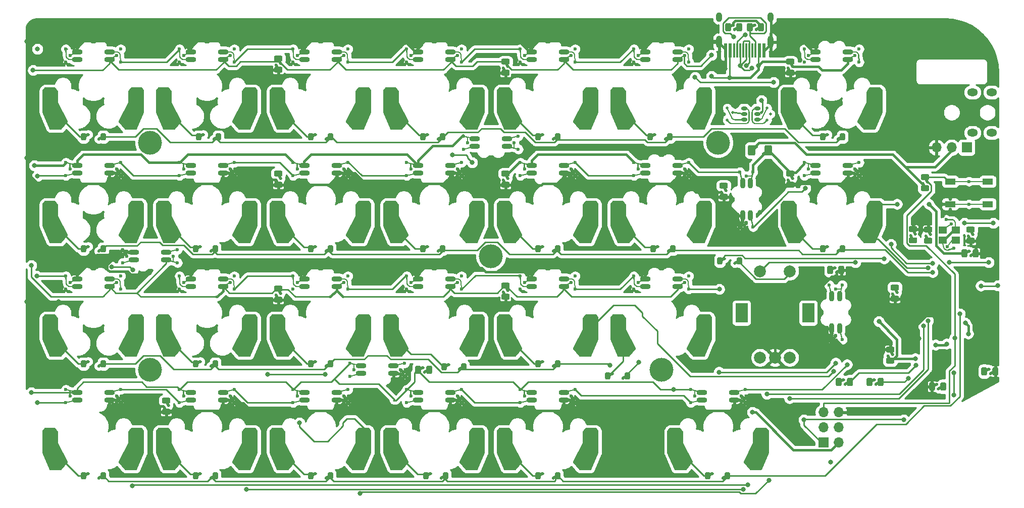
<source format=gbr>
%TF.GenerationSoftware,KiCad,Pcbnew,(5.1.9-0-10_14)*%
%TF.CreationDate,2021-01-21T14:35:15+08:00*%
%TF.ProjectId,kb-split,6b622d73-706c-4697-942e-6b696361645f,rev?*%
%TF.SameCoordinates,Original*%
%TF.FileFunction,Copper,L2,Bot*%
%TF.FilePolarity,Positive*%
%FSLAX46Y46*%
G04 Gerber Fmt 4.6, Leading zero omitted, Abs format (unit mm)*
G04 Created by KiCad (PCBNEW (5.1.9-0-10_14)) date 2021-01-21 14:35:15*
%MOMM*%
%LPD*%
G01*
G04 APERTURE LIST*
%TA.AperFunction,ComponentPad*%
%ADD10O,1.800000X1.300000*%
%TD*%
%TA.AperFunction,SMDPad,CuDef*%
%ADD11C,0.100000*%
%TD*%
%TA.AperFunction,ComponentPad*%
%ADD12C,0.600000*%
%TD*%
%TA.AperFunction,SMDPad,CuDef*%
%ADD13R,1.400000X1.200000*%
%TD*%
%TA.AperFunction,ComponentPad*%
%ADD14O,1.000000X2.100000*%
%TD*%
%TA.AperFunction,ComponentPad*%
%ADD15O,1.000000X1.600000*%
%TD*%
%TA.AperFunction,SMDPad,CuDef*%
%ADD16R,0.570000X2.450000*%
%TD*%
%TA.AperFunction,SMDPad,CuDef*%
%ADD17R,0.300000X2.450000*%
%TD*%
%TA.AperFunction,ComponentPad*%
%ADD18C,0.500000*%
%TD*%
%TA.AperFunction,SMDPad,CuDef*%
%ADD19O,0.820000X1.800000*%
%TD*%
%TA.AperFunction,ComponentPad*%
%ADD20C,4.000000*%
%TD*%
%TA.AperFunction,SMDPad,CuDef*%
%ADD21O,1.800000X0.820000*%
%TD*%
%TA.AperFunction,SMDPad,CuDef*%
%ADD22O,1.060000X0.650000*%
%TD*%
%TA.AperFunction,SMDPad,CuDef*%
%ADD23R,1.700000X1.000000*%
%TD*%
%TA.AperFunction,ComponentPad*%
%ADD24C,0.800000*%
%TD*%
%TA.AperFunction,SMDPad,CuDef*%
%ADD25R,2.350000X2.500000*%
%TD*%
%TA.AperFunction,SMDPad,CuDef*%
%ADD26R,2.150000X2.500000*%
%TD*%
%TA.AperFunction,ComponentPad*%
%ADD27C,2.000000*%
%TD*%
%TA.AperFunction,ComponentPad*%
%ADD28R,2.000000X3.200000*%
%TD*%
%TA.AperFunction,ComponentPad*%
%ADD29O,1.700000X1.700000*%
%TD*%
%TA.AperFunction,ComponentPad*%
%ADD30R,1.700000X1.700000*%
%TD*%
%TA.AperFunction,ViaPad*%
%ADD31C,0.800000*%
%TD*%
%TA.AperFunction,Conductor*%
%ADD32C,0.254000*%
%TD*%
%TA.AperFunction,Conductor*%
%ADD33C,0.381000*%
%TD*%
%TA.AperFunction,Conductor*%
%ADD34C,0.100000*%
%TD*%
G04 APERTURE END LIST*
D10*
%TO.P,J3,T*%
%TO.N,GND*%
X251088000Y-60608000D03*
X251088000Y-67408000D03*
%TO.P,J3,R*%
%TO.N,+5V*%
X254588000Y-67408000D03*
X254588000Y-60608000D03*
%TO.P,J3,S*%
%TO.N,SERIAL*%
X257788000Y-60608000D03*
X257788000Y-67408000D03*
%TD*%
%TA.AperFunction,SMDPad,CuDef*%
D11*
%TO.P,Y1,3*%
%TO.N,XTAL2*%
G36*
X249898532Y-83371704D02*
G01*
X249900011Y-83362046D01*
X249902426Y-83352580D01*
X249905753Y-83343393D01*
X249909960Y-83334576D01*
X249915008Y-83326211D01*
X249920849Y-83318379D01*
X249927425Y-83311153D01*
X249934675Y-83304605D01*
X249942530Y-83298795D01*
X250842530Y-82698795D01*
X250843697Y-82698029D01*
X250845175Y-82697172D01*
X250846590Y-82696227D01*
X250849375Y-82694738D01*
X250852150Y-82693130D01*
X250853730Y-82692410D01*
X250855244Y-82691601D01*
X250858135Y-82690404D01*
X250861041Y-82689080D01*
X250862709Y-82688509D01*
X250864311Y-82687846D01*
X250867296Y-82686940D01*
X250870285Y-82685918D01*
X250872010Y-82685510D01*
X250873702Y-82684997D01*
X250876739Y-82684393D01*
X250879793Y-82683671D01*
X250881577Y-82683430D01*
X250883327Y-82683082D01*
X250886395Y-82682780D01*
X250889475Y-82682364D01*
X250891286Y-82682298D01*
X250893093Y-82682120D01*
X250896167Y-82682120D01*
X250899239Y-82682008D01*
X250901065Y-82682120D01*
X250902907Y-82682120D01*
X250905944Y-82682419D01*
X250908991Y-82682606D01*
X250910822Y-82682900D01*
X250912673Y-82683082D01*
X250915641Y-82683672D01*
X250918637Y-82684153D01*
X250920455Y-82684630D01*
X250922298Y-82684997D01*
X250925167Y-82685867D01*
X250928087Y-82686634D01*
X250929874Y-82687295D01*
X250931689Y-82687846D01*
X250934441Y-82688986D01*
X250937249Y-82690025D01*
X250938975Y-82690863D01*
X250940756Y-82691601D01*
X250943385Y-82693006D01*
X250946037Y-82694294D01*
X250947693Y-82695309D01*
X250949410Y-82696227D01*
X250951856Y-82697861D01*
X250954366Y-82699400D01*
X250955930Y-82700583D01*
X250957570Y-82701679D01*
X250959829Y-82703533D01*
X250962158Y-82705295D01*
X250963618Y-82706643D01*
X250965156Y-82707905D01*
X250967204Y-82709953D01*
X250969337Y-82711922D01*
X250970672Y-82713421D01*
X250972095Y-82714844D01*
X250973922Y-82717070D01*
X250975835Y-82719218D01*
X250977029Y-82720856D01*
X250978321Y-82722430D01*
X250979905Y-82724800D01*
X250981590Y-82727112D01*
X250982634Y-82728885D01*
X250983773Y-82730590D01*
X250985110Y-82733090D01*
X250986547Y-82735532D01*
X250987414Y-82737401D01*
X250988399Y-82739244D01*
X250989470Y-82741829D01*
X250990660Y-82744394D01*
X250991359Y-82746391D01*
X250992154Y-82748311D01*
X250992959Y-82750965D01*
X250993887Y-82753615D01*
X250994389Y-82755679D01*
X250995003Y-82757702D01*
X250995542Y-82760411D01*
X250996199Y-82763108D01*
X250996499Y-82765221D01*
X250996918Y-82767327D01*
X250997187Y-82770058D01*
X250997574Y-82772780D01*
X250997668Y-82774938D01*
X250997880Y-82777093D01*
X250997880Y-82779824D01*
X250997998Y-82782541D01*
X250997880Y-82784713D01*
X250997880Y-82786907D01*
X250997614Y-82789610D01*
X250997468Y-82792297D01*
X250997135Y-82794467D01*
X250996918Y-82796673D01*
X250996393Y-82799313D01*
X250995988Y-82801954D01*
X250995439Y-82804107D01*
X250995003Y-82806298D01*
X250994233Y-82808837D01*
X250993574Y-82811420D01*
X250992807Y-82813538D01*
X250992154Y-82815689D01*
X250991151Y-82818112D01*
X250990247Y-82820607D01*
X250989268Y-82822658D01*
X250988399Y-82824756D01*
X250987169Y-82827057D01*
X250986039Y-82829425D01*
X250984851Y-82831394D01*
X250983773Y-82833410D01*
X250982329Y-82835571D01*
X250980991Y-82837789D01*
X250979607Y-82839646D01*
X250978321Y-82841570D01*
X250976694Y-82843552D01*
X250975151Y-82845622D01*
X250973577Y-82847351D01*
X250972095Y-82849156D01*
X250970299Y-82850952D01*
X250968574Y-82852847D01*
X250966816Y-82854435D01*
X250965156Y-82856095D01*
X250963213Y-82857690D01*
X250961324Y-82859396D01*
X250959401Y-82860819D01*
X250957570Y-82862321D01*
X250955493Y-82863709D01*
X250953470Y-82865205D01*
X250053470Y-83465205D01*
X250052303Y-83465971D01*
X250043850Y-83470870D01*
X250034959Y-83474920D01*
X250025715Y-83478083D01*
X250016207Y-83480329D01*
X250006525Y-83481636D01*
X249996761Y-83481992D01*
X249987009Y-83481394D01*
X249977363Y-83479847D01*
X249967913Y-83477366D01*
X249958751Y-83473975D01*
X249949963Y-83469706D01*
X249941634Y-83464600D01*
X249933842Y-83458705D01*
X249926663Y-83452079D01*
X249920165Y-83444782D01*
X249914409Y-83436888D01*
X249909453Y-83428469D01*
X249905340Y-83419606D01*
X249902113Y-83410385D01*
X249899801Y-83400892D01*
X249898426Y-83391220D01*
X249898001Y-83381459D01*
X249898532Y-83371704D01*
G37*
%TD.AperFunction*%
%TA.AperFunction,SMDPad,CuDef*%
%TO.P,Y1,4*%
%TO.N,GND*%
G36*
X251299396Y-81882010D02*
G01*
X251309147Y-81882623D01*
X251318791Y-81884185D01*
X251326626Y-81886255D01*
X251326744Y-81886284D01*
X251326773Y-81886294D01*
X251328237Y-81886681D01*
X251333853Y-81888769D01*
X251335966Y-81889508D01*
X251336478Y-81889746D01*
X251337394Y-81890086D01*
X251340864Y-81891779D01*
X251344830Y-81893617D01*
X251405997Y-81925690D01*
X251406013Y-81925698D01*
X251406031Y-81925709D01*
X251407245Y-81926356D01*
X251410788Y-81928507D01*
X251414433Y-81930652D01*
X251472185Y-81968544D01*
X251472195Y-81968550D01*
X251472206Y-81968558D01*
X251473356Y-81969324D01*
X251476715Y-81971844D01*
X251480091Y-81974303D01*
X251533859Y-82017642D01*
X251533880Y-82017657D01*
X251533903Y-82017677D01*
X251534959Y-82018541D01*
X251538022Y-82021345D01*
X251541177Y-82024153D01*
X251590465Y-82072538D01*
X251590476Y-82072548D01*
X251590488Y-82072560D01*
X251591465Y-82073534D01*
X251594242Y-82076625D01*
X251597105Y-82079725D01*
X251641447Y-82132701D01*
X251642336Y-82133778D01*
X251644818Y-82137153D01*
X251647345Y-82140491D01*
X251686305Y-82197541D01*
X251687084Y-82198699D01*
X251689232Y-82202312D01*
X251691413Y-82205867D01*
X251724621Y-82266446D01*
X251725283Y-82267675D01*
X251727043Y-82271426D01*
X251728894Y-82275233D01*
X251756031Y-82338763D01*
X251756570Y-82340051D01*
X251757958Y-82343965D01*
X251759425Y-82347924D01*
X251780234Y-82413799D01*
X251780645Y-82415134D01*
X251781655Y-82419206D01*
X251782718Y-82423251D01*
X251796998Y-82490843D01*
X251797277Y-82492210D01*
X251797591Y-82494356D01*
X251798026Y-82496506D01*
X251799878Y-82508707D01*
X251800077Y-82510089D01*
X251800262Y-82512184D01*
X251800567Y-82514305D01*
X251800693Y-82517081D01*
X251800934Y-82519821D01*
X251800913Y-82521944D01*
X251801009Y-82524065D01*
X251797999Y-83382351D01*
X251797984Y-83383747D01*
X251797337Y-83393495D01*
X251795741Y-83403134D01*
X251793212Y-83412571D01*
X251789775Y-83421716D01*
X251785462Y-83430482D01*
X251780312Y-83438786D01*
X251774378Y-83446547D01*
X251767715Y-83453692D01*
X251760386Y-83460153D01*
X251752462Y-83465868D01*
X251744019Y-83470782D01*
X251735136Y-83474849D01*
X251725897Y-83478029D01*
X251716393Y-83480294D01*
X251706714Y-83481619D01*
X251696951Y-83481995D01*
X251687198Y-83481415D01*
X251677549Y-83479887D01*
X251668094Y-83477424D01*
X251658925Y-83474050D01*
X251650130Y-83469798D01*
X251641791Y-83464707D01*
X251633988Y-83458827D01*
X251626796Y-83452214D01*
X251620285Y-83444931D01*
X251614514Y-83437047D01*
X251609541Y-83428637D01*
X251605412Y-83419783D01*
X251602167Y-83410567D01*
X251599836Y-83401079D01*
X251598443Y-83391409D01*
X251598001Y-83381649D01*
X251600984Y-82531089D01*
X251600721Y-82529359D01*
X251588051Y-82469384D01*
X251570187Y-82412832D01*
X251546889Y-82358291D01*
X251518386Y-82306294D01*
X251484944Y-82257325D01*
X251446876Y-82211843D01*
X251404558Y-82170300D01*
X251358394Y-82133091D01*
X251308807Y-82100556D01*
X251273419Y-82082000D01*
X250198000Y-82082000D01*
X250196604Y-82081990D01*
X250186853Y-82081377D01*
X250177209Y-82079815D01*
X250167763Y-82077319D01*
X250158606Y-82073914D01*
X250149825Y-82069631D01*
X250141503Y-82064511D01*
X250133721Y-82058604D01*
X250126553Y-82051966D01*
X250120066Y-82044660D01*
X250114324Y-82036756D01*
X250109380Y-82028330D01*
X250105282Y-82019461D01*
X250102069Y-82010234D01*
X250099771Y-82000738D01*
X250098412Y-81991063D01*
X250098002Y-81981302D01*
X250098548Y-81971547D01*
X250100042Y-81961892D01*
X250102472Y-81952429D01*
X250105814Y-81943248D01*
X250110035Y-81934438D01*
X250115096Y-81926081D01*
X250120949Y-81918258D01*
X250127537Y-81911043D01*
X250134797Y-81904506D01*
X250142661Y-81898708D01*
X250151053Y-81893705D01*
X250159893Y-81889545D01*
X250169097Y-81886268D01*
X250178577Y-81883904D01*
X250188242Y-81882477D01*
X250198000Y-81882000D01*
X251298000Y-81882000D01*
X251299396Y-81882010D01*
G37*
%TD.AperFunction*%
D12*
X250198000Y-81982000D03*
%TO.P,Y1,3*%
%TO.N,XTAL2*%
X250998000Y-82682000D03*
%TA.AperFunction,SMDPad,CuDef*%
D11*
%TO.P,Y1,1*%
%TO.N,XTAL1*%
G36*
X249498734Y-85477054D02*
G01*
X249499215Y-85477150D01*
X249499684Y-85477292D01*
X249500138Y-85477480D01*
X249500571Y-85477711D01*
X249500978Y-85477984D01*
X249501358Y-85478295D01*
X249501705Y-85478642D01*
X249502016Y-85479022D01*
X249502289Y-85479429D01*
X249502520Y-85479862D01*
X249502708Y-85480316D01*
X249502850Y-85480785D01*
X249502946Y-85481266D01*
X249502994Y-85481755D01*
X249502994Y-85482197D01*
X249510914Y-85482837D01*
X249520528Y-85484571D01*
X249529928Y-85487234D01*
X249539023Y-85490802D01*
X249547727Y-85495241D01*
X249555955Y-85500507D01*
X249563632Y-85506552D01*
X249570681Y-85513316D01*
X249577037Y-85520736D01*
X249582638Y-85528741D01*
X249587431Y-85537255D01*
X249591371Y-85546195D01*
X249594419Y-85555477D01*
X249889439Y-86627966D01*
X249896636Y-86648029D01*
X249918181Y-86696795D01*
X249943745Y-86742101D01*
X249973595Y-86784676D01*
X250007464Y-86824143D01*
X250045026Y-86860120D01*
X250085920Y-86892261D01*
X250129753Y-86920254D01*
X250176103Y-86943836D01*
X250224547Y-86962787D01*
X250274590Y-86976915D01*
X250325780Y-86986093D01*
X250377628Y-86990233D01*
X250429635Y-86989293D01*
X250477612Y-86983713D01*
X251469266Y-86686217D01*
X251470606Y-86685826D01*
X251480121Y-86683611D01*
X251489808Y-86682336D01*
X251499572Y-86682012D01*
X251509322Y-86682642D01*
X251518963Y-86684222D01*
X251528405Y-86686734D01*
X251537556Y-86690156D01*
X251546330Y-86694454D01*
X251554642Y-86699588D01*
X251562413Y-86705509D01*
X251569570Y-86712159D01*
X251576044Y-86719476D01*
X251581773Y-86727391D01*
X251586702Y-86735826D01*
X251590784Y-86744703D01*
X251593982Y-86753934D01*
X251596262Y-86763435D01*
X251597605Y-86773112D01*
X251597997Y-86782874D01*
X251597434Y-86792628D01*
X251595922Y-86802279D01*
X251593476Y-86811738D01*
X251590118Y-86820913D01*
X251585881Y-86829717D01*
X251580806Y-86838064D01*
X251574939Y-86845878D01*
X251568339Y-86853081D01*
X251561067Y-86859606D01*
X251553193Y-86865389D01*
X251544792Y-86870378D01*
X251535945Y-86874522D01*
X251526735Y-86877783D01*
X250526735Y-87177783D01*
X250525395Y-87178174D01*
X250521452Y-87179092D01*
X250518893Y-87179779D01*
X250517519Y-87180007D01*
X250515879Y-87180389D01*
X250512711Y-87180806D01*
X250509256Y-87181380D01*
X250447899Y-87188517D01*
X250447879Y-87188520D01*
X250447855Y-87188522D01*
X250446491Y-87188671D01*
X250442347Y-87188891D01*
X250438131Y-87189173D01*
X250376351Y-87190289D01*
X250374955Y-87190304D01*
X250370795Y-87190118D01*
X250366586Y-87189988D01*
X250304991Y-87185070D01*
X250303600Y-87184949D01*
X250299423Y-87184350D01*
X250295302Y-87183817D01*
X250234481Y-87172912D01*
X250233109Y-87172656D01*
X250229025Y-87171656D01*
X250224960Y-87170720D01*
X250165499Y-87153933D01*
X250165494Y-87153932D01*
X250165488Y-87153930D01*
X250164154Y-87153543D01*
X250160246Y-87152170D01*
X250156232Y-87150822D01*
X250098689Y-87128311D01*
X250097392Y-87127793D01*
X250093576Y-87126017D01*
X250089775Y-87124311D01*
X250034711Y-87096297D01*
X250034703Y-87096293D01*
X250034694Y-87096288D01*
X250033462Y-87095650D01*
X250029886Y-87093538D01*
X250026222Y-87091443D01*
X249974161Y-87058193D01*
X249974146Y-87058184D01*
X249974130Y-87058172D01*
X249972974Y-87057423D01*
X249969607Y-87054962D01*
X249966179Y-87052529D01*
X249917596Y-87014347D01*
X249916505Y-87013476D01*
X249913365Y-87010672D01*
X249910219Y-87007941D01*
X249865594Y-86965200D01*
X249864593Y-86964227D01*
X249861773Y-86961164D01*
X249858877Y-86958106D01*
X249818638Y-86911215D01*
X249817736Y-86910149D01*
X249815198Y-86906785D01*
X249812645Y-86903498D01*
X249777182Y-86852917D01*
X249777172Y-86852904D01*
X249777162Y-86852887D01*
X249776379Y-86851755D01*
X249774203Y-86848196D01*
X249771961Y-86844640D01*
X249741595Y-86790825D01*
X249740918Y-86789604D01*
X249739095Y-86785840D01*
X249737216Y-86782093D01*
X249712246Y-86725573D01*
X249711691Y-86724292D01*
X249710696Y-86721594D01*
X249709590Y-86718928D01*
X249699900Y-86691916D01*
X249699438Y-86690599D01*
X249698580Y-86687634D01*
X249697608Y-86684673D01*
X249401581Y-85608523D01*
X249401221Y-85607174D01*
X249399226Y-85597610D01*
X249398174Y-85587897D01*
X249398075Y-85578127D01*
X249398929Y-85568395D01*
X249400730Y-85558793D01*
X249403459Y-85549411D01*
X249407091Y-85540341D01*
X249411590Y-85531669D01*
X249416914Y-85523476D01*
X249423012Y-85515844D01*
X249429825Y-85508842D01*
X249437289Y-85502538D01*
X249445334Y-85496993D01*
X249453880Y-85492259D01*
X249462848Y-85488382D01*
X249472151Y-85485398D01*
X249481701Y-85483337D01*
X249491407Y-85482217D01*
X249493006Y-85482190D01*
X249493006Y-85481755D01*
X249493054Y-85481266D01*
X249493150Y-85480785D01*
X249493292Y-85480316D01*
X249493480Y-85479862D01*
X249493711Y-85479429D01*
X249493984Y-85479022D01*
X249494295Y-85478642D01*
X249494642Y-85478295D01*
X249495022Y-85477984D01*
X249495429Y-85477711D01*
X249495862Y-85477480D01*
X249496316Y-85477292D01*
X249496785Y-85477150D01*
X249497266Y-85477054D01*
X249497755Y-85477006D01*
X249498245Y-85477006D01*
X249498734Y-85477054D01*
G37*
%TD.AperFunction*%
D12*
%TO.P,Y1,2*%
%TO.N,GND*%
X251498000Y-86782000D03*
%TA.AperFunction,SMDPad,CuDef*%
D11*
%TO.P,Y1,1*%
%TO.N,XTAL1*%
G36*
X251405617Y-85082291D02*
G01*
X251415310Y-85083510D01*
X251424839Y-85085669D01*
X251434111Y-85088748D01*
X251443039Y-85092717D01*
X251451536Y-85097538D01*
X251459523Y-85103165D01*
X251466922Y-85109545D01*
X251473664Y-85116616D01*
X251479683Y-85124312D01*
X251484923Y-85132559D01*
X251489332Y-85141276D01*
X251492870Y-85150383D01*
X251495502Y-85159792D01*
X251497204Y-85169413D01*
X251497959Y-85179153D01*
X251497760Y-85188921D01*
X251496609Y-85198623D01*
X251494516Y-85208166D01*
X251491502Y-85217460D01*
X251487596Y-85226415D01*
X251482834Y-85234946D01*
X251477262Y-85242971D01*
X250477262Y-86542971D01*
X250476403Y-86544071D01*
X250469972Y-86551427D01*
X250462854Y-86558118D01*
X250455116Y-86564084D01*
X250446834Y-86569266D01*
X250438086Y-86573614D01*
X250428953Y-86577089D01*
X250419527Y-86579655D01*
X250409895Y-86581290D01*
X250400149Y-86581977D01*
X250390383Y-86581709D01*
X250380690Y-86580490D01*
X250371161Y-86578331D01*
X250361889Y-86575252D01*
X250352961Y-86571283D01*
X250344464Y-86566462D01*
X250336477Y-86560835D01*
X250329078Y-86554455D01*
X250322336Y-86547384D01*
X250316317Y-86539688D01*
X250311077Y-86531441D01*
X250306668Y-86522724D01*
X250303130Y-86513617D01*
X250300498Y-86504208D01*
X250298796Y-86494587D01*
X250298041Y-86484847D01*
X250298240Y-86475079D01*
X250299391Y-86465377D01*
X250301484Y-86455834D01*
X250304498Y-86446540D01*
X250308404Y-86437585D01*
X250313166Y-86429054D01*
X250318738Y-86421029D01*
X251318738Y-85121029D01*
X251319597Y-85119928D01*
X251326028Y-85112573D01*
X251333146Y-85105882D01*
X251340884Y-85099916D01*
X251349166Y-85094734D01*
X251357914Y-85090386D01*
X251367047Y-85086911D01*
X251376473Y-85084345D01*
X251386105Y-85082710D01*
X251395851Y-85082023D01*
X251405617Y-85082291D01*
G37*
%TD.AperFunction*%
D12*
X250398000Y-86482000D03*
D13*
%TO.P,Y1,2*%
%TO.N,GND*%
X249598000Y-85432000D03*
%TO.P,Y1,3*%
%TO.N,XTAL2*%
X249598000Y-83732000D03*
%TO.P,Y1,4*%
%TO.N,GND*%
X251798000Y-83732000D03*
%TO.P,Y1,1*%
%TO.N,XTAL1*%
X251798000Y-85432000D03*
%TD*%
D14*
%TO.P,J1,S1*%
%TO.N,GND*%
X212088000Y-52150750D03*
D15*
X212088000Y-47970750D03*
D14*
X220728000Y-52150750D03*
D15*
X220728000Y-47970750D03*
D16*
%TO.P,J1,B1*%
X219633000Y-53565750D03*
%TO.P,J1,B4*%
%TO.N,VBUS*%
X218858000Y-53565750D03*
D17*
%TO.P,J1,B5*%
%TO.N,Net-(J1-PadB5)*%
X218158000Y-53565750D03*
%TO.P,J1,~*%
%TO.N,N/C*%
X217658000Y-53565750D03*
%TO.P,J1,B6*%
%TO.N,D+*%
X217158000Y-53565750D03*
%TO.P,J1,A7*%
%TO.N,D-*%
X216658000Y-53565750D03*
%TO.P,J1,A6*%
%TO.N,D+*%
X216158000Y-53565750D03*
%TO.P,J1,B7*%
%TO.N,D-*%
X215658000Y-53565750D03*
%TO.P,J1,A5*%
%TO.N,Net-(J1-PadA5)*%
X215158000Y-53565750D03*
%TO.P,J1,~*%
%TO.N,N/C*%
X214658000Y-53565750D03*
D16*
%TO.P,J1,A4*%
%TO.N,VBUS*%
X213958000Y-53565750D03*
%TO.P,J1,A1*%
%TO.N,GND*%
X213183000Y-53565750D03*
%TD*%
%TO.P,R1,2*%
%TO.N,GND*%
%TA.AperFunction,SMDPad,CuDef*%
G36*
G01*
X214101500Y-49232500D02*
X214101500Y-50145000D01*
G75*
G02*
X213857750Y-50388750I-243750J0D01*
G01*
X213370250Y-50388750D01*
G75*
G02*
X213126500Y-50145000I0J243750D01*
G01*
X213126500Y-49232500D01*
G75*
G02*
X213370250Y-48988750I243750J0D01*
G01*
X213857750Y-48988750D01*
G75*
G02*
X214101500Y-49232500I0J-243750D01*
G01*
G37*
%TD.AperFunction*%
%TO.P,R1,1*%
%TO.N,Net-(J1-PadA5)*%
%TA.AperFunction,SMDPad,CuDef*%
G36*
G01*
X215976500Y-49232500D02*
X215976500Y-50145000D01*
G75*
G02*
X215732750Y-50388750I-243750J0D01*
G01*
X215245250Y-50388750D01*
G75*
G02*
X215001500Y-50145000I0J243750D01*
G01*
X215001500Y-49232500D01*
G75*
G02*
X215245250Y-48988750I243750J0D01*
G01*
X215732750Y-48988750D01*
G75*
G02*
X215976500Y-49232500I0J-243750D01*
G01*
G37*
%TD.AperFunction*%
D18*
X214678500Y-50069750D03*
%TO.P,R1,2*%
%TO.N,GND*%
X214424500Y-49307750D03*
%TA.AperFunction,SMDPad,CuDef*%
D11*
%TO.P,R1,1*%
%TO.N,Net-(J1-PadA5)*%
G36*
X214654099Y-50318556D02*
G01*
X214629935Y-50314987D01*
X214606236Y-50309078D01*
X214583227Y-50300884D01*
X214561127Y-50290484D01*
X214540147Y-50277977D01*
X214520488Y-50263482D01*
X214502337Y-50247139D01*
X214485868Y-50229101D01*
X214471237Y-50209543D01*
X214458585Y-50188650D01*
X214448032Y-50166623D01*
X214439679Y-50143671D01*
X214433605Y-50120014D01*
X214429869Y-50095876D01*
X214428506Y-50071489D01*
X214429530Y-50047086D01*
X214432930Y-50022899D01*
X214438674Y-49999159D01*
X214446706Y-49976092D01*
X214456952Y-49953920D01*
X214469312Y-49932854D01*
X214483669Y-49913094D01*
X214499886Y-49894829D01*
X214517808Y-49878235D01*
X214537263Y-49863468D01*
X214558067Y-49850670D01*
X214580020Y-49839964D01*
X215469020Y-49458964D01*
X215472238Y-49457611D01*
X215495248Y-49449418D01*
X215518947Y-49443510D01*
X215543110Y-49439942D01*
X215567506Y-49438750D01*
X215591901Y-49439944D01*
X215616065Y-49443513D01*
X215639764Y-49449422D01*
X215662773Y-49457616D01*
X215684873Y-49468016D01*
X215705853Y-49480523D01*
X215725512Y-49495018D01*
X215743663Y-49511361D01*
X215760132Y-49529399D01*
X215774763Y-49548957D01*
X215787415Y-49569850D01*
X215797968Y-49591876D01*
X215806321Y-49614829D01*
X215812395Y-49638486D01*
X215816131Y-49662624D01*
X215817494Y-49687011D01*
X215816470Y-49711414D01*
X215813070Y-49735601D01*
X215807326Y-49759341D01*
X215799294Y-49782407D01*
X215789048Y-49804579D01*
X215776688Y-49825646D01*
X215762331Y-49845406D01*
X215746114Y-49863671D01*
X215728192Y-49880265D01*
X215708737Y-49895032D01*
X215687933Y-49907830D01*
X215665980Y-49918536D01*
X214776980Y-50299536D01*
X214773762Y-50300889D01*
X214750752Y-50309082D01*
X214727053Y-50314990D01*
X214702890Y-50318557D01*
X214678495Y-50319750D01*
X214654099Y-50318556D01*
G37*
%TD.AperFunction*%
%TA.AperFunction,SMDPad,CuDef*%
%TO.P,R1,2*%
%TO.N,GND*%
G36*
X213511099Y-49937556D02*
G01*
X213486935Y-49933987D01*
X213463236Y-49928078D01*
X213440227Y-49919884D01*
X213418127Y-49909484D01*
X213397147Y-49896977D01*
X213377488Y-49882482D01*
X213359337Y-49866139D01*
X213342868Y-49848101D01*
X213328237Y-49828543D01*
X213315585Y-49807650D01*
X213305032Y-49785623D01*
X213296679Y-49762671D01*
X213290605Y-49739014D01*
X213286869Y-49714876D01*
X213285506Y-49690489D01*
X213286530Y-49666086D01*
X213289930Y-49641899D01*
X213295674Y-49618159D01*
X213303706Y-49595092D01*
X213313952Y-49572920D01*
X213326312Y-49551854D01*
X213340669Y-49532094D01*
X213356886Y-49513829D01*
X213374808Y-49497235D01*
X213394263Y-49482468D01*
X213415067Y-49469670D01*
X213437020Y-49458964D01*
X214326020Y-49077964D01*
X214329238Y-49076611D01*
X214352248Y-49068418D01*
X214375947Y-49062510D01*
X214400110Y-49058942D01*
X214424506Y-49057750D01*
X214448901Y-49058944D01*
X214473065Y-49062513D01*
X214496764Y-49068422D01*
X214519773Y-49076616D01*
X214541873Y-49087016D01*
X214562853Y-49099523D01*
X214582512Y-49114018D01*
X214600663Y-49130361D01*
X214617132Y-49148399D01*
X214631763Y-49167957D01*
X214644415Y-49188850D01*
X214654968Y-49210876D01*
X214663321Y-49233829D01*
X214669395Y-49257486D01*
X214673131Y-49281624D01*
X214674494Y-49306011D01*
X214673470Y-49330414D01*
X214670070Y-49354601D01*
X214664326Y-49378341D01*
X214656294Y-49401407D01*
X214646048Y-49423579D01*
X214633688Y-49444646D01*
X214619331Y-49464406D01*
X214603114Y-49482671D01*
X214585192Y-49499265D01*
X214565737Y-49514032D01*
X214544933Y-49526830D01*
X214522980Y-49537536D01*
X213633980Y-49918536D01*
X213630762Y-49919889D01*
X213607752Y-49928082D01*
X213584053Y-49933990D01*
X213559890Y-49937557D01*
X213535495Y-49938750D01*
X213511099Y-49937556D01*
G37*
%TD.AperFunction*%
%TD*%
%TA.AperFunction,SMDPad,CuDef*%
%TO.P,LED25,1*%
%TO.N,VBUS*%
G36*
X232847045Y-92949790D02*
G01*
X232845226Y-92959389D01*
X232380226Y-94892388D01*
X232379890Y-94893743D01*
X232377014Y-94903080D01*
X232373239Y-94912092D01*
X232368603Y-94920692D01*
X232363151Y-94928798D01*
X232356933Y-94936334D01*
X232350009Y-94943228D01*
X232342445Y-94949412D01*
X232334315Y-94954829D01*
X232325694Y-94959427D01*
X232316667Y-94963162D01*
X232307318Y-94965998D01*
X232297737Y-94967908D01*
X232288014Y-94968873D01*
X232278244Y-94968887D01*
X232268519Y-94967945D01*
X232258933Y-94966061D01*
X232249577Y-94963248D01*
X232240539Y-94959538D01*
X232231907Y-94954962D01*
X232223762Y-94949565D01*
X232216183Y-94943401D01*
X232209242Y-94936526D01*
X232203005Y-94929005D01*
X232197531Y-94920912D01*
X232192873Y-94912325D01*
X232189075Y-94903323D01*
X232186174Y-94893994D01*
X232184197Y-94884426D01*
X232183163Y-94874711D01*
X232183082Y-94864941D01*
X232183955Y-94855210D01*
X232185774Y-94845611D01*
X232452701Y-93736000D01*
X231648000Y-93736000D01*
X231646604Y-93735990D01*
X231636853Y-93735377D01*
X231627209Y-93733815D01*
X231617763Y-93731319D01*
X231608606Y-93727914D01*
X231599825Y-93723631D01*
X231591503Y-93718511D01*
X231583721Y-93712604D01*
X231576553Y-93705966D01*
X231570066Y-93698660D01*
X231564324Y-93690756D01*
X231559380Y-93682330D01*
X231555282Y-93673461D01*
X231552069Y-93664234D01*
X231549771Y-93654738D01*
X231548412Y-93645063D01*
X231548002Y-93635302D01*
X231548548Y-93625547D01*
X231550042Y-93615892D01*
X231552472Y-93606429D01*
X231555814Y-93597248D01*
X231560035Y-93588438D01*
X231565096Y-93580081D01*
X231570949Y-93572258D01*
X231577537Y-93565043D01*
X231584797Y-93558506D01*
X231592661Y-93552708D01*
X231601053Y-93547705D01*
X231609893Y-93543545D01*
X231619097Y-93540268D01*
X231628577Y-93537904D01*
X231638242Y-93536477D01*
X231648000Y-93536000D01*
X232500812Y-93536000D01*
X232650774Y-92912611D01*
X232651110Y-92911256D01*
X232653986Y-92901919D01*
X232657761Y-92892908D01*
X232662397Y-92884308D01*
X232667849Y-92876201D01*
X232674067Y-92868665D01*
X232680991Y-92861772D01*
X232688555Y-92855587D01*
X232696685Y-92850171D01*
X232705306Y-92845572D01*
X232714333Y-92841838D01*
X232723682Y-92839002D01*
X232733264Y-92837092D01*
X232742986Y-92836126D01*
X232752756Y-92836113D01*
X232762481Y-92837054D01*
X232772067Y-92838939D01*
X232781424Y-92841751D01*
X232790461Y-92845462D01*
X232799094Y-92850038D01*
X232807238Y-92855434D01*
X232814817Y-92861599D01*
X232821758Y-92868474D01*
X232827995Y-92875994D01*
X232833469Y-92884087D01*
X232838127Y-92892675D01*
X232841925Y-92901677D01*
X232844826Y-92911006D01*
X232846803Y-92920574D01*
X232847837Y-92930289D01*
X232847918Y-92940059D01*
X232847045Y-92949790D01*
G37*
%TD.AperFunction*%
%TA.AperFunction,SMDPad,CuDef*%
%TO.P,LED25,2*%
%TO.N,Net-(LED18-Pad4)*%
G36*
X231112775Y-94842711D02*
G01*
X231111644Y-94852415D01*
X231109571Y-94861962D01*
X231106576Y-94871263D01*
X231102689Y-94880226D01*
X231097945Y-94888767D01*
X231092390Y-94896804D01*
X231086078Y-94904261D01*
X231079069Y-94911066D01*
X231071428Y-94917155D01*
X231063229Y-94922469D01*
X231054552Y-94926959D01*
X231045477Y-94930579D01*
X231036094Y-94933297D01*
X231026489Y-94935086D01*
X231016755Y-94935930D01*
X231006986Y-94935819D01*
X230997273Y-94934756D01*
X230987713Y-94932750D01*
X230978392Y-94929821D01*
X230969402Y-94925995D01*
X230960828Y-94921311D01*
X230952752Y-94915813D01*
X230945251Y-94909553D01*
X230938396Y-94902591D01*
X230932254Y-94894993D01*
X230926883Y-94886832D01*
X230922333Y-94878186D01*
X230918650Y-94869137D01*
X230915867Y-94859772D01*
X230450867Y-92959772D01*
X230450545Y-92958414D01*
X230448822Y-92948797D01*
X230448047Y-92939058D01*
X230448225Y-92929289D01*
X230449356Y-92919585D01*
X230451429Y-92910038D01*
X230454424Y-92900737D01*
X230458311Y-92891774D01*
X230463055Y-92883234D01*
X230468610Y-92875196D01*
X230474922Y-92867739D01*
X230481931Y-92860934D01*
X230489572Y-92854845D01*
X230497771Y-92849531D01*
X230506448Y-92845041D01*
X230515523Y-92841421D01*
X230524906Y-92838703D01*
X230534512Y-92836914D01*
X230544245Y-92836070D01*
X230554014Y-92836181D01*
X230563727Y-92837244D01*
X230573287Y-92839250D01*
X230582608Y-92842179D01*
X230591598Y-92846005D01*
X230600172Y-92850689D01*
X230608248Y-92856187D01*
X230615749Y-92862447D01*
X230622604Y-92869409D01*
X230628746Y-92877007D01*
X230634117Y-92885168D01*
X230638667Y-92893814D01*
X230642350Y-92902863D01*
X230645133Y-92912228D01*
X231110133Y-94812228D01*
X231110456Y-94813586D01*
X231112178Y-94823204D01*
X231112953Y-94832942D01*
X231112775Y-94842711D01*
G37*
%TD.AperFunction*%
%TA.AperFunction,SMDPad,CuDef*%
%TO.P,LED25,4*%
%TO.N,Net-(LED24-Pad2)*%
G36*
X232183225Y-100229289D02*
G01*
X232184356Y-100219585D01*
X232186429Y-100210038D01*
X232189424Y-100200737D01*
X232193311Y-100191774D01*
X232198055Y-100183233D01*
X232203610Y-100175196D01*
X232209922Y-100167739D01*
X232216931Y-100160934D01*
X232224572Y-100154845D01*
X232232771Y-100149531D01*
X232241448Y-100145041D01*
X232250523Y-100141421D01*
X232259906Y-100138703D01*
X232269511Y-100136914D01*
X232279245Y-100136070D01*
X232289014Y-100136181D01*
X232298727Y-100137244D01*
X232308287Y-100139250D01*
X232317608Y-100142179D01*
X232326598Y-100146005D01*
X232335172Y-100150689D01*
X232343248Y-100156187D01*
X232350749Y-100162447D01*
X232357604Y-100169409D01*
X232363746Y-100177007D01*
X232369117Y-100185168D01*
X232373667Y-100193814D01*
X232377350Y-100202863D01*
X232380133Y-100212228D01*
X232845133Y-102112228D01*
X232845455Y-102113586D01*
X232847178Y-102123203D01*
X232847953Y-102132942D01*
X232847775Y-102142711D01*
X232846644Y-102152415D01*
X232844571Y-102161962D01*
X232841576Y-102171263D01*
X232837689Y-102180226D01*
X232832945Y-102188766D01*
X232827390Y-102196804D01*
X232821078Y-102204261D01*
X232814069Y-102211066D01*
X232806428Y-102217155D01*
X232798229Y-102222469D01*
X232789552Y-102226959D01*
X232780477Y-102230579D01*
X232771094Y-102233297D01*
X232761488Y-102235086D01*
X232751755Y-102235930D01*
X232741986Y-102235819D01*
X232732273Y-102234756D01*
X232722713Y-102232750D01*
X232713392Y-102229821D01*
X232704402Y-102225995D01*
X232695828Y-102221311D01*
X232687752Y-102215813D01*
X232680251Y-102209553D01*
X232673396Y-102202591D01*
X232667254Y-102194993D01*
X232661883Y-102186832D01*
X232657333Y-102178186D01*
X232653650Y-102169137D01*
X232650867Y-102159772D01*
X232185867Y-100259772D01*
X232185544Y-100258414D01*
X232183822Y-100248796D01*
X232183047Y-100239058D01*
X232183225Y-100229289D01*
G37*
%TD.AperFunction*%
%TA.AperFunction,SMDPad,CuDef*%
%TO.P,LED25,3*%
%TO.N,GND*%
G36*
X230448955Y-102122210D02*
G01*
X230450774Y-102112611D01*
X230915774Y-100179612D01*
X230916110Y-100178257D01*
X230918986Y-100168920D01*
X230922761Y-100159908D01*
X230927397Y-100151308D01*
X230932849Y-100143202D01*
X230939067Y-100135666D01*
X230945991Y-100128772D01*
X230953555Y-100122588D01*
X230961685Y-100117171D01*
X230970306Y-100112573D01*
X230979333Y-100108838D01*
X230988682Y-100106002D01*
X230998263Y-100104092D01*
X231007986Y-100103127D01*
X231017756Y-100103113D01*
X231027481Y-100104055D01*
X231037067Y-100105939D01*
X231046423Y-100108752D01*
X231055461Y-100112462D01*
X231064093Y-100117038D01*
X231072238Y-100122435D01*
X231079817Y-100128599D01*
X231086758Y-100135474D01*
X231092995Y-100142995D01*
X231098469Y-100151088D01*
X231103127Y-100159675D01*
X231106925Y-100168677D01*
X231109826Y-100178006D01*
X231111803Y-100187574D01*
X231112837Y-100197289D01*
X231112918Y-100207059D01*
X231112045Y-100216790D01*
X231110226Y-100226389D01*
X230843299Y-101336000D01*
X231648000Y-101336000D01*
X231649396Y-101336010D01*
X231659147Y-101336623D01*
X231668791Y-101338185D01*
X231678237Y-101340681D01*
X231687394Y-101344086D01*
X231696175Y-101348369D01*
X231704497Y-101353489D01*
X231712279Y-101359396D01*
X231719447Y-101366034D01*
X231725934Y-101373340D01*
X231731676Y-101381244D01*
X231736620Y-101389670D01*
X231740718Y-101398539D01*
X231743931Y-101407766D01*
X231746229Y-101417262D01*
X231747588Y-101426937D01*
X231747998Y-101436698D01*
X231747452Y-101446453D01*
X231745958Y-101456108D01*
X231743528Y-101465571D01*
X231740186Y-101474752D01*
X231735965Y-101483562D01*
X231730904Y-101491919D01*
X231725051Y-101499742D01*
X231718463Y-101506957D01*
X231711203Y-101513494D01*
X231703339Y-101519292D01*
X231694947Y-101524295D01*
X231686107Y-101528455D01*
X231676903Y-101531732D01*
X231667423Y-101534096D01*
X231657758Y-101535523D01*
X231648000Y-101536000D01*
X230795188Y-101536000D01*
X230645226Y-102159389D01*
X230644890Y-102160744D01*
X230642014Y-102170081D01*
X230638239Y-102179092D01*
X230633603Y-102187692D01*
X230628151Y-102195799D01*
X230621933Y-102203335D01*
X230615009Y-102210228D01*
X230607445Y-102216413D01*
X230599315Y-102221829D01*
X230590694Y-102226428D01*
X230581667Y-102230162D01*
X230572318Y-102232998D01*
X230562736Y-102234908D01*
X230553014Y-102235874D01*
X230543244Y-102235887D01*
X230533519Y-102234946D01*
X230523933Y-102233061D01*
X230514576Y-102230249D01*
X230505539Y-102226538D01*
X230496906Y-102221962D01*
X230488762Y-102216566D01*
X230481183Y-102210401D01*
X230474242Y-102203526D01*
X230468005Y-102196006D01*
X230462531Y-102187913D01*
X230457873Y-102179325D01*
X230454075Y-102170323D01*
X230451174Y-102160994D01*
X230449197Y-102151426D01*
X230448163Y-102141711D01*
X230448082Y-102131941D01*
X230448955Y-102122210D01*
G37*
%TD.AperFunction*%
D12*
%TO.P,LED25,1*%
%TO.N,VBUS*%
X231648000Y-93636000D03*
X232748000Y-92936000D03*
%TO.P,LED25,3*%
%TO.N,GND*%
X230548000Y-102136000D03*
%TO.P,LED25,2*%
%TO.N,Net-(LED18-Pad4)*%
X230548000Y-92936000D03*
%TO.P,LED25,4*%
%TO.N,Net-(LED24-Pad2)*%
X232748000Y-102136000D03*
%TO.P,LED25,3*%
%TO.N,GND*%
X231648000Y-101436000D03*
D19*
X231008000Y-100236000D03*
%TO.P,LED25,4*%
%TO.N,Net-(LED24-Pad2)*%
X232288000Y-100236000D03*
%TO.P,LED25,1*%
%TO.N,VBUS*%
X232288000Y-94836000D03*
%TO.P,LED25,2*%
%TO.N,Net-(LED18-Pad4)*%
X231008000Y-94836000D03*
%TD*%
D18*
%TO.P,H5,1*%
%TO.N,N/C*%
X203466250Y-106096250D03*
X201346250Y-106096250D03*
X201346250Y-108216250D03*
X203466250Y-108216250D03*
X202406250Y-105656250D03*
X202406250Y-108656250D03*
X200906250Y-107156250D03*
X203906250Y-107156250D03*
D20*
X202406250Y-107156250D03*
%TD*%
D18*
%TO.P,H4,1*%
%TO.N,N/C*%
X117741250Y-106096250D03*
X115621250Y-106096250D03*
X115621250Y-108216250D03*
X117741250Y-108216250D03*
X116681250Y-105656250D03*
X116681250Y-108656250D03*
X115181250Y-107156250D03*
X118181250Y-107156250D03*
D20*
X116681250Y-107156250D03*
%TD*%
D18*
%TO.P,H3,1*%
%TO.N,N/C*%
X174891250Y-87046250D03*
X172771250Y-87046250D03*
X172771250Y-89166250D03*
X174891250Y-89166250D03*
X173831250Y-86606250D03*
X173831250Y-89606250D03*
X172331250Y-88106250D03*
X175331250Y-88106250D03*
D20*
X173831250Y-88106250D03*
%TD*%
D18*
%TO.P,H2,1*%
%TO.N,N/C*%
X212991250Y-67996250D03*
X210871250Y-67996250D03*
X210871250Y-70116250D03*
X212991250Y-70116250D03*
X211931250Y-67556250D03*
X211931250Y-70556250D03*
X210431250Y-69056250D03*
X213431250Y-69056250D03*
D20*
X211931250Y-69056250D03*
%TD*%
D18*
%TO.P,H1,1*%
%TO.N,N/C*%
X117741250Y-67996250D03*
X115621250Y-67996250D03*
X115621250Y-70116250D03*
X117741250Y-70116250D03*
X116681250Y-67556250D03*
X116681250Y-70556250D03*
X115181250Y-69056250D03*
X118181250Y-69056250D03*
D20*
X116681250Y-69056250D03*
%TD*%
%TA.AperFunction,SMDPad,CuDef*%
D11*
%TO.P,D27,1*%
%TO.N,ROW3*%
G36*
X212690920Y-125596666D02*
G01*
X212666914Y-125592159D01*
X212643464Y-125585330D01*
X212620792Y-125576245D01*
X212599113Y-125564992D01*
X212578637Y-125551677D01*
X212559558Y-125536427D01*
X212542058Y-125519388D01*
X212526303Y-125500723D01*
X212512446Y-125480609D01*
X212500618Y-125459240D01*
X212490932Y-125436818D01*
X212483479Y-125413558D01*
X212478332Y-125389681D01*
X212475539Y-125365416D01*
X212475128Y-125340995D01*
X212477102Y-125316650D01*
X212481442Y-125292614D01*
X212488106Y-125269116D01*
X212497033Y-125246380D01*
X212508134Y-125224625D01*
X212521306Y-125204055D01*
X212536422Y-125184870D01*
X212553339Y-125167252D01*
X212571893Y-125151368D01*
X212591910Y-125137371D01*
X212613197Y-125125393D01*
X213375197Y-124744393D01*
X213378330Y-124742853D01*
X213400818Y-124733324D01*
X213424130Y-124726034D01*
X213448041Y-124721054D01*
X213472325Y-124718431D01*
X213496749Y-124718190D01*
X213521080Y-124720334D01*
X213545085Y-124724841D01*
X213568536Y-124731670D01*
X213591208Y-124740755D01*
X213612887Y-124752008D01*
X213633363Y-124765323D01*
X213652442Y-124780573D01*
X213669942Y-124797613D01*
X213685697Y-124816277D01*
X213699553Y-124836391D01*
X213711382Y-124857760D01*
X213721068Y-124880182D01*
X213728521Y-124903442D01*
X213733668Y-124927319D01*
X213736461Y-124951584D01*
X213736872Y-124976005D01*
X213734898Y-125000350D01*
X213730558Y-125024386D01*
X213723894Y-125047884D01*
X213714967Y-125070620D01*
X213703866Y-125092375D01*
X213690694Y-125112945D01*
X213675578Y-125132130D01*
X213658661Y-125149748D01*
X213640107Y-125165632D01*
X213620090Y-125179630D01*
X213598803Y-125191607D01*
X212836803Y-125572607D01*
X212833670Y-125574147D01*
X212811182Y-125583676D01*
X212787870Y-125590966D01*
X212763958Y-125595946D01*
X212739675Y-125598569D01*
X212715251Y-125598810D01*
X212690920Y-125596666D01*
G37*
%TD.AperFunction*%
%TA.AperFunction,SMDPad,CuDef*%
%TO.P,D27,2*%
%TO.N,Net-(D27-Pad2)*%
G36*
X210150920Y-125215666D02*
G01*
X210126914Y-125211159D01*
X210103464Y-125204330D01*
X210080792Y-125195245D01*
X210059113Y-125183992D01*
X210038637Y-125170677D01*
X210019558Y-125155427D01*
X210002058Y-125138388D01*
X209986303Y-125119723D01*
X209972446Y-125099609D01*
X209960618Y-125078240D01*
X209950932Y-125055818D01*
X209943479Y-125032558D01*
X209938332Y-125008681D01*
X209935539Y-124984416D01*
X209935128Y-124959995D01*
X209937102Y-124935650D01*
X209941442Y-124911614D01*
X209948106Y-124888116D01*
X209957033Y-124865380D01*
X209968134Y-124843625D01*
X209981306Y-124823055D01*
X209996422Y-124803870D01*
X210013339Y-124786252D01*
X210031893Y-124770368D01*
X210051910Y-124756371D01*
X210073197Y-124744393D01*
X210835197Y-124363393D01*
X210838330Y-124361853D01*
X210860818Y-124352324D01*
X210884130Y-124345034D01*
X210908041Y-124340054D01*
X210932325Y-124337431D01*
X210956749Y-124337190D01*
X210981080Y-124339334D01*
X211005085Y-124343841D01*
X211028536Y-124350670D01*
X211051208Y-124359755D01*
X211072887Y-124371008D01*
X211093363Y-124384323D01*
X211112442Y-124399573D01*
X211129942Y-124416613D01*
X211145697Y-124435277D01*
X211159553Y-124455391D01*
X211171382Y-124476760D01*
X211181068Y-124499182D01*
X211188521Y-124522442D01*
X211193668Y-124546319D01*
X211196461Y-124570584D01*
X211196872Y-124595005D01*
X211194898Y-124619350D01*
X211190558Y-124643386D01*
X211183894Y-124666884D01*
X211174967Y-124689620D01*
X211163866Y-124711375D01*
X211150694Y-124731945D01*
X211135578Y-124751130D01*
X211118661Y-124768748D01*
X211100107Y-124784632D01*
X211080090Y-124798630D01*
X211058803Y-124810607D01*
X210296803Y-125191607D01*
X210293670Y-125193147D01*
X210271182Y-125202676D01*
X210247870Y-125209966D01*
X210223958Y-125214946D01*
X210199675Y-125217569D01*
X210175251Y-125217810D01*
X210150920Y-125215666D01*
G37*
%TD.AperFunction*%
D18*
X210966000Y-124587000D03*
%TO.P,D27,1*%
%TO.N,ROW3*%
X212725000Y-125349000D03*
%TO.P,D27,2*%
%TO.N,Net-(D27-Pad2)*%
%TA.AperFunction,SMDPad,CuDef*%
G36*
G01*
X210636000Y-124593000D02*
X210636000Y-125343000D01*
G75*
G02*
X210411000Y-125568000I-225000J0D01*
G01*
X209961000Y-125568000D01*
G75*
G02*
X209736000Y-125343000I0J225000D01*
G01*
X209736000Y-124593000D01*
G75*
G02*
X209961000Y-124368000I225000J0D01*
G01*
X210411000Y-124368000D01*
G75*
G02*
X210636000Y-124593000I0J-225000D01*
G01*
G37*
%TD.AperFunction*%
%TO.P,D27,1*%
%TO.N,ROW3*%
%TA.AperFunction,SMDPad,CuDef*%
G36*
G01*
X213937000Y-124593000D02*
X213937000Y-125343000D01*
G75*
G02*
X213712000Y-125568000I-225000J0D01*
G01*
X213262000Y-125568000D01*
G75*
G02*
X213037000Y-125343000I0J225000D01*
G01*
X213037000Y-124593000D01*
G75*
G02*
X213262000Y-124368000I225000J0D01*
G01*
X213712000Y-124368000D01*
G75*
G02*
X213937000Y-124593000I0J-225000D01*
G01*
G37*
%TD.AperFunction*%
%TD*%
%TA.AperFunction,SMDPad,CuDef*%
D11*
%TO.P,D26,1*%
%TO.N,ROW3*%
G36*
X184242920Y-125596666D02*
G01*
X184218914Y-125592159D01*
X184195464Y-125585330D01*
X184172792Y-125576245D01*
X184151113Y-125564992D01*
X184130637Y-125551677D01*
X184111558Y-125536427D01*
X184094058Y-125519388D01*
X184078303Y-125500723D01*
X184064446Y-125480609D01*
X184052618Y-125459240D01*
X184042932Y-125436818D01*
X184035479Y-125413558D01*
X184030332Y-125389681D01*
X184027539Y-125365416D01*
X184027128Y-125340995D01*
X184029102Y-125316650D01*
X184033442Y-125292614D01*
X184040106Y-125269116D01*
X184049033Y-125246380D01*
X184060134Y-125224625D01*
X184073306Y-125204055D01*
X184088422Y-125184870D01*
X184105339Y-125167252D01*
X184123893Y-125151368D01*
X184143910Y-125137371D01*
X184165197Y-125125393D01*
X184927197Y-124744393D01*
X184930330Y-124742853D01*
X184952818Y-124733324D01*
X184976130Y-124726034D01*
X185000041Y-124721054D01*
X185024325Y-124718431D01*
X185048749Y-124718190D01*
X185073080Y-124720334D01*
X185097085Y-124724841D01*
X185120536Y-124731670D01*
X185143208Y-124740755D01*
X185164887Y-124752008D01*
X185185363Y-124765323D01*
X185204442Y-124780573D01*
X185221942Y-124797613D01*
X185237697Y-124816277D01*
X185251553Y-124836391D01*
X185263382Y-124857760D01*
X185273068Y-124880182D01*
X185280521Y-124903442D01*
X185285668Y-124927319D01*
X185288461Y-124951584D01*
X185288872Y-124976005D01*
X185286898Y-125000350D01*
X185282558Y-125024386D01*
X185275894Y-125047884D01*
X185266967Y-125070620D01*
X185255866Y-125092375D01*
X185242694Y-125112945D01*
X185227578Y-125132130D01*
X185210661Y-125149748D01*
X185192107Y-125165632D01*
X185172090Y-125179630D01*
X185150803Y-125191607D01*
X184388803Y-125572607D01*
X184385670Y-125574147D01*
X184363182Y-125583676D01*
X184339870Y-125590966D01*
X184315958Y-125595946D01*
X184291675Y-125598569D01*
X184267251Y-125598810D01*
X184242920Y-125596666D01*
G37*
%TD.AperFunction*%
%TA.AperFunction,SMDPad,CuDef*%
%TO.P,D26,2*%
%TO.N,Net-(D26-Pad2)*%
G36*
X181702920Y-125215666D02*
G01*
X181678914Y-125211159D01*
X181655464Y-125204330D01*
X181632792Y-125195245D01*
X181611113Y-125183992D01*
X181590637Y-125170677D01*
X181571558Y-125155427D01*
X181554058Y-125138388D01*
X181538303Y-125119723D01*
X181524446Y-125099609D01*
X181512618Y-125078240D01*
X181502932Y-125055818D01*
X181495479Y-125032558D01*
X181490332Y-125008681D01*
X181487539Y-124984416D01*
X181487128Y-124959995D01*
X181489102Y-124935650D01*
X181493442Y-124911614D01*
X181500106Y-124888116D01*
X181509033Y-124865380D01*
X181520134Y-124843625D01*
X181533306Y-124823055D01*
X181548422Y-124803870D01*
X181565339Y-124786252D01*
X181583893Y-124770368D01*
X181603910Y-124756371D01*
X181625197Y-124744393D01*
X182387197Y-124363393D01*
X182390330Y-124361853D01*
X182412818Y-124352324D01*
X182436130Y-124345034D01*
X182460041Y-124340054D01*
X182484325Y-124337431D01*
X182508749Y-124337190D01*
X182533080Y-124339334D01*
X182557085Y-124343841D01*
X182580536Y-124350670D01*
X182603208Y-124359755D01*
X182624887Y-124371008D01*
X182645363Y-124384323D01*
X182664442Y-124399573D01*
X182681942Y-124416613D01*
X182697697Y-124435277D01*
X182711553Y-124455391D01*
X182723382Y-124476760D01*
X182733068Y-124499182D01*
X182740521Y-124522442D01*
X182745668Y-124546319D01*
X182748461Y-124570584D01*
X182748872Y-124595005D01*
X182746898Y-124619350D01*
X182742558Y-124643386D01*
X182735894Y-124666884D01*
X182726967Y-124689620D01*
X182715866Y-124711375D01*
X182702694Y-124731945D01*
X182687578Y-124751130D01*
X182670661Y-124768748D01*
X182652107Y-124784632D01*
X182632090Y-124798630D01*
X182610803Y-124810607D01*
X181848803Y-125191607D01*
X181845670Y-125193147D01*
X181823182Y-125202676D01*
X181799870Y-125209966D01*
X181775958Y-125214946D01*
X181751675Y-125217569D01*
X181727251Y-125217810D01*
X181702920Y-125215666D01*
G37*
%TD.AperFunction*%
D18*
X182518000Y-124587000D03*
%TO.P,D26,1*%
%TO.N,ROW3*%
X184277000Y-125349000D03*
%TO.P,D26,2*%
%TO.N,Net-(D26-Pad2)*%
%TA.AperFunction,SMDPad,CuDef*%
G36*
G01*
X182188000Y-124593000D02*
X182188000Y-125343000D01*
G75*
G02*
X181963000Y-125568000I-225000J0D01*
G01*
X181513000Y-125568000D01*
G75*
G02*
X181288000Y-125343000I0J225000D01*
G01*
X181288000Y-124593000D01*
G75*
G02*
X181513000Y-124368000I225000J0D01*
G01*
X181963000Y-124368000D01*
G75*
G02*
X182188000Y-124593000I0J-225000D01*
G01*
G37*
%TD.AperFunction*%
%TO.P,D26,1*%
%TO.N,ROW3*%
%TA.AperFunction,SMDPad,CuDef*%
G36*
G01*
X185489000Y-124593000D02*
X185489000Y-125343000D01*
G75*
G02*
X185264000Y-125568000I-225000J0D01*
G01*
X184814000Y-125568000D01*
G75*
G02*
X184589000Y-125343000I0J225000D01*
G01*
X184589000Y-124593000D01*
G75*
G02*
X184814000Y-124368000I225000J0D01*
G01*
X185264000Y-124368000D01*
G75*
G02*
X185489000Y-124593000I0J-225000D01*
G01*
G37*
%TD.AperFunction*%
%TD*%
%TA.AperFunction,SMDPad,CuDef*%
D11*
%TO.P,D25,1*%
%TO.N,ROW3*%
G36*
X165446920Y-125596666D02*
G01*
X165422914Y-125592159D01*
X165399464Y-125585330D01*
X165376792Y-125576245D01*
X165355113Y-125564992D01*
X165334637Y-125551677D01*
X165315558Y-125536427D01*
X165298058Y-125519388D01*
X165282303Y-125500723D01*
X165268446Y-125480609D01*
X165256618Y-125459240D01*
X165246932Y-125436818D01*
X165239479Y-125413558D01*
X165234332Y-125389681D01*
X165231539Y-125365416D01*
X165231128Y-125340995D01*
X165233102Y-125316650D01*
X165237442Y-125292614D01*
X165244106Y-125269116D01*
X165253033Y-125246380D01*
X165264134Y-125224625D01*
X165277306Y-125204055D01*
X165292422Y-125184870D01*
X165309339Y-125167252D01*
X165327893Y-125151368D01*
X165347910Y-125137371D01*
X165369197Y-125125393D01*
X166131197Y-124744393D01*
X166134330Y-124742853D01*
X166156818Y-124733324D01*
X166180130Y-124726034D01*
X166204041Y-124721054D01*
X166228325Y-124718431D01*
X166252749Y-124718190D01*
X166277080Y-124720334D01*
X166301085Y-124724841D01*
X166324536Y-124731670D01*
X166347208Y-124740755D01*
X166368887Y-124752008D01*
X166389363Y-124765323D01*
X166408442Y-124780573D01*
X166425942Y-124797613D01*
X166441697Y-124816277D01*
X166455553Y-124836391D01*
X166467382Y-124857760D01*
X166477068Y-124880182D01*
X166484521Y-124903442D01*
X166489668Y-124927319D01*
X166492461Y-124951584D01*
X166492872Y-124976005D01*
X166490898Y-125000350D01*
X166486558Y-125024386D01*
X166479894Y-125047884D01*
X166470967Y-125070620D01*
X166459866Y-125092375D01*
X166446694Y-125112945D01*
X166431578Y-125132130D01*
X166414661Y-125149748D01*
X166396107Y-125165632D01*
X166376090Y-125179630D01*
X166354803Y-125191607D01*
X165592803Y-125572607D01*
X165589670Y-125574147D01*
X165567182Y-125583676D01*
X165543870Y-125590966D01*
X165519958Y-125595946D01*
X165495675Y-125598569D01*
X165471251Y-125598810D01*
X165446920Y-125596666D01*
G37*
%TD.AperFunction*%
%TA.AperFunction,SMDPad,CuDef*%
%TO.P,D25,2*%
%TO.N,Net-(D25-Pad2)*%
G36*
X162906920Y-125215666D02*
G01*
X162882914Y-125211159D01*
X162859464Y-125204330D01*
X162836792Y-125195245D01*
X162815113Y-125183992D01*
X162794637Y-125170677D01*
X162775558Y-125155427D01*
X162758058Y-125138388D01*
X162742303Y-125119723D01*
X162728446Y-125099609D01*
X162716618Y-125078240D01*
X162706932Y-125055818D01*
X162699479Y-125032558D01*
X162694332Y-125008681D01*
X162691539Y-124984416D01*
X162691128Y-124959995D01*
X162693102Y-124935650D01*
X162697442Y-124911614D01*
X162704106Y-124888116D01*
X162713033Y-124865380D01*
X162724134Y-124843625D01*
X162737306Y-124823055D01*
X162752422Y-124803870D01*
X162769339Y-124786252D01*
X162787893Y-124770368D01*
X162807910Y-124756371D01*
X162829197Y-124744393D01*
X163591197Y-124363393D01*
X163594330Y-124361853D01*
X163616818Y-124352324D01*
X163640130Y-124345034D01*
X163664041Y-124340054D01*
X163688325Y-124337431D01*
X163712749Y-124337190D01*
X163737080Y-124339334D01*
X163761085Y-124343841D01*
X163784536Y-124350670D01*
X163807208Y-124359755D01*
X163828887Y-124371008D01*
X163849363Y-124384323D01*
X163868442Y-124399573D01*
X163885942Y-124416613D01*
X163901697Y-124435277D01*
X163915553Y-124455391D01*
X163927382Y-124476760D01*
X163937068Y-124499182D01*
X163944521Y-124522442D01*
X163949668Y-124546319D01*
X163952461Y-124570584D01*
X163952872Y-124595005D01*
X163950898Y-124619350D01*
X163946558Y-124643386D01*
X163939894Y-124666884D01*
X163930967Y-124689620D01*
X163919866Y-124711375D01*
X163906694Y-124731945D01*
X163891578Y-124751130D01*
X163874661Y-124768748D01*
X163856107Y-124784632D01*
X163836090Y-124798630D01*
X163814803Y-124810607D01*
X163052803Y-125191607D01*
X163049670Y-125193147D01*
X163027182Y-125202676D01*
X163003870Y-125209966D01*
X162979958Y-125214946D01*
X162955675Y-125217569D01*
X162931251Y-125217810D01*
X162906920Y-125215666D01*
G37*
%TD.AperFunction*%
D18*
X163722000Y-124587000D03*
%TO.P,D25,1*%
%TO.N,ROW3*%
X165481000Y-125349000D03*
%TO.P,D25,2*%
%TO.N,Net-(D25-Pad2)*%
%TA.AperFunction,SMDPad,CuDef*%
G36*
G01*
X163392000Y-124593000D02*
X163392000Y-125343000D01*
G75*
G02*
X163167000Y-125568000I-225000J0D01*
G01*
X162717000Y-125568000D01*
G75*
G02*
X162492000Y-125343000I0J225000D01*
G01*
X162492000Y-124593000D01*
G75*
G02*
X162717000Y-124368000I225000J0D01*
G01*
X163167000Y-124368000D01*
G75*
G02*
X163392000Y-124593000I0J-225000D01*
G01*
G37*
%TD.AperFunction*%
%TO.P,D25,1*%
%TO.N,ROW3*%
%TA.AperFunction,SMDPad,CuDef*%
G36*
G01*
X166693000Y-124593000D02*
X166693000Y-125343000D01*
G75*
G02*
X166468000Y-125568000I-225000J0D01*
G01*
X166018000Y-125568000D01*
G75*
G02*
X165793000Y-125343000I0J225000D01*
G01*
X165793000Y-124593000D01*
G75*
G02*
X166018000Y-124368000I225000J0D01*
G01*
X166468000Y-124368000D01*
G75*
G02*
X166693000Y-124593000I0J-225000D01*
G01*
G37*
%TD.AperFunction*%
%TD*%
%TA.AperFunction,SMDPad,CuDef*%
D11*
%TO.P,D24,1*%
%TO.N,ROW3*%
G36*
X146142920Y-125596666D02*
G01*
X146118914Y-125592159D01*
X146095464Y-125585330D01*
X146072792Y-125576245D01*
X146051113Y-125564992D01*
X146030637Y-125551677D01*
X146011558Y-125536427D01*
X145994058Y-125519388D01*
X145978303Y-125500723D01*
X145964446Y-125480609D01*
X145952618Y-125459240D01*
X145942932Y-125436818D01*
X145935479Y-125413558D01*
X145930332Y-125389681D01*
X145927539Y-125365416D01*
X145927128Y-125340995D01*
X145929102Y-125316650D01*
X145933442Y-125292614D01*
X145940106Y-125269116D01*
X145949033Y-125246380D01*
X145960134Y-125224625D01*
X145973306Y-125204055D01*
X145988422Y-125184870D01*
X146005339Y-125167252D01*
X146023893Y-125151368D01*
X146043910Y-125137371D01*
X146065197Y-125125393D01*
X146827197Y-124744393D01*
X146830330Y-124742853D01*
X146852818Y-124733324D01*
X146876130Y-124726034D01*
X146900041Y-124721054D01*
X146924325Y-124718431D01*
X146948749Y-124718190D01*
X146973080Y-124720334D01*
X146997085Y-124724841D01*
X147020536Y-124731670D01*
X147043208Y-124740755D01*
X147064887Y-124752008D01*
X147085363Y-124765323D01*
X147104442Y-124780573D01*
X147121942Y-124797613D01*
X147137697Y-124816277D01*
X147151553Y-124836391D01*
X147163382Y-124857760D01*
X147173068Y-124880182D01*
X147180521Y-124903442D01*
X147185668Y-124927319D01*
X147188461Y-124951584D01*
X147188872Y-124976005D01*
X147186898Y-125000350D01*
X147182558Y-125024386D01*
X147175894Y-125047884D01*
X147166967Y-125070620D01*
X147155866Y-125092375D01*
X147142694Y-125112945D01*
X147127578Y-125132130D01*
X147110661Y-125149748D01*
X147092107Y-125165632D01*
X147072090Y-125179630D01*
X147050803Y-125191607D01*
X146288803Y-125572607D01*
X146285670Y-125574147D01*
X146263182Y-125583676D01*
X146239870Y-125590966D01*
X146215958Y-125595946D01*
X146191675Y-125598569D01*
X146167251Y-125598810D01*
X146142920Y-125596666D01*
G37*
%TD.AperFunction*%
%TA.AperFunction,SMDPad,CuDef*%
%TO.P,D24,2*%
%TO.N,Net-(D24-Pad2)*%
G36*
X143602920Y-125215666D02*
G01*
X143578914Y-125211159D01*
X143555464Y-125204330D01*
X143532792Y-125195245D01*
X143511113Y-125183992D01*
X143490637Y-125170677D01*
X143471558Y-125155427D01*
X143454058Y-125138388D01*
X143438303Y-125119723D01*
X143424446Y-125099609D01*
X143412618Y-125078240D01*
X143402932Y-125055818D01*
X143395479Y-125032558D01*
X143390332Y-125008681D01*
X143387539Y-124984416D01*
X143387128Y-124959995D01*
X143389102Y-124935650D01*
X143393442Y-124911614D01*
X143400106Y-124888116D01*
X143409033Y-124865380D01*
X143420134Y-124843625D01*
X143433306Y-124823055D01*
X143448422Y-124803870D01*
X143465339Y-124786252D01*
X143483893Y-124770368D01*
X143503910Y-124756371D01*
X143525197Y-124744393D01*
X144287197Y-124363393D01*
X144290330Y-124361853D01*
X144312818Y-124352324D01*
X144336130Y-124345034D01*
X144360041Y-124340054D01*
X144384325Y-124337431D01*
X144408749Y-124337190D01*
X144433080Y-124339334D01*
X144457085Y-124343841D01*
X144480536Y-124350670D01*
X144503208Y-124359755D01*
X144524887Y-124371008D01*
X144545363Y-124384323D01*
X144564442Y-124399573D01*
X144581942Y-124416613D01*
X144597697Y-124435277D01*
X144611553Y-124455391D01*
X144623382Y-124476760D01*
X144633068Y-124499182D01*
X144640521Y-124522442D01*
X144645668Y-124546319D01*
X144648461Y-124570584D01*
X144648872Y-124595005D01*
X144646898Y-124619350D01*
X144642558Y-124643386D01*
X144635894Y-124666884D01*
X144626967Y-124689620D01*
X144615866Y-124711375D01*
X144602694Y-124731945D01*
X144587578Y-124751130D01*
X144570661Y-124768748D01*
X144552107Y-124784632D01*
X144532090Y-124798630D01*
X144510803Y-124810607D01*
X143748803Y-125191607D01*
X143745670Y-125193147D01*
X143723182Y-125202676D01*
X143699870Y-125209966D01*
X143675958Y-125214946D01*
X143651675Y-125217569D01*
X143627251Y-125217810D01*
X143602920Y-125215666D01*
G37*
%TD.AperFunction*%
D18*
X144418000Y-124587000D03*
%TO.P,D24,1*%
%TO.N,ROW3*%
X146177000Y-125349000D03*
%TO.P,D24,2*%
%TO.N,Net-(D24-Pad2)*%
%TA.AperFunction,SMDPad,CuDef*%
G36*
G01*
X144088000Y-124593000D02*
X144088000Y-125343000D01*
G75*
G02*
X143863000Y-125568000I-225000J0D01*
G01*
X143413000Y-125568000D01*
G75*
G02*
X143188000Y-125343000I0J225000D01*
G01*
X143188000Y-124593000D01*
G75*
G02*
X143413000Y-124368000I225000J0D01*
G01*
X143863000Y-124368000D01*
G75*
G02*
X144088000Y-124593000I0J-225000D01*
G01*
G37*
%TD.AperFunction*%
%TO.P,D24,1*%
%TO.N,ROW3*%
%TA.AperFunction,SMDPad,CuDef*%
G36*
G01*
X147389000Y-124593000D02*
X147389000Y-125343000D01*
G75*
G02*
X147164000Y-125568000I-225000J0D01*
G01*
X146714000Y-125568000D01*
G75*
G02*
X146489000Y-125343000I0J225000D01*
G01*
X146489000Y-124593000D01*
G75*
G02*
X146714000Y-124368000I225000J0D01*
G01*
X147164000Y-124368000D01*
G75*
G02*
X147389000Y-124593000I0J-225000D01*
G01*
G37*
%TD.AperFunction*%
%TD*%
%TA.AperFunction,SMDPad,CuDef*%
D11*
%TO.P,D23,1*%
%TO.N,ROW3*%
G36*
X126838920Y-125596666D02*
G01*
X126814914Y-125592159D01*
X126791464Y-125585330D01*
X126768792Y-125576245D01*
X126747113Y-125564992D01*
X126726637Y-125551677D01*
X126707558Y-125536427D01*
X126690058Y-125519388D01*
X126674303Y-125500723D01*
X126660446Y-125480609D01*
X126648618Y-125459240D01*
X126638932Y-125436818D01*
X126631479Y-125413558D01*
X126626332Y-125389681D01*
X126623539Y-125365416D01*
X126623128Y-125340995D01*
X126625102Y-125316650D01*
X126629442Y-125292614D01*
X126636106Y-125269116D01*
X126645033Y-125246380D01*
X126656134Y-125224625D01*
X126669306Y-125204055D01*
X126684422Y-125184870D01*
X126701339Y-125167252D01*
X126719893Y-125151368D01*
X126739910Y-125137371D01*
X126761197Y-125125393D01*
X127523197Y-124744393D01*
X127526330Y-124742853D01*
X127548818Y-124733324D01*
X127572130Y-124726034D01*
X127596041Y-124721054D01*
X127620325Y-124718431D01*
X127644749Y-124718190D01*
X127669080Y-124720334D01*
X127693085Y-124724841D01*
X127716536Y-124731670D01*
X127739208Y-124740755D01*
X127760887Y-124752008D01*
X127781363Y-124765323D01*
X127800442Y-124780573D01*
X127817942Y-124797613D01*
X127833697Y-124816277D01*
X127847553Y-124836391D01*
X127859382Y-124857760D01*
X127869068Y-124880182D01*
X127876521Y-124903442D01*
X127881668Y-124927319D01*
X127884461Y-124951584D01*
X127884872Y-124976005D01*
X127882898Y-125000350D01*
X127878558Y-125024386D01*
X127871894Y-125047884D01*
X127862967Y-125070620D01*
X127851866Y-125092375D01*
X127838694Y-125112945D01*
X127823578Y-125132130D01*
X127806661Y-125149748D01*
X127788107Y-125165632D01*
X127768090Y-125179630D01*
X127746803Y-125191607D01*
X126984803Y-125572607D01*
X126981670Y-125574147D01*
X126959182Y-125583676D01*
X126935870Y-125590966D01*
X126911958Y-125595946D01*
X126887675Y-125598569D01*
X126863251Y-125598810D01*
X126838920Y-125596666D01*
G37*
%TD.AperFunction*%
%TA.AperFunction,SMDPad,CuDef*%
%TO.P,D23,2*%
%TO.N,Net-(D23-Pad2)*%
G36*
X124298920Y-125215666D02*
G01*
X124274914Y-125211159D01*
X124251464Y-125204330D01*
X124228792Y-125195245D01*
X124207113Y-125183992D01*
X124186637Y-125170677D01*
X124167558Y-125155427D01*
X124150058Y-125138388D01*
X124134303Y-125119723D01*
X124120446Y-125099609D01*
X124108618Y-125078240D01*
X124098932Y-125055818D01*
X124091479Y-125032558D01*
X124086332Y-125008681D01*
X124083539Y-124984416D01*
X124083128Y-124959995D01*
X124085102Y-124935650D01*
X124089442Y-124911614D01*
X124096106Y-124888116D01*
X124105033Y-124865380D01*
X124116134Y-124843625D01*
X124129306Y-124823055D01*
X124144422Y-124803870D01*
X124161339Y-124786252D01*
X124179893Y-124770368D01*
X124199910Y-124756371D01*
X124221197Y-124744393D01*
X124983197Y-124363393D01*
X124986330Y-124361853D01*
X125008818Y-124352324D01*
X125032130Y-124345034D01*
X125056041Y-124340054D01*
X125080325Y-124337431D01*
X125104749Y-124337190D01*
X125129080Y-124339334D01*
X125153085Y-124343841D01*
X125176536Y-124350670D01*
X125199208Y-124359755D01*
X125220887Y-124371008D01*
X125241363Y-124384323D01*
X125260442Y-124399573D01*
X125277942Y-124416613D01*
X125293697Y-124435277D01*
X125307553Y-124455391D01*
X125319382Y-124476760D01*
X125329068Y-124499182D01*
X125336521Y-124522442D01*
X125341668Y-124546319D01*
X125344461Y-124570584D01*
X125344872Y-124595005D01*
X125342898Y-124619350D01*
X125338558Y-124643386D01*
X125331894Y-124666884D01*
X125322967Y-124689620D01*
X125311866Y-124711375D01*
X125298694Y-124731945D01*
X125283578Y-124751130D01*
X125266661Y-124768748D01*
X125248107Y-124784632D01*
X125228090Y-124798630D01*
X125206803Y-124810607D01*
X124444803Y-125191607D01*
X124441670Y-125193147D01*
X124419182Y-125202676D01*
X124395870Y-125209966D01*
X124371958Y-125214946D01*
X124347675Y-125217569D01*
X124323251Y-125217810D01*
X124298920Y-125215666D01*
G37*
%TD.AperFunction*%
D18*
X125114000Y-124587000D03*
%TO.P,D23,1*%
%TO.N,ROW3*%
X126873000Y-125349000D03*
%TO.P,D23,2*%
%TO.N,Net-(D23-Pad2)*%
%TA.AperFunction,SMDPad,CuDef*%
G36*
G01*
X124784000Y-124593000D02*
X124784000Y-125343000D01*
G75*
G02*
X124559000Y-125568000I-225000J0D01*
G01*
X124109000Y-125568000D01*
G75*
G02*
X123884000Y-125343000I0J225000D01*
G01*
X123884000Y-124593000D01*
G75*
G02*
X124109000Y-124368000I225000J0D01*
G01*
X124559000Y-124368000D01*
G75*
G02*
X124784000Y-124593000I0J-225000D01*
G01*
G37*
%TD.AperFunction*%
%TO.P,D23,1*%
%TO.N,ROW3*%
%TA.AperFunction,SMDPad,CuDef*%
G36*
G01*
X128085000Y-124593000D02*
X128085000Y-125343000D01*
G75*
G02*
X127860000Y-125568000I-225000J0D01*
G01*
X127410000Y-125568000D01*
G75*
G02*
X127185000Y-125343000I0J225000D01*
G01*
X127185000Y-124593000D01*
G75*
G02*
X127410000Y-124368000I225000J0D01*
G01*
X127860000Y-124368000D01*
G75*
G02*
X128085000Y-124593000I0J-225000D01*
G01*
G37*
%TD.AperFunction*%
%TD*%
%TA.AperFunction,SMDPad,CuDef*%
D11*
%TO.P,D22,1*%
%TO.N,ROW3*%
G36*
X108042920Y-125596666D02*
G01*
X108018914Y-125592159D01*
X107995464Y-125585330D01*
X107972792Y-125576245D01*
X107951113Y-125564992D01*
X107930637Y-125551677D01*
X107911558Y-125536427D01*
X107894058Y-125519388D01*
X107878303Y-125500723D01*
X107864446Y-125480609D01*
X107852618Y-125459240D01*
X107842932Y-125436818D01*
X107835479Y-125413558D01*
X107830332Y-125389681D01*
X107827539Y-125365416D01*
X107827128Y-125340995D01*
X107829102Y-125316650D01*
X107833442Y-125292614D01*
X107840106Y-125269116D01*
X107849033Y-125246380D01*
X107860134Y-125224625D01*
X107873306Y-125204055D01*
X107888422Y-125184870D01*
X107905339Y-125167252D01*
X107923893Y-125151368D01*
X107943910Y-125137371D01*
X107965197Y-125125393D01*
X108727197Y-124744393D01*
X108730330Y-124742853D01*
X108752818Y-124733324D01*
X108776130Y-124726034D01*
X108800041Y-124721054D01*
X108824325Y-124718431D01*
X108848749Y-124718190D01*
X108873080Y-124720334D01*
X108897085Y-124724841D01*
X108920536Y-124731670D01*
X108943208Y-124740755D01*
X108964887Y-124752008D01*
X108985363Y-124765323D01*
X109004442Y-124780573D01*
X109021942Y-124797613D01*
X109037697Y-124816277D01*
X109051553Y-124836391D01*
X109063382Y-124857760D01*
X109073068Y-124880182D01*
X109080521Y-124903442D01*
X109085668Y-124927319D01*
X109088461Y-124951584D01*
X109088872Y-124976005D01*
X109086898Y-125000350D01*
X109082558Y-125024386D01*
X109075894Y-125047884D01*
X109066967Y-125070620D01*
X109055866Y-125092375D01*
X109042694Y-125112945D01*
X109027578Y-125132130D01*
X109010661Y-125149748D01*
X108992107Y-125165632D01*
X108972090Y-125179630D01*
X108950803Y-125191607D01*
X108188803Y-125572607D01*
X108185670Y-125574147D01*
X108163182Y-125583676D01*
X108139870Y-125590966D01*
X108115958Y-125595946D01*
X108091675Y-125598569D01*
X108067251Y-125598810D01*
X108042920Y-125596666D01*
G37*
%TD.AperFunction*%
%TA.AperFunction,SMDPad,CuDef*%
%TO.P,D22,2*%
%TO.N,Net-(D22-Pad2)*%
G36*
X105502920Y-125215666D02*
G01*
X105478914Y-125211159D01*
X105455464Y-125204330D01*
X105432792Y-125195245D01*
X105411113Y-125183992D01*
X105390637Y-125170677D01*
X105371558Y-125155427D01*
X105354058Y-125138388D01*
X105338303Y-125119723D01*
X105324446Y-125099609D01*
X105312618Y-125078240D01*
X105302932Y-125055818D01*
X105295479Y-125032558D01*
X105290332Y-125008681D01*
X105287539Y-124984416D01*
X105287128Y-124959995D01*
X105289102Y-124935650D01*
X105293442Y-124911614D01*
X105300106Y-124888116D01*
X105309033Y-124865380D01*
X105320134Y-124843625D01*
X105333306Y-124823055D01*
X105348422Y-124803870D01*
X105365339Y-124786252D01*
X105383893Y-124770368D01*
X105403910Y-124756371D01*
X105425197Y-124744393D01*
X106187197Y-124363393D01*
X106190330Y-124361853D01*
X106212818Y-124352324D01*
X106236130Y-124345034D01*
X106260041Y-124340054D01*
X106284325Y-124337431D01*
X106308749Y-124337190D01*
X106333080Y-124339334D01*
X106357085Y-124343841D01*
X106380536Y-124350670D01*
X106403208Y-124359755D01*
X106424887Y-124371008D01*
X106445363Y-124384323D01*
X106464442Y-124399573D01*
X106481942Y-124416613D01*
X106497697Y-124435277D01*
X106511553Y-124455391D01*
X106523382Y-124476760D01*
X106533068Y-124499182D01*
X106540521Y-124522442D01*
X106545668Y-124546319D01*
X106548461Y-124570584D01*
X106548872Y-124595005D01*
X106546898Y-124619350D01*
X106542558Y-124643386D01*
X106535894Y-124666884D01*
X106526967Y-124689620D01*
X106515866Y-124711375D01*
X106502694Y-124731945D01*
X106487578Y-124751130D01*
X106470661Y-124768748D01*
X106452107Y-124784632D01*
X106432090Y-124798630D01*
X106410803Y-124810607D01*
X105648803Y-125191607D01*
X105645670Y-125193147D01*
X105623182Y-125202676D01*
X105599870Y-125209966D01*
X105575958Y-125214946D01*
X105551675Y-125217569D01*
X105527251Y-125217810D01*
X105502920Y-125215666D01*
G37*
%TD.AperFunction*%
D18*
X106318000Y-124587000D03*
%TO.P,D22,1*%
%TO.N,ROW3*%
X108077000Y-125349000D03*
%TO.P,D22,2*%
%TO.N,Net-(D22-Pad2)*%
%TA.AperFunction,SMDPad,CuDef*%
G36*
G01*
X105988000Y-124593000D02*
X105988000Y-125343000D01*
G75*
G02*
X105763000Y-125568000I-225000J0D01*
G01*
X105313000Y-125568000D01*
G75*
G02*
X105088000Y-125343000I0J225000D01*
G01*
X105088000Y-124593000D01*
G75*
G02*
X105313000Y-124368000I225000J0D01*
G01*
X105763000Y-124368000D01*
G75*
G02*
X105988000Y-124593000I0J-225000D01*
G01*
G37*
%TD.AperFunction*%
%TO.P,D22,1*%
%TO.N,ROW3*%
%TA.AperFunction,SMDPad,CuDef*%
G36*
G01*
X109289000Y-124593000D02*
X109289000Y-125343000D01*
G75*
G02*
X109064000Y-125568000I-225000J0D01*
G01*
X108614000Y-125568000D01*
G75*
G02*
X108389000Y-125343000I0J225000D01*
G01*
X108389000Y-124593000D01*
G75*
G02*
X108614000Y-124368000I225000J0D01*
G01*
X109064000Y-124368000D01*
G75*
G02*
X109289000Y-124593000I0J-225000D01*
G01*
G37*
%TD.AperFunction*%
%TD*%
%TA.AperFunction,SMDPad,CuDef*%
D11*
%TO.P,D21,1*%
%TO.N,ROW2*%
G36*
X213013080Y-88271334D02*
G01*
X213037086Y-88275841D01*
X213060536Y-88282670D01*
X213083208Y-88291755D01*
X213104887Y-88303008D01*
X213125363Y-88316323D01*
X213144442Y-88331573D01*
X213161942Y-88348612D01*
X213177697Y-88367277D01*
X213191554Y-88387391D01*
X213203382Y-88408760D01*
X213213068Y-88431182D01*
X213220521Y-88454442D01*
X213225668Y-88478319D01*
X213228461Y-88502584D01*
X213228872Y-88527005D01*
X213226898Y-88551350D01*
X213222558Y-88575386D01*
X213215894Y-88598884D01*
X213206967Y-88621620D01*
X213195866Y-88643375D01*
X213182694Y-88663945D01*
X213167578Y-88683130D01*
X213150661Y-88700748D01*
X213132107Y-88716632D01*
X213112090Y-88730629D01*
X213090803Y-88742607D01*
X212328803Y-89123607D01*
X212325670Y-89125147D01*
X212303182Y-89134676D01*
X212279870Y-89141966D01*
X212255959Y-89146946D01*
X212231675Y-89149569D01*
X212207251Y-89149810D01*
X212182920Y-89147666D01*
X212158915Y-89143159D01*
X212135464Y-89136330D01*
X212112792Y-89127245D01*
X212091113Y-89115992D01*
X212070637Y-89102677D01*
X212051558Y-89087427D01*
X212034058Y-89070387D01*
X212018303Y-89051723D01*
X212004447Y-89031609D01*
X211992618Y-89010240D01*
X211982932Y-88987818D01*
X211975479Y-88964558D01*
X211970332Y-88940681D01*
X211967539Y-88916416D01*
X211967128Y-88891995D01*
X211969102Y-88867650D01*
X211973442Y-88843614D01*
X211980106Y-88820116D01*
X211989033Y-88797380D01*
X212000134Y-88775625D01*
X212013306Y-88755055D01*
X212028422Y-88735870D01*
X212045339Y-88718252D01*
X212063893Y-88702368D01*
X212083910Y-88688370D01*
X212105197Y-88676393D01*
X212867197Y-88295393D01*
X212870330Y-88293853D01*
X212892818Y-88284324D01*
X212916130Y-88277034D01*
X212940042Y-88272054D01*
X212964325Y-88269431D01*
X212988749Y-88269190D01*
X213013080Y-88271334D01*
G37*
%TD.AperFunction*%
%TA.AperFunction,SMDPad,CuDef*%
%TO.P,D21,2*%
%TO.N,Net-(D21-Pad2)*%
G36*
X215553080Y-88652334D02*
G01*
X215577086Y-88656841D01*
X215600536Y-88663670D01*
X215623208Y-88672755D01*
X215644887Y-88684008D01*
X215665363Y-88697323D01*
X215684442Y-88712573D01*
X215701942Y-88729612D01*
X215717697Y-88748277D01*
X215731554Y-88768391D01*
X215743382Y-88789760D01*
X215753068Y-88812182D01*
X215760521Y-88835442D01*
X215765668Y-88859319D01*
X215768461Y-88883584D01*
X215768872Y-88908005D01*
X215766898Y-88932350D01*
X215762558Y-88956386D01*
X215755894Y-88979884D01*
X215746967Y-89002620D01*
X215735866Y-89024375D01*
X215722694Y-89044945D01*
X215707578Y-89064130D01*
X215690661Y-89081748D01*
X215672107Y-89097632D01*
X215652090Y-89111629D01*
X215630803Y-89123607D01*
X214868803Y-89504607D01*
X214865670Y-89506147D01*
X214843182Y-89515676D01*
X214819870Y-89522966D01*
X214795959Y-89527946D01*
X214771675Y-89530569D01*
X214747251Y-89530810D01*
X214722920Y-89528666D01*
X214698915Y-89524159D01*
X214675464Y-89517330D01*
X214652792Y-89508245D01*
X214631113Y-89496992D01*
X214610637Y-89483677D01*
X214591558Y-89468427D01*
X214574058Y-89451387D01*
X214558303Y-89432723D01*
X214544447Y-89412609D01*
X214532618Y-89391240D01*
X214522932Y-89368818D01*
X214515479Y-89345558D01*
X214510332Y-89321681D01*
X214507539Y-89297416D01*
X214507128Y-89272995D01*
X214509102Y-89248650D01*
X214513442Y-89224614D01*
X214520106Y-89201116D01*
X214529033Y-89178380D01*
X214540134Y-89156625D01*
X214553306Y-89136055D01*
X214568422Y-89116870D01*
X214585339Y-89099252D01*
X214603893Y-89083368D01*
X214623910Y-89069370D01*
X214645197Y-89057393D01*
X215407197Y-88676393D01*
X215410330Y-88674853D01*
X215432818Y-88665324D01*
X215456130Y-88658034D01*
X215480042Y-88653054D01*
X215504325Y-88650431D01*
X215528749Y-88650190D01*
X215553080Y-88652334D01*
G37*
%TD.AperFunction*%
D18*
X214738000Y-89281000D03*
%TO.P,D21,1*%
%TO.N,ROW2*%
X212979000Y-88519000D03*
%TO.P,D21,2*%
%TO.N,Net-(D21-Pad2)*%
%TA.AperFunction,SMDPad,CuDef*%
G36*
G01*
X215068000Y-89275000D02*
X215068000Y-88525000D01*
G75*
G02*
X215293000Y-88300000I225000J0D01*
G01*
X215743000Y-88300000D01*
G75*
G02*
X215968000Y-88525000I0J-225000D01*
G01*
X215968000Y-89275000D01*
G75*
G02*
X215743000Y-89500000I-225000J0D01*
G01*
X215293000Y-89500000D01*
G75*
G02*
X215068000Y-89275000I0J225000D01*
G01*
G37*
%TD.AperFunction*%
%TO.P,D21,1*%
%TO.N,ROW2*%
%TA.AperFunction,SMDPad,CuDef*%
G36*
G01*
X211767000Y-89275000D02*
X211767000Y-88525000D01*
G75*
G02*
X211992000Y-88300000I225000J0D01*
G01*
X212442000Y-88300000D01*
G75*
G02*
X212667000Y-88525000I0J-225000D01*
G01*
X212667000Y-89275000D01*
G75*
G02*
X212442000Y-89500000I-225000J0D01*
G01*
X211992000Y-89500000D01*
G75*
G02*
X211767000Y-89275000I0J225000D01*
G01*
G37*
%TD.AperFunction*%
%TD*%
%TA.AperFunction,SMDPad,CuDef*%
D11*
%TO.P,D20,1*%
%TO.N,ROW2*%
G36*
X195926920Y-108832666D02*
G01*
X195902914Y-108828159D01*
X195879464Y-108821330D01*
X195856792Y-108812245D01*
X195835113Y-108800992D01*
X195814637Y-108787677D01*
X195795558Y-108772427D01*
X195778058Y-108755388D01*
X195762303Y-108736723D01*
X195748446Y-108716609D01*
X195736618Y-108695240D01*
X195726932Y-108672818D01*
X195719479Y-108649558D01*
X195714332Y-108625681D01*
X195711539Y-108601416D01*
X195711128Y-108576995D01*
X195713102Y-108552650D01*
X195717442Y-108528614D01*
X195724106Y-108505116D01*
X195733033Y-108482380D01*
X195744134Y-108460625D01*
X195757306Y-108440055D01*
X195772422Y-108420870D01*
X195789339Y-108403252D01*
X195807893Y-108387368D01*
X195827910Y-108373371D01*
X195849197Y-108361393D01*
X196611197Y-107980393D01*
X196614330Y-107978853D01*
X196636818Y-107969324D01*
X196660130Y-107962034D01*
X196684041Y-107957054D01*
X196708325Y-107954431D01*
X196732749Y-107954190D01*
X196757080Y-107956334D01*
X196781085Y-107960841D01*
X196804536Y-107967670D01*
X196827208Y-107976755D01*
X196848887Y-107988008D01*
X196869363Y-108001323D01*
X196888442Y-108016573D01*
X196905942Y-108033613D01*
X196921697Y-108052277D01*
X196935553Y-108072391D01*
X196947382Y-108093760D01*
X196957068Y-108116182D01*
X196964521Y-108139442D01*
X196969668Y-108163319D01*
X196972461Y-108187584D01*
X196972872Y-108212005D01*
X196970898Y-108236350D01*
X196966558Y-108260386D01*
X196959894Y-108283884D01*
X196950967Y-108306620D01*
X196939866Y-108328375D01*
X196926694Y-108348945D01*
X196911578Y-108368130D01*
X196894661Y-108385748D01*
X196876107Y-108401632D01*
X196856090Y-108415630D01*
X196834803Y-108427607D01*
X196072803Y-108808607D01*
X196069670Y-108810147D01*
X196047182Y-108819676D01*
X196023870Y-108826966D01*
X195999958Y-108831946D01*
X195975675Y-108834569D01*
X195951251Y-108834810D01*
X195926920Y-108832666D01*
G37*
%TD.AperFunction*%
%TA.AperFunction,SMDPad,CuDef*%
%TO.P,D20,2*%
%TO.N,Net-(D20-Pad2)*%
G36*
X193386920Y-108451666D02*
G01*
X193362914Y-108447159D01*
X193339464Y-108440330D01*
X193316792Y-108431245D01*
X193295113Y-108419992D01*
X193274637Y-108406677D01*
X193255558Y-108391427D01*
X193238058Y-108374388D01*
X193222303Y-108355723D01*
X193208446Y-108335609D01*
X193196618Y-108314240D01*
X193186932Y-108291818D01*
X193179479Y-108268558D01*
X193174332Y-108244681D01*
X193171539Y-108220416D01*
X193171128Y-108195995D01*
X193173102Y-108171650D01*
X193177442Y-108147614D01*
X193184106Y-108124116D01*
X193193033Y-108101380D01*
X193204134Y-108079625D01*
X193217306Y-108059055D01*
X193232422Y-108039870D01*
X193249339Y-108022252D01*
X193267893Y-108006368D01*
X193287910Y-107992371D01*
X193309197Y-107980393D01*
X194071197Y-107599393D01*
X194074330Y-107597853D01*
X194096818Y-107588324D01*
X194120130Y-107581034D01*
X194144041Y-107576054D01*
X194168325Y-107573431D01*
X194192749Y-107573190D01*
X194217080Y-107575334D01*
X194241085Y-107579841D01*
X194264536Y-107586670D01*
X194287208Y-107595755D01*
X194308887Y-107607008D01*
X194329363Y-107620323D01*
X194348442Y-107635573D01*
X194365942Y-107652613D01*
X194381697Y-107671277D01*
X194395553Y-107691391D01*
X194407382Y-107712760D01*
X194417068Y-107735182D01*
X194424521Y-107758442D01*
X194429668Y-107782319D01*
X194432461Y-107806584D01*
X194432872Y-107831005D01*
X194430898Y-107855350D01*
X194426558Y-107879386D01*
X194419894Y-107902884D01*
X194410967Y-107925620D01*
X194399866Y-107947375D01*
X194386694Y-107967945D01*
X194371578Y-107987130D01*
X194354661Y-108004748D01*
X194336107Y-108020632D01*
X194316090Y-108034630D01*
X194294803Y-108046607D01*
X193532803Y-108427607D01*
X193529670Y-108429147D01*
X193507182Y-108438676D01*
X193483870Y-108445966D01*
X193459958Y-108450946D01*
X193435675Y-108453569D01*
X193411251Y-108453810D01*
X193386920Y-108451666D01*
G37*
%TD.AperFunction*%
D18*
X194202000Y-107823000D03*
%TO.P,D20,1*%
%TO.N,ROW2*%
X195961000Y-108585000D03*
%TO.P,D20,2*%
%TO.N,Net-(D20-Pad2)*%
%TA.AperFunction,SMDPad,CuDef*%
G36*
G01*
X193872000Y-107829000D02*
X193872000Y-108579000D01*
G75*
G02*
X193647000Y-108804000I-225000J0D01*
G01*
X193197000Y-108804000D01*
G75*
G02*
X192972000Y-108579000I0J225000D01*
G01*
X192972000Y-107829000D01*
G75*
G02*
X193197000Y-107604000I225000J0D01*
G01*
X193647000Y-107604000D01*
G75*
G02*
X193872000Y-107829000I0J-225000D01*
G01*
G37*
%TD.AperFunction*%
%TO.P,D20,1*%
%TO.N,ROW2*%
%TA.AperFunction,SMDPad,CuDef*%
G36*
G01*
X197173000Y-107829000D02*
X197173000Y-108579000D01*
G75*
G02*
X196948000Y-108804000I-225000J0D01*
G01*
X196498000Y-108804000D01*
G75*
G02*
X196273000Y-108579000I0J225000D01*
G01*
X196273000Y-107829000D01*
G75*
G02*
X196498000Y-107604000I225000J0D01*
G01*
X196948000Y-107604000D01*
G75*
G02*
X197173000Y-107829000I0J-225000D01*
G01*
G37*
%TD.AperFunction*%
%TD*%
%TA.AperFunction,SMDPad,CuDef*%
D11*
%TO.P,D19,1*%
%TO.N,ROW2*%
G36*
X184242920Y-106800666D02*
G01*
X184218914Y-106796159D01*
X184195464Y-106789330D01*
X184172792Y-106780245D01*
X184151113Y-106768992D01*
X184130637Y-106755677D01*
X184111558Y-106740427D01*
X184094058Y-106723388D01*
X184078303Y-106704723D01*
X184064446Y-106684609D01*
X184052618Y-106663240D01*
X184042932Y-106640818D01*
X184035479Y-106617558D01*
X184030332Y-106593681D01*
X184027539Y-106569416D01*
X184027128Y-106544995D01*
X184029102Y-106520650D01*
X184033442Y-106496614D01*
X184040106Y-106473116D01*
X184049033Y-106450380D01*
X184060134Y-106428625D01*
X184073306Y-106408055D01*
X184088422Y-106388870D01*
X184105339Y-106371252D01*
X184123893Y-106355368D01*
X184143910Y-106341371D01*
X184165197Y-106329393D01*
X184927197Y-105948393D01*
X184930330Y-105946853D01*
X184952818Y-105937324D01*
X184976130Y-105930034D01*
X185000041Y-105925054D01*
X185024325Y-105922431D01*
X185048749Y-105922190D01*
X185073080Y-105924334D01*
X185097085Y-105928841D01*
X185120536Y-105935670D01*
X185143208Y-105944755D01*
X185164887Y-105956008D01*
X185185363Y-105969323D01*
X185204442Y-105984573D01*
X185221942Y-106001613D01*
X185237697Y-106020277D01*
X185251553Y-106040391D01*
X185263382Y-106061760D01*
X185273068Y-106084182D01*
X185280521Y-106107442D01*
X185285668Y-106131319D01*
X185288461Y-106155584D01*
X185288872Y-106180005D01*
X185286898Y-106204350D01*
X185282558Y-106228386D01*
X185275894Y-106251884D01*
X185266967Y-106274620D01*
X185255866Y-106296375D01*
X185242694Y-106316945D01*
X185227578Y-106336130D01*
X185210661Y-106353748D01*
X185192107Y-106369632D01*
X185172090Y-106383630D01*
X185150803Y-106395607D01*
X184388803Y-106776607D01*
X184385670Y-106778147D01*
X184363182Y-106787676D01*
X184339870Y-106794966D01*
X184315958Y-106799946D01*
X184291675Y-106802569D01*
X184267251Y-106802810D01*
X184242920Y-106800666D01*
G37*
%TD.AperFunction*%
%TA.AperFunction,SMDPad,CuDef*%
%TO.P,D19,2*%
%TO.N,Net-(D19-Pad2)*%
G36*
X181702920Y-106419666D02*
G01*
X181678914Y-106415159D01*
X181655464Y-106408330D01*
X181632792Y-106399245D01*
X181611113Y-106387992D01*
X181590637Y-106374677D01*
X181571558Y-106359427D01*
X181554058Y-106342388D01*
X181538303Y-106323723D01*
X181524446Y-106303609D01*
X181512618Y-106282240D01*
X181502932Y-106259818D01*
X181495479Y-106236558D01*
X181490332Y-106212681D01*
X181487539Y-106188416D01*
X181487128Y-106163995D01*
X181489102Y-106139650D01*
X181493442Y-106115614D01*
X181500106Y-106092116D01*
X181509033Y-106069380D01*
X181520134Y-106047625D01*
X181533306Y-106027055D01*
X181548422Y-106007870D01*
X181565339Y-105990252D01*
X181583893Y-105974368D01*
X181603910Y-105960371D01*
X181625197Y-105948393D01*
X182387197Y-105567393D01*
X182390330Y-105565853D01*
X182412818Y-105556324D01*
X182436130Y-105549034D01*
X182460041Y-105544054D01*
X182484325Y-105541431D01*
X182508749Y-105541190D01*
X182533080Y-105543334D01*
X182557085Y-105547841D01*
X182580536Y-105554670D01*
X182603208Y-105563755D01*
X182624887Y-105575008D01*
X182645363Y-105588323D01*
X182664442Y-105603573D01*
X182681942Y-105620613D01*
X182697697Y-105639277D01*
X182711553Y-105659391D01*
X182723382Y-105680760D01*
X182733068Y-105703182D01*
X182740521Y-105726442D01*
X182745668Y-105750319D01*
X182748461Y-105774584D01*
X182748872Y-105799005D01*
X182746898Y-105823350D01*
X182742558Y-105847386D01*
X182735894Y-105870884D01*
X182726967Y-105893620D01*
X182715866Y-105915375D01*
X182702694Y-105935945D01*
X182687578Y-105955130D01*
X182670661Y-105972748D01*
X182652107Y-105988632D01*
X182632090Y-106002630D01*
X182610803Y-106014607D01*
X181848803Y-106395607D01*
X181845670Y-106397147D01*
X181823182Y-106406676D01*
X181799870Y-106413966D01*
X181775958Y-106418946D01*
X181751675Y-106421569D01*
X181727251Y-106421810D01*
X181702920Y-106419666D01*
G37*
%TD.AperFunction*%
D18*
X182518000Y-105791000D03*
%TO.P,D19,1*%
%TO.N,ROW2*%
X184277000Y-106553000D03*
%TO.P,D19,2*%
%TO.N,Net-(D19-Pad2)*%
%TA.AperFunction,SMDPad,CuDef*%
G36*
G01*
X182188000Y-105797000D02*
X182188000Y-106547000D01*
G75*
G02*
X181963000Y-106772000I-225000J0D01*
G01*
X181513000Y-106772000D01*
G75*
G02*
X181288000Y-106547000I0J225000D01*
G01*
X181288000Y-105797000D01*
G75*
G02*
X181513000Y-105572000I225000J0D01*
G01*
X181963000Y-105572000D01*
G75*
G02*
X182188000Y-105797000I0J-225000D01*
G01*
G37*
%TD.AperFunction*%
%TO.P,D19,1*%
%TO.N,ROW2*%
%TA.AperFunction,SMDPad,CuDef*%
G36*
G01*
X185489000Y-105797000D02*
X185489000Y-106547000D01*
G75*
G02*
X185264000Y-106772000I-225000J0D01*
G01*
X184814000Y-106772000D01*
G75*
G02*
X184589000Y-106547000I0J225000D01*
G01*
X184589000Y-105797000D01*
G75*
G02*
X184814000Y-105572000I225000J0D01*
G01*
X185264000Y-105572000D01*
G75*
G02*
X185489000Y-105797000I0J-225000D01*
G01*
G37*
%TD.AperFunction*%
%TD*%
%TA.AperFunction,SMDPad,CuDef*%
D11*
%TO.P,D18,1*%
%TO.N,ROW2*%
G36*
X168494920Y-107308666D02*
G01*
X168470914Y-107304159D01*
X168447464Y-107297330D01*
X168424792Y-107288245D01*
X168403113Y-107276992D01*
X168382637Y-107263677D01*
X168363558Y-107248427D01*
X168346058Y-107231388D01*
X168330303Y-107212723D01*
X168316446Y-107192609D01*
X168304618Y-107171240D01*
X168294932Y-107148818D01*
X168287479Y-107125558D01*
X168282332Y-107101681D01*
X168279539Y-107077416D01*
X168279128Y-107052995D01*
X168281102Y-107028650D01*
X168285442Y-107004614D01*
X168292106Y-106981116D01*
X168301033Y-106958380D01*
X168312134Y-106936625D01*
X168325306Y-106916055D01*
X168340422Y-106896870D01*
X168357339Y-106879252D01*
X168375893Y-106863368D01*
X168395910Y-106849371D01*
X168417197Y-106837393D01*
X169179197Y-106456393D01*
X169182330Y-106454853D01*
X169204818Y-106445324D01*
X169228130Y-106438034D01*
X169252041Y-106433054D01*
X169276325Y-106430431D01*
X169300749Y-106430190D01*
X169325080Y-106432334D01*
X169349085Y-106436841D01*
X169372536Y-106443670D01*
X169395208Y-106452755D01*
X169416887Y-106464008D01*
X169437363Y-106477323D01*
X169456442Y-106492573D01*
X169473942Y-106509613D01*
X169489697Y-106528277D01*
X169503553Y-106548391D01*
X169515382Y-106569760D01*
X169525068Y-106592182D01*
X169532521Y-106615442D01*
X169537668Y-106639319D01*
X169540461Y-106663584D01*
X169540872Y-106688005D01*
X169538898Y-106712350D01*
X169534558Y-106736386D01*
X169527894Y-106759884D01*
X169518967Y-106782620D01*
X169507866Y-106804375D01*
X169494694Y-106824945D01*
X169479578Y-106844130D01*
X169462661Y-106861748D01*
X169444107Y-106877632D01*
X169424090Y-106891630D01*
X169402803Y-106903607D01*
X168640803Y-107284607D01*
X168637670Y-107286147D01*
X168615182Y-107295676D01*
X168591870Y-107302966D01*
X168567958Y-107307946D01*
X168543675Y-107310569D01*
X168519251Y-107310810D01*
X168494920Y-107308666D01*
G37*
%TD.AperFunction*%
%TA.AperFunction,SMDPad,CuDef*%
%TO.P,D18,2*%
%TO.N,Net-(D18-Pad2)*%
G36*
X165954920Y-106927666D02*
G01*
X165930914Y-106923159D01*
X165907464Y-106916330D01*
X165884792Y-106907245D01*
X165863113Y-106895992D01*
X165842637Y-106882677D01*
X165823558Y-106867427D01*
X165806058Y-106850388D01*
X165790303Y-106831723D01*
X165776446Y-106811609D01*
X165764618Y-106790240D01*
X165754932Y-106767818D01*
X165747479Y-106744558D01*
X165742332Y-106720681D01*
X165739539Y-106696416D01*
X165739128Y-106671995D01*
X165741102Y-106647650D01*
X165745442Y-106623614D01*
X165752106Y-106600116D01*
X165761033Y-106577380D01*
X165772134Y-106555625D01*
X165785306Y-106535055D01*
X165800422Y-106515870D01*
X165817339Y-106498252D01*
X165835893Y-106482368D01*
X165855910Y-106468371D01*
X165877197Y-106456393D01*
X166639197Y-106075393D01*
X166642330Y-106073853D01*
X166664818Y-106064324D01*
X166688130Y-106057034D01*
X166712041Y-106052054D01*
X166736325Y-106049431D01*
X166760749Y-106049190D01*
X166785080Y-106051334D01*
X166809085Y-106055841D01*
X166832536Y-106062670D01*
X166855208Y-106071755D01*
X166876887Y-106083008D01*
X166897363Y-106096323D01*
X166916442Y-106111573D01*
X166933942Y-106128613D01*
X166949697Y-106147277D01*
X166963553Y-106167391D01*
X166975382Y-106188760D01*
X166985068Y-106211182D01*
X166992521Y-106234442D01*
X166997668Y-106258319D01*
X167000461Y-106282584D01*
X167000872Y-106307005D01*
X166998898Y-106331350D01*
X166994558Y-106355386D01*
X166987894Y-106378884D01*
X166978967Y-106401620D01*
X166967866Y-106423375D01*
X166954694Y-106443945D01*
X166939578Y-106463130D01*
X166922661Y-106480748D01*
X166904107Y-106496632D01*
X166884090Y-106510630D01*
X166862803Y-106522607D01*
X166100803Y-106903607D01*
X166097670Y-106905147D01*
X166075182Y-106914676D01*
X166051870Y-106921966D01*
X166027958Y-106926946D01*
X166003675Y-106929569D01*
X165979251Y-106929810D01*
X165954920Y-106927666D01*
G37*
%TD.AperFunction*%
D18*
X166770000Y-106299000D03*
%TO.P,D18,1*%
%TO.N,ROW2*%
X168529000Y-107061000D03*
%TO.P,D18,2*%
%TO.N,Net-(D18-Pad2)*%
%TA.AperFunction,SMDPad,CuDef*%
G36*
G01*
X166440000Y-106305000D02*
X166440000Y-107055000D01*
G75*
G02*
X166215000Y-107280000I-225000J0D01*
G01*
X165765000Y-107280000D01*
G75*
G02*
X165540000Y-107055000I0J225000D01*
G01*
X165540000Y-106305000D01*
G75*
G02*
X165765000Y-106080000I225000J0D01*
G01*
X166215000Y-106080000D01*
G75*
G02*
X166440000Y-106305000I0J-225000D01*
G01*
G37*
%TD.AperFunction*%
%TO.P,D18,1*%
%TO.N,ROW2*%
%TA.AperFunction,SMDPad,CuDef*%
G36*
G01*
X169741000Y-106305000D02*
X169741000Y-107055000D01*
G75*
G02*
X169516000Y-107280000I-225000J0D01*
G01*
X169066000Y-107280000D01*
G75*
G02*
X168841000Y-107055000I0J225000D01*
G01*
X168841000Y-106305000D01*
G75*
G02*
X169066000Y-106080000I225000J0D01*
G01*
X169516000Y-106080000D01*
G75*
G02*
X169741000Y-106305000I0J-225000D01*
G01*
G37*
%TD.AperFunction*%
%TD*%
%TA.AperFunction,SMDPad,CuDef*%
D11*
%TO.P,D17,1*%
%TO.N,ROW2*%
G36*
X146142920Y-106800666D02*
G01*
X146118914Y-106796159D01*
X146095464Y-106789330D01*
X146072792Y-106780245D01*
X146051113Y-106768992D01*
X146030637Y-106755677D01*
X146011558Y-106740427D01*
X145994058Y-106723388D01*
X145978303Y-106704723D01*
X145964446Y-106684609D01*
X145952618Y-106663240D01*
X145942932Y-106640818D01*
X145935479Y-106617558D01*
X145930332Y-106593681D01*
X145927539Y-106569416D01*
X145927128Y-106544995D01*
X145929102Y-106520650D01*
X145933442Y-106496614D01*
X145940106Y-106473116D01*
X145949033Y-106450380D01*
X145960134Y-106428625D01*
X145973306Y-106408055D01*
X145988422Y-106388870D01*
X146005339Y-106371252D01*
X146023893Y-106355368D01*
X146043910Y-106341371D01*
X146065197Y-106329393D01*
X146827197Y-105948393D01*
X146830330Y-105946853D01*
X146852818Y-105937324D01*
X146876130Y-105930034D01*
X146900041Y-105925054D01*
X146924325Y-105922431D01*
X146948749Y-105922190D01*
X146973080Y-105924334D01*
X146997085Y-105928841D01*
X147020536Y-105935670D01*
X147043208Y-105944755D01*
X147064887Y-105956008D01*
X147085363Y-105969323D01*
X147104442Y-105984573D01*
X147121942Y-106001613D01*
X147137697Y-106020277D01*
X147151553Y-106040391D01*
X147163382Y-106061760D01*
X147173068Y-106084182D01*
X147180521Y-106107442D01*
X147185668Y-106131319D01*
X147188461Y-106155584D01*
X147188872Y-106180005D01*
X147186898Y-106204350D01*
X147182558Y-106228386D01*
X147175894Y-106251884D01*
X147166967Y-106274620D01*
X147155866Y-106296375D01*
X147142694Y-106316945D01*
X147127578Y-106336130D01*
X147110661Y-106353748D01*
X147092107Y-106369632D01*
X147072090Y-106383630D01*
X147050803Y-106395607D01*
X146288803Y-106776607D01*
X146285670Y-106778147D01*
X146263182Y-106787676D01*
X146239870Y-106794966D01*
X146215958Y-106799946D01*
X146191675Y-106802569D01*
X146167251Y-106802810D01*
X146142920Y-106800666D01*
G37*
%TD.AperFunction*%
%TA.AperFunction,SMDPad,CuDef*%
%TO.P,D17,2*%
%TO.N,Net-(D17-Pad2)*%
G36*
X143602920Y-106419666D02*
G01*
X143578914Y-106415159D01*
X143555464Y-106408330D01*
X143532792Y-106399245D01*
X143511113Y-106387992D01*
X143490637Y-106374677D01*
X143471558Y-106359427D01*
X143454058Y-106342388D01*
X143438303Y-106323723D01*
X143424446Y-106303609D01*
X143412618Y-106282240D01*
X143402932Y-106259818D01*
X143395479Y-106236558D01*
X143390332Y-106212681D01*
X143387539Y-106188416D01*
X143387128Y-106163995D01*
X143389102Y-106139650D01*
X143393442Y-106115614D01*
X143400106Y-106092116D01*
X143409033Y-106069380D01*
X143420134Y-106047625D01*
X143433306Y-106027055D01*
X143448422Y-106007870D01*
X143465339Y-105990252D01*
X143483893Y-105974368D01*
X143503910Y-105960371D01*
X143525197Y-105948393D01*
X144287197Y-105567393D01*
X144290330Y-105565853D01*
X144312818Y-105556324D01*
X144336130Y-105549034D01*
X144360041Y-105544054D01*
X144384325Y-105541431D01*
X144408749Y-105541190D01*
X144433080Y-105543334D01*
X144457085Y-105547841D01*
X144480536Y-105554670D01*
X144503208Y-105563755D01*
X144524887Y-105575008D01*
X144545363Y-105588323D01*
X144564442Y-105603573D01*
X144581942Y-105620613D01*
X144597697Y-105639277D01*
X144611553Y-105659391D01*
X144623382Y-105680760D01*
X144633068Y-105703182D01*
X144640521Y-105726442D01*
X144645668Y-105750319D01*
X144648461Y-105774584D01*
X144648872Y-105799005D01*
X144646898Y-105823350D01*
X144642558Y-105847386D01*
X144635894Y-105870884D01*
X144626967Y-105893620D01*
X144615866Y-105915375D01*
X144602694Y-105935945D01*
X144587578Y-105955130D01*
X144570661Y-105972748D01*
X144552107Y-105988632D01*
X144532090Y-106002630D01*
X144510803Y-106014607D01*
X143748803Y-106395607D01*
X143745670Y-106397147D01*
X143723182Y-106406676D01*
X143699870Y-106413966D01*
X143675958Y-106418946D01*
X143651675Y-106421569D01*
X143627251Y-106421810D01*
X143602920Y-106419666D01*
G37*
%TD.AperFunction*%
D18*
X144418000Y-105791000D03*
%TO.P,D17,1*%
%TO.N,ROW2*%
X146177000Y-106553000D03*
%TO.P,D17,2*%
%TO.N,Net-(D17-Pad2)*%
%TA.AperFunction,SMDPad,CuDef*%
G36*
G01*
X144088000Y-105797000D02*
X144088000Y-106547000D01*
G75*
G02*
X143863000Y-106772000I-225000J0D01*
G01*
X143413000Y-106772000D01*
G75*
G02*
X143188000Y-106547000I0J225000D01*
G01*
X143188000Y-105797000D01*
G75*
G02*
X143413000Y-105572000I225000J0D01*
G01*
X143863000Y-105572000D01*
G75*
G02*
X144088000Y-105797000I0J-225000D01*
G01*
G37*
%TD.AperFunction*%
%TO.P,D17,1*%
%TO.N,ROW2*%
%TA.AperFunction,SMDPad,CuDef*%
G36*
G01*
X147389000Y-105797000D02*
X147389000Y-106547000D01*
G75*
G02*
X147164000Y-106772000I-225000J0D01*
G01*
X146714000Y-106772000D01*
G75*
G02*
X146489000Y-106547000I0J225000D01*
G01*
X146489000Y-105797000D01*
G75*
G02*
X146714000Y-105572000I225000J0D01*
G01*
X147164000Y-105572000D01*
G75*
G02*
X147389000Y-105797000I0J-225000D01*
G01*
G37*
%TD.AperFunction*%
%TD*%
%TA.AperFunction,SMDPad,CuDef*%
D11*
%TO.P,D16,1*%
%TO.N,ROW2*%
G36*
X126838920Y-106800666D02*
G01*
X126814914Y-106796159D01*
X126791464Y-106789330D01*
X126768792Y-106780245D01*
X126747113Y-106768992D01*
X126726637Y-106755677D01*
X126707558Y-106740427D01*
X126690058Y-106723388D01*
X126674303Y-106704723D01*
X126660446Y-106684609D01*
X126648618Y-106663240D01*
X126638932Y-106640818D01*
X126631479Y-106617558D01*
X126626332Y-106593681D01*
X126623539Y-106569416D01*
X126623128Y-106544995D01*
X126625102Y-106520650D01*
X126629442Y-106496614D01*
X126636106Y-106473116D01*
X126645033Y-106450380D01*
X126656134Y-106428625D01*
X126669306Y-106408055D01*
X126684422Y-106388870D01*
X126701339Y-106371252D01*
X126719893Y-106355368D01*
X126739910Y-106341371D01*
X126761197Y-106329393D01*
X127523197Y-105948393D01*
X127526330Y-105946853D01*
X127548818Y-105937324D01*
X127572130Y-105930034D01*
X127596041Y-105925054D01*
X127620325Y-105922431D01*
X127644749Y-105922190D01*
X127669080Y-105924334D01*
X127693085Y-105928841D01*
X127716536Y-105935670D01*
X127739208Y-105944755D01*
X127760887Y-105956008D01*
X127781363Y-105969323D01*
X127800442Y-105984573D01*
X127817942Y-106001613D01*
X127833697Y-106020277D01*
X127847553Y-106040391D01*
X127859382Y-106061760D01*
X127869068Y-106084182D01*
X127876521Y-106107442D01*
X127881668Y-106131319D01*
X127884461Y-106155584D01*
X127884872Y-106180005D01*
X127882898Y-106204350D01*
X127878558Y-106228386D01*
X127871894Y-106251884D01*
X127862967Y-106274620D01*
X127851866Y-106296375D01*
X127838694Y-106316945D01*
X127823578Y-106336130D01*
X127806661Y-106353748D01*
X127788107Y-106369632D01*
X127768090Y-106383630D01*
X127746803Y-106395607D01*
X126984803Y-106776607D01*
X126981670Y-106778147D01*
X126959182Y-106787676D01*
X126935870Y-106794966D01*
X126911958Y-106799946D01*
X126887675Y-106802569D01*
X126863251Y-106802810D01*
X126838920Y-106800666D01*
G37*
%TD.AperFunction*%
%TA.AperFunction,SMDPad,CuDef*%
%TO.P,D16,2*%
%TO.N,Net-(D16-Pad2)*%
G36*
X124298920Y-106419666D02*
G01*
X124274914Y-106415159D01*
X124251464Y-106408330D01*
X124228792Y-106399245D01*
X124207113Y-106387992D01*
X124186637Y-106374677D01*
X124167558Y-106359427D01*
X124150058Y-106342388D01*
X124134303Y-106323723D01*
X124120446Y-106303609D01*
X124108618Y-106282240D01*
X124098932Y-106259818D01*
X124091479Y-106236558D01*
X124086332Y-106212681D01*
X124083539Y-106188416D01*
X124083128Y-106163995D01*
X124085102Y-106139650D01*
X124089442Y-106115614D01*
X124096106Y-106092116D01*
X124105033Y-106069380D01*
X124116134Y-106047625D01*
X124129306Y-106027055D01*
X124144422Y-106007870D01*
X124161339Y-105990252D01*
X124179893Y-105974368D01*
X124199910Y-105960371D01*
X124221197Y-105948393D01*
X124983197Y-105567393D01*
X124986330Y-105565853D01*
X125008818Y-105556324D01*
X125032130Y-105549034D01*
X125056041Y-105544054D01*
X125080325Y-105541431D01*
X125104749Y-105541190D01*
X125129080Y-105543334D01*
X125153085Y-105547841D01*
X125176536Y-105554670D01*
X125199208Y-105563755D01*
X125220887Y-105575008D01*
X125241363Y-105588323D01*
X125260442Y-105603573D01*
X125277942Y-105620613D01*
X125293697Y-105639277D01*
X125307553Y-105659391D01*
X125319382Y-105680760D01*
X125329068Y-105703182D01*
X125336521Y-105726442D01*
X125341668Y-105750319D01*
X125344461Y-105774584D01*
X125344872Y-105799005D01*
X125342898Y-105823350D01*
X125338558Y-105847386D01*
X125331894Y-105870884D01*
X125322967Y-105893620D01*
X125311866Y-105915375D01*
X125298694Y-105935945D01*
X125283578Y-105955130D01*
X125266661Y-105972748D01*
X125248107Y-105988632D01*
X125228090Y-106002630D01*
X125206803Y-106014607D01*
X124444803Y-106395607D01*
X124441670Y-106397147D01*
X124419182Y-106406676D01*
X124395870Y-106413966D01*
X124371958Y-106418946D01*
X124347675Y-106421569D01*
X124323251Y-106421810D01*
X124298920Y-106419666D01*
G37*
%TD.AperFunction*%
D18*
X125114000Y-105791000D03*
%TO.P,D16,1*%
%TO.N,ROW2*%
X126873000Y-106553000D03*
%TO.P,D16,2*%
%TO.N,Net-(D16-Pad2)*%
%TA.AperFunction,SMDPad,CuDef*%
G36*
G01*
X124784000Y-105797000D02*
X124784000Y-106547000D01*
G75*
G02*
X124559000Y-106772000I-225000J0D01*
G01*
X124109000Y-106772000D01*
G75*
G02*
X123884000Y-106547000I0J225000D01*
G01*
X123884000Y-105797000D01*
G75*
G02*
X124109000Y-105572000I225000J0D01*
G01*
X124559000Y-105572000D01*
G75*
G02*
X124784000Y-105797000I0J-225000D01*
G01*
G37*
%TD.AperFunction*%
%TO.P,D16,1*%
%TO.N,ROW2*%
%TA.AperFunction,SMDPad,CuDef*%
G36*
G01*
X128085000Y-105797000D02*
X128085000Y-106547000D01*
G75*
G02*
X127860000Y-106772000I-225000J0D01*
G01*
X127410000Y-106772000D01*
G75*
G02*
X127185000Y-106547000I0J225000D01*
G01*
X127185000Y-105797000D01*
G75*
G02*
X127410000Y-105572000I225000J0D01*
G01*
X127860000Y-105572000D01*
G75*
G02*
X128085000Y-105797000I0J-225000D01*
G01*
G37*
%TD.AperFunction*%
%TD*%
%TA.AperFunction,SMDPad,CuDef*%
D11*
%TO.P,D15,1*%
%TO.N,ROW2*%
G36*
X108042920Y-106800666D02*
G01*
X108018914Y-106796159D01*
X107995464Y-106789330D01*
X107972792Y-106780245D01*
X107951113Y-106768992D01*
X107930637Y-106755677D01*
X107911558Y-106740427D01*
X107894058Y-106723388D01*
X107878303Y-106704723D01*
X107864446Y-106684609D01*
X107852618Y-106663240D01*
X107842932Y-106640818D01*
X107835479Y-106617558D01*
X107830332Y-106593681D01*
X107827539Y-106569416D01*
X107827128Y-106544995D01*
X107829102Y-106520650D01*
X107833442Y-106496614D01*
X107840106Y-106473116D01*
X107849033Y-106450380D01*
X107860134Y-106428625D01*
X107873306Y-106408055D01*
X107888422Y-106388870D01*
X107905339Y-106371252D01*
X107923893Y-106355368D01*
X107943910Y-106341371D01*
X107965197Y-106329393D01*
X108727197Y-105948393D01*
X108730330Y-105946853D01*
X108752818Y-105937324D01*
X108776130Y-105930034D01*
X108800041Y-105925054D01*
X108824325Y-105922431D01*
X108848749Y-105922190D01*
X108873080Y-105924334D01*
X108897085Y-105928841D01*
X108920536Y-105935670D01*
X108943208Y-105944755D01*
X108964887Y-105956008D01*
X108985363Y-105969323D01*
X109004442Y-105984573D01*
X109021942Y-106001613D01*
X109037697Y-106020277D01*
X109051553Y-106040391D01*
X109063382Y-106061760D01*
X109073068Y-106084182D01*
X109080521Y-106107442D01*
X109085668Y-106131319D01*
X109088461Y-106155584D01*
X109088872Y-106180005D01*
X109086898Y-106204350D01*
X109082558Y-106228386D01*
X109075894Y-106251884D01*
X109066967Y-106274620D01*
X109055866Y-106296375D01*
X109042694Y-106316945D01*
X109027578Y-106336130D01*
X109010661Y-106353748D01*
X108992107Y-106369632D01*
X108972090Y-106383630D01*
X108950803Y-106395607D01*
X108188803Y-106776607D01*
X108185670Y-106778147D01*
X108163182Y-106787676D01*
X108139870Y-106794966D01*
X108115958Y-106799946D01*
X108091675Y-106802569D01*
X108067251Y-106802810D01*
X108042920Y-106800666D01*
G37*
%TD.AperFunction*%
%TA.AperFunction,SMDPad,CuDef*%
%TO.P,D15,2*%
%TO.N,Net-(D15-Pad2)*%
G36*
X105502920Y-106419666D02*
G01*
X105478914Y-106415159D01*
X105455464Y-106408330D01*
X105432792Y-106399245D01*
X105411113Y-106387992D01*
X105390637Y-106374677D01*
X105371558Y-106359427D01*
X105354058Y-106342388D01*
X105338303Y-106323723D01*
X105324446Y-106303609D01*
X105312618Y-106282240D01*
X105302932Y-106259818D01*
X105295479Y-106236558D01*
X105290332Y-106212681D01*
X105287539Y-106188416D01*
X105287128Y-106163995D01*
X105289102Y-106139650D01*
X105293442Y-106115614D01*
X105300106Y-106092116D01*
X105309033Y-106069380D01*
X105320134Y-106047625D01*
X105333306Y-106027055D01*
X105348422Y-106007870D01*
X105365339Y-105990252D01*
X105383893Y-105974368D01*
X105403910Y-105960371D01*
X105425197Y-105948393D01*
X106187197Y-105567393D01*
X106190330Y-105565853D01*
X106212818Y-105556324D01*
X106236130Y-105549034D01*
X106260041Y-105544054D01*
X106284325Y-105541431D01*
X106308749Y-105541190D01*
X106333080Y-105543334D01*
X106357085Y-105547841D01*
X106380536Y-105554670D01*
X106403208Y-105563755D01*
X106424887Y-105575008D01*
X106445363Y-105588323D01*
X106464442Y-105603573D01*
X106481942Y-105620613D01*
X106497697Y-105639277D01*
X106511553Y-105659391D01*
X106523382Y-105680760D01*
X106533068Y-105703182D01*
X106540521Y-105726442D01*
X106545668Y-105750319D01*
X106548461Y-105774584D01*
X106548872Y-105799005D01*
X106546898Y-105823350D01*
X106542558Y-105847386D01*
X106535894Y-105870884D01*
X106526967Y-105893620D01*
X106515866Y-105915375D01*
X106502694Y-105935945D01*
X106487578Y-105955130D01*
X106470661Y-105972748D01*
X106452107Y-105988632D01*
X106432090Y-106002630D01*
X106410803Y-106014607D01*
X105648803Y-106395607D01*
X105645670Y-106397147D01*
X105623182Y-106406676D01*
X105599870Y-106413966D01*
X105575958Y-106418946D01*
X105551675Y-106421569D01*
X105527251Y-106421810D01*
X105502920Y-106419666D01*
G37*
%TD.AperFunction*%
D18*
X106318000Y-105791000D03*
%TO.P,D15,1*%
%TO.N,ROW2*%
X108077000Y-106553000D03*
%TO.P,D15,2*%
%TO.N,Net-(D15-Pad2)*%
%TA.AperFunction,SMDPad,CuDef*%
G36*
G01*
X105988000Y-105797000D02*
X105988000Y-106547000D01*
G75*
G02*
X105763000Y-106772000I-225000J0D01*
G01*
X105313000Y-106772000D01*
G75*
G02*
X105088000Y-106547000I0J225000D01*
G01*
X105088000Y-105797000D01*
G75*
G02*
X105313000Y-105572000I225000J0D01*
G01*
X105763000Y-105572000D01*
G75*
G02*
X105988000Y-105797000I0J-225000D01*
G01*
G37*
%TD.AperFunction*%
%TO.P,D15,1*%
%TO.N,ROW2*%
%TA.AperFunction,SMDPad,CuDef*%
G36*
G01*
X109289000Y-105797000D02*
X109289000Y-106547000D01*
G75*
G02*
X109064000Y-106772000I-225000J0D01*
G01*
X108614000Y-106772000D01*
G75*
G02*
X108389000Y-106547000I0J225000D01*
G01*
X108389000Y-105797000D01*
G75*
G02*
X108614000Y-105572000I225000J0D01*
G01*
X109064000Y-105572000D01*
G75*
G02*
X109289000Y-105797000I0J-225000D01*
G01*
G37*
%TD.AperFunction*%
%TD*%
%TA.AperFunction,SMDPad,CuDef*%
D11*
%TO.P,D14,1*%
%TO.N,ROW1*%
G36*
X231994920Y-87496666D02*
G01*
X231970914Y-87492159D01*
X231947464Y-87485330D01*
X231924792Y-87476245D01*
X231903113Y-87464992D01*
X231882637Y-87451677D01*
X231863558Y-87436427D01*
X231846058Y-87419388D01*
X231830303Y-87400723D01*
X231816446Y-87380609D01*
X231804618Y-87359240D01*
X231794932Y-87336818D01*
X231787479Y-87313558D01*
X231782332Y-87289681D01*
X231779539Y-87265416D01*
X231779128Y-87240995D01*
X231781102Y-87216650D01*
X231785442Y-87192614D01*
X231792106Y-87169116D01*
X231801033Y-87146380D01*
X231812134Y-87124625D01*
X231825306Y-87104055D01*
X231840422Y-87084870D01*
X231857339Y-87067252D01*
X231875893Y-87051368D01*
X231895910Y-87037371D01*
X231917197Y-87025393D01*
X232679197Y-86644393D01*
X232682330Y-86642853D01*
X232704818Y-86633324D01*
X232728130Y-86626034D01*
X232752041Y-86621054D01*
X232776325Y-86618431D01*
X232800749Y-86618190D01*
X232825080Y-86620334D01*
X232849085Y-86624841D01*
X232872536Y-86631670D01*
X232895208Y-86640755D01*
X232916887Y-86652008D01*
X232937363Y-86665323D01*
X232956442Y-86680573D01*
X232973942Y-86697613D01*
X232989697Y-86716277D01*
X233003553Y-86736391D01*
X233015382Y-86757760D01*
X233025068Y-86780182D01*
X233032521Y-86803442D01*
X233037668Y-86827319D01*
X233040461Y-86851584D01*
X233040872Y-86876005D01*
X233038898Y-86900350D01*
X233034558Y-86924386D01*
X233027894Y-86947884D01*
X233018967Y-86970620D01*
X233007866Y-86992375D01*
X232994694Y-87012945D01*
X232979578Y-87032130D01*
X232962661Y-87049748D01*
X232944107Y-87065632D01*
X232924090Y-87079630D01*
X232902803Y-87091607D01*
X232140803Y-87472607D01*
X232137670Y-87474147D01*
X232115182Y-87483676D01*
X232091870Y-87490966D01*
X232067958Y-87495946D01*
X232043675Y-87498569D01*
X232019251Y-87498810D01*
X231994920Y-87496666D01*
G37*
%TD.AperFunction*%
%TA.AperFunction,SMDPad,CuDef*%
%TO.P,D14,2*%
%TO.N,Net-(D14-Pad2)*%
G36*
X229454920Y-87115666D02*
G01*
X229430914Y-87111159D01*
X229407464Y-87104330D01*
X229384792Y-87095245D01*
X229363113Y-87083992D01*
X229342637Y-87070677D01*
X229323558Y-87055427D01*
X229306058Y-87038388D01*
X229290303Y-87019723D01*
X229276446Y-86999609D01*
X229264618Y-86978240D01*
X229254932Y-86955818D01*
X229247479Y-86932558D01*
X229242332Y-86908681D01*
X229239539Y-86884416D01*
X229239128Y-86859995D01*
X229241102Y-86835650D01*
X229245442Y-86811614D01*
X229252106Y-86788116D01*
X229261033Y-86765380D01*
X229272134Y-86743625D01*
X229285306Y-86723055D01*
X229300422Y-86703870D01*
X229317339Y-86686252D01*
X229335893Y-86670368D01*
X229355910Y-86656371D01*
X229377197Y-86644393D01*
X230139197Y-86263393D01*
X230142330Y-86261853D01*
X230164818Y-86252324D01*
X230188130Y-86245034D01*
X230212041Y-86240054D01*
X230236325Y-86237431D01*
X230260749Y-86237190D01*
X230285080Y-86239334D01*
X230309085Y-86243841D01*
X230332536Y-86250670D01*
X230355208Y-86259755D01*
X230376887Y-86271008D01*
X230397363Y-86284323D01*
X230416442Y-86299573D01*
X230433942Y-86316613D01*
X230449697Y-86335277D01*
X230463553Y-86355391D01*
X230475382Y-86376760D01*
X230485068Y-86399182D01*
X230492521Y-86422442D01*
X230497668Y-86446319D01*
X230500461Y-86470584D01*
X230500872Y-86495005D01*
X230498898Y-86519350D01*
X230494558Y-86543386D01*
X230487894Y-86566884D01*
X230478967Y-86589620D01*
X230467866Y-86611375D01*
X230454694Y-86631945D01*
X230439578Y-86651130D01*
X230422661Y-86668748D01*
X230404107Y-86684632D01*
X230384090Y-86698630D01*
X230362803Y-86710607D01*
X229600803Y-87091607D01*
X229597670Y-87093147D01*
X229575182Y-87102676D01*
X229551870Y-87109966D01*
X229527958Y-87114946D01*
X229503675Y-87117569D01*
X229479251Y-87117810D01*
X229454920Y-87115666D01*
G37*
%TD.AperFunction*%
D18*
X230270000Y-86487000D03*
%TO.P,D14,1*%
%TO.N,ROW1*%
X232029000Y-87249000D03*
%TO.P,D14,2*%
%TO.N,Net-(D14-Pad2)*%
%TA.AperFunction,SMDPad,CuDef*%
G36*
G01*
X229940000Y-86493000D02*
X229940000Y-87243000D01*
G75*
G02*
X229715000Y-87468000I-225000J0D01*
G01*
X229265000Y-87468000D01*
G75*
G02*
X229040000Y-87243000I0J225000D01*
G01*
X229040000Y-86493000D01*
G75*
G02*
X229265000Y-86268000I225000J0D01*
G01*
X229715000Y-86268000D01*
G75*
G02*
X229940000Y-86493000I0J-225000D01*
G01*
G37*
%TD.AperFunction*%
%TO.P,D14,1*%
%TO.N,ROW1*%
%TA.AperFunction,SMDPad,CuDef*%
G36*
G01*
X233241000Y-86493000D02*
X233241000Y-87243000D01*
G75*
G02*
X233016000Y-87468000I-225000J0D01*
G01*
X232566000Y-87468000D01*
G75*
G02*
X232341000Y-87243000I0J225000D01*
G01*
X232341000Y-86493000D01*
G75*
G02*
X232566000Y-86268000I225000J0D01*
G01*
X233016000Y-86268000D01*
G75*
G02*
X233241000Y-86493000I0J-225000D01*
G01*
G37*
%TD.AperFunction*%
%TD*%
%TA.AperFunction,SMDPad,CuDef*%
D11*
%TO.P,D13,1*%
%TO.N,ROW1*%
G36*
X203546920Y-87496666D02*
G01*
X203522914Y-87492159D01*
X203499464Y-87485330D01*
X203476792Y-87476245D01*
X203455113Y-87464992D01*
X203434637Y-87451677D01*
X203415558Y-87436427D01*
X203398058Y-87419388D01*
X203382303Y-87400723D01*
X203368446Y-87380609D01*
X203356618Y-87359240D01*
X203346932Y-87336818D01*
X203339479Y-87313558D01*
X203334332Y-87289681D01*
X203331539Y-87265416D01*
X203331128Y-87240995D01*
X203333102Y-87216650D01*
X203337442Y-87192614D01*
X203344106Y-87169116D01*
X203353033Y-87146380D01*
X203364134Y-87124625D01*
X203377306Y-87104055D01*
X203392422Y-87084870D01*
X203409339Y-87067252D01*
X203427893Y-87051368D01*
X203447910Y-87037371D01*
X203469197Y-87025393D01*
X204231197Y-86644393D01*
X204234330Y-86642853D01*
X204256818Y-86633324D01*
X204280130Y-86626034D01*
X204304041Y-86621054D01*
X204328325Y-86618431D01*
X204352749Y-86618190D01*
X204377080Y-86620334D01*
X204401085Y-86624841D01*
X204424536Y-86631670D01*
X204447208Y-86640755D01*
X204468887Y-86652008D01*
X204489363Y-86665323D01*
X204508442Y-86680573D01*
X204525942Y-86697613D01*
X204541697Y-86716277D01*
X204555553Y-86736391D01*
X204567382Y-86757760D01*
X204577068Y-86780182D01*
X204584521Y-86803442D01*
X204589668Y-86827319D01*
X204592461Y-86851584D01*
X204592872Y-86876005D01*
X204590898Y-86900350D01*
X204586558Y-86924386D01*
X204579894Y-86947884D01*
X204570967Y-86970620D01*
X204559866Y-86992375D01*
X204546694Y-87012945D01*
X204531578Y-87032130D01*
X204514661Y-87049748D01*
X204496107Y-87065632D01*
X204476090Y-87079630D01*
X204454803Y-87091607D01*
X203692803Y-87472607D01*
X203689670Y-87474147D01*
X203667182Y-87483676D01*
X203643870Y-87490966D01*
X203619958Y-87495946D01*
X203595675Y-87498569D01*
X203571251Y-87498810D01*
X203546920Y-87496666D01*
G37*
%TD.AperFunction*%
%TA.AperFunction,SMDPad,CuDef*%
%TO.P,D13,2*%
%TO.N,Net-(D13-Pad2)*%
G36*
X201006920Y-87115666D02*
G01*
X200982914Y-87111159D01*
X200959464Y-87104330D01*
X200936792Y-87095245D01*
X200915113Y-87083992D01*
X200894637Y-87070677D01*
X200875558Y-87055427D01*
X200858058Y-87038388D01*
X200842303Y-87019723D01*
X200828446Y-86999609D01*
X200816618Y-86978240D01*
X200806932Y-86955818D01*
X200799479Y-86932558D01*
X200794332Y-86908681D01*
X200791539Y-86884416D01*
X200791128Y-86859995D01*
X200793102Y-86835650D01*
X200797442Y-86811614D01*
X200804106Y-86788116D01*
X200813033Y-86765380D01*
X200824134Y-86743625D01*
X200837306Y-86723055D01*
X200852422Y-86703870D01*
X200869339Y-86686252D01*
X200887893Y-86670368D01*
X200907910Y-86656371D01*
X200929197Y-86644393D01*
X201691197Y-86263393D01*
X201694330Y-86261853D01*
X201716818Y-86252324D01*
X201740130Y-86245034D01*
X201764041Y-86240054D01*
X201788325Y-86237431D01*
X201812749Y-86237190D01*
X201837080Y-86239334D01*
X201861085Y-86243841D01*
X201884536Y-86250670D01*
X201907208Y-86259755D01*
X201928887Y-86271008D01*
X201949363Y-86284323D01*
X201968442Y-86299573D01*
X201985942Y-86316613D01*
X202001697Y-86335277D01*
X202015553Y-86355391D01*
X202027382Y-86376760D01*
X202037068Y-86399182D01*
X202044521Y-86422442D01*
X202049668Y-86446319D01*
X202052461Y-86470584D01*
X202052872Y-86495005D01*
X202050898Y-86519350D01*
X202046558Y-86543386D01*
X202039894Y-86566884D01*
X202030967Y-86589620D01*
X202019866Y-86611375D01*
X202006694Y-86631945D01*
X201991578Y-86651130D01*
X201974661Y-86668748D01*
X201956107Y-86684632D01*
X201936090Y-86698630D01*
X201914803Y-86710607D01*
X201152803Y-87091607D01*
X201149670Y-87093147D01*
X201127182Y-87102676D01*
X201103870Y-87109966D01*
X201079958Y-87114946D01*
X201055675Y-87117569D01*
X201031251Y-87117810D01*
X201006920Y-87115666D01*
G37*
%TD.AperFunction*%
D18*
X201822000Y-86487000D03*
%TO.P,D13,1*%
%TO.N,ROW1*%
X203581000Y-87249000D03*
%TO.P,D13,2*%
%TO.N,Net-(D13-Pad2)*%
%TA.AperFunction,SMDPad,CuDef*%
G36*
G01*
X201492000Y-86493000D02*
X201492000Y-87243000D01*
G75*
G02*
X201267000Y-87468000I-225000J0D01*
G01*
X200817000Y-87468000D01*
G75*
G02*
X200592000Y-87243000I0J225000D01*
G01*
X200592000Y-86493000D01*
G75*
G02*
X200817000Y-86268000I225000J0D01*
G01*
X201267000Y-86268000D01*
G75*
G02*
X201492000Y-86493000I0J-225000D01*
G01*
G37*
%TD.AperFunction*%
%TO.P,D13,1*%
%TO.N,ROW1*%
%TA.AperFunction,SMDPad,CuDef*%
G36*
G01*
X204793000Y-86493000D02*
X204793000Y-87243000D01*
G75*
G02*
X204568000Y-87468000I-225000J0D01*
G01*
X204118000Y-87468000D01*
G75*
G02*
X203893000Y-87243000I0J225000D01*
G01*
X203893000Y-86493000D01*
G75*
G02*
X204118000Y-86268000I225000J0D01*
G01*
X204568000Y-86268000D01*
G75*
G02*
X204793000Y-86493000I0J-225000D01*
G01*
G37*
%TD.AperFunction*%
%TD*%
%TA.AperFunction,SMDPad,CuDef*%
D11*
%TO.P,D12,1*%
%TO.N,ROW1*%
G36*
X184242920Y-87496666D02*
G01*
X184218914Y-87492159D01*
X184195464Y-87485330D01*
X184172792Y-87476245D01*
X184151113Y-87464992D01*
X184130637Y-87451677D01*
X184111558Y-87436427D01*
X184094058Y-87419388D01*
X184078303Y-87400723D01*
X184064446Y-87380609D01*
X184052618Y-87359240D01*
X184042932Y-87336818D01*
X184035479Y-87313558D01*
X184030332Y-87289681D01*
X184027539Y-87265416D01*
X184027128Y-87240995D01*
X184029102Y-87216650D01*
X184033442Y-87192614D01*
X184040106Y-87169116D01*
X184049033Y-87146380D01*
X184060134Y-87124625D01*
X184073306Y-87104055D01*
X184088422Y-87084870D01*
X184105339Y-87067252D01*
X184123893Y-87051368D01*
X184143910Y-87037371D01*
X184165197Y-87025393D01*
X184927197Y-86644393D01*
X184930330Y-86642853D01*
X184952818Y-86633324D01*
X184976130Y-86626034D01*
X185000041Y-86621054D01*
X185024325Y-86618431D01*
X185048749Y-86618190D01*
X185073080Y-86620334D01*
X185097085Y-86624841D01*
X185120536Y-86631670D01*
X185143208Y-86640755D01*
X185164887Y-86652008D01*
X185185363Y-86665323D01*
X185204442Y-86680573D01*
X185221942Y-86697613D01*
X185237697Y-86716277D01*
X185251553Y-86736391D01*
X185263382Y-86757760D01*
X185273068Y-86780182D01*
X185280521Y-86803442D01*
X185285668Y-86827319D01*
X185288461Y-86851584D01*
X185288872Y-86876005D01*
X185286898Y-86900350D01*
X185282558Y-86924386D01*
X185275894Y-86947884D01*
X185266967Y-86970620D01*
X185255866Y-86992375D01*
X185242694Y-87012945D01*
X185227578Y-87032130D01*
X185210661Y-87049748D01*
X185192107Y-87065632D01*
X185172090Y-87079630D01*
X185150803Y-87091607D01*
X184388803Y-87472607D01*
X184385670Y-87474147D01*
X184363182Y-87483676D01*
X184339870Y-87490966D01*
X184315958Y-87495946D01*
X184291675Y-87498569D01*
X184267251Y-87498810D01*
X184242920Y-87496666D01*
G37*
%TD.AperFunction*%
%TA.AperFunction,SMDPad,CuDef*%
%TO.P,D12,2*%
%TO.N,Net-(D12-Pad2)*%
G36*
X181702920Y-87115666D02*
G01*
X181678914Y-87111159D01*
X181655464Y-87104330D01*
X181632792Y-87095245D01*
X181611113Y-87083992D01*
X181590637Y-87070677D01*
X181571558Y-87055427D01*
X181554058Y-87038388D01*
X181538303Y-87019723D01*
X181524446Y-86999609D01*
X181512618Y-86978240D01*
X181502932Y-86955818D01*
X181495479Y-86932558D01*
X181490332Y-86908681D01*
X181487539Y-86884416D01*
X181487128Y-86859995D01*
X181489102Y-86835650D01*
X181493442Y-86811614D01*
X181500106Y-86788116D01*
X181509033Y-86765380D01*
X181520134Y-86743625D01*
X181533306Y-86723055D01*
X181548422Y-86703870D01*
X181565339Y-86686252D01*
X181583893Y-86670368D01*
X181603910Y-86656371D01*
X181625197Y-86644393D01*
X182387197Y-86263393D01*
X182390330Y-86261853D01*
X182412818Y-86252324D01*
X182436130Y-86245034D01*
X182460041Y-86240054D01*
X182484325Y-86237431D01*
X182508749Y-86237190D01*
X182533080Y-86239334D01*
X182557085Y-86243841D01*
X182580536Y-86250670D01*
X182603208Y-86259755D01*
X182624887Y-86271008D01*
X182645363Y-86284323D01*
X182664442Y-86299573D01*
X182681942Y-86316613D01*
X182697697Y-86335277D01*
X182711553Y-86355391D01*
X182723382Y-86376760D01*
X182733068Y-86399182D01*
X182740521Y-86422442D01*
X182745668Y-86446319D01*
X182748461Y-86470584D01*
X182748872Y-86495005D01*
X182746898Y-86519350D01*
X182742558Y-86543386D01*
X182735894Y-86566884D01*
X182726967Y-86589620D01*
X182715866Y-86611375D01*
X182702694Y-86631945D01*
X182687578Y-86651130D01*
X182670661Y-86668748D01*
X182652107Y-86684632D01*
X182632090Y-86698630D01*
X182610803Y-86710607D01*
X181848803Y-87091607D01*
X181845670Y-87093147D01*
X181823182Y-87102676D01*
X181799870Y-87109966D01*
X181775958Y-87114946D01*
X181751675Y-87117569D01*
X181727251Y-87117810D01*
X181702920Y-87115666D01*
G37*
%TD.AperFunction*%
D18*
X182518000Y-86487000D03*
%TO.P,D12,1*%
%TO.N,ROW1*%
X184277000Y-87249000D03*
%TO.P,D12,2*%
%TO.N,Net-(D12-Pad2)*%
%TA.AperFunction,SMDPad,CuDef*%
G36*
G01*
X182188000Y-86493000D02*
X182188000Y-87243000D01*
G75*
G02*
X181963000Y-87468000I-225000J0D01*
G01*
X181513000Y-87468000D01*
G75*
G02*
X181288000Y-87243000I0J225000D01*
G01*
X181288000Y-86493000D01*
G75*
G02*
X181513000Y-86268000I225000J0D01*
G01*
X181963000Y-86268000D01*
G75*
G02*
X182188000Y-86493000I0J-225000D01*
G01*
G37*
%TD.AperFunction*%
%TO.P,D12,1*%
%TO.N,ROW1*%
%TA.AperFunction,SMDPad,CuDef*%
G36*
G01*
X185489000Y-86493000D02*
X185489000Y-87243000D01*
G75*
G02*
X185264000Y-87468000I-225000J0D01*
G01*
X184814000Y-87468000D01*
G75*
G02*
X184589000Y-87243000I0J225000D01*
G01*
X184589000Y-86493000D01*
G75*
G02*
X184814000Y-86268000I225000J0D01*
G01*
X185264000Y-86268000D01*
G75*
G02*
X185489000Y-86493000I0J-225000D01*
G01*
G37*
%TD.AperFunction*%
%TD*%
%TA.AperFunction,SMDPad,CuDef*%
D11*
%TO.P,D11,1*%
%TO.N,ROW1*%
G36*
X164938920Y-87496666D02*
G01*
X164914914Y-87492159D01*
X164891464Y-87485330D01*
X164868792Y-87476245D01*
X164847113Y-87464992D01*
X164826637Y-87451677D01*
X164807558Y-87436427D01*
X164790058Y-87419388D01*
X164774303Y-87400723D01*
X164760446Y-87380609D01*
X164748618Y-87359240D01*
X164738932Y-87336818D01*
X164731479Y-87313558D01*
X164726332Y-87289681D01*
X164723539Y-87265416D01*
X164723128Y-87240995D01*
X164725102Y-87216650D01*
X164729442Y-87192614D01*
X164736106Y-87169116D01*
X164745033Y-87146380D01*
X164756134Y-87124625D01*
X164769306Y-87104055D01*
X164784422Y-87084870D01*
X164801339Y-87067252D01*
X164819893Y-87051368D01*
X164839910Y-87037371D01*
X164861197Y-87025393D01*
X165623197Y-86644393D01*
X165626330Y-86642853D01*
X165648818Y-86633324D01*
X165672130Y-86626034D01*
X165696041Y-86621054D01*
X165720325Y-86618431D01*
X165744749Y-86618190D01*
X165769080Y-86620334D01*
X165793085Y-86624841D01*
X165816536Y-86631670D01*
X165839208Y-86640755D01*
X165860887Y-86652008D01*
X165881363Y-86665323D01*
X165900442Y-86680573D01*
X165917942Y-86697613D01*
X165933697Y-86716277D01*
X165947553Y-86736391D01*
X165959382Y-86757760D01*
X165969068Y-86780182D01*
X165976521Y-86803442D01*
X165981668Y-86827319D01*
X165984461Y-86851584D01*
X165984872Y-86876005D01*
X165982898Y-86900350D01*
X165978558Y-86924386D01*
X165971894Y-86947884D01*
X165962967Y-86970620D01*
X165951866Y-86992375D01*
X165938694Y-87012945D01*
X165923578Y-87032130D01*
X165906661Y-87049748D01*
X165888107Y-87065632D01*
X165868090Y-87079630D01*
X165846803Y-87091607D01*
X165084803Y-87472607D01*
X165081670Y-87474147D01*
X165059182Y-87483676D01*
X165035870Y-87490966D01*
X165011958Y-87495946D01*
X164987675Y-87498569D01*
X164963251Y-87498810D01*
X164938920Y-87496666D01*
G37*
%TD.AperFunction*%
%TA.AperFunction,SMDPad,CuDef*%
%TO.P,D11,2*%
%TO.N,Net-(D11-Pad2)*%
G36*
X162398920Y-87115666D02*
G01*
X162374914Y-87111159D01*
X162351464Y-87104330D01*
X162328792Y-87095245D01*
X162307113Y-87083992D01*
X162286637Y-87070677D01*
X162267558Y-87055427D01*
X162250058Y-87038388D01*
X162234303Y-87019723D01*
X162220446Y-86999609D01*
X162208618Y-86978240D01*
X162198932Y-86955818D01*
X162191479Y-86932558D01*
X162186332Y-86908681D01*
X162183539Y-86884416D01*
X162183128Y-86859995D01*
X162185102Y-86835650D01*
X162189442Y-86811614D01*
X162196106Y-86788116D01*
X162205033Y-86765380D01*
X162216134Y-86743625D01*
X162229306Y-86723055D01*
X162244422Y-86703870D01*
X162261339Y-86686252D01*
X162279893Y-86670368D01*
X162299910Y-86656371D01*
X162321197Y-86644393D01*
X163083197Y-86263393D01*
X163086330Y-86261853D01*
X163108818Y-86252324D01*
X163132130Y-86245034D01*
X163156041Y-86240054D01*
X163180325Y-86237431D01*
X163204749Y-86237190D01*
X163229080Y-86239334D01*
X163253085Y-86243841D01*
X163276536Y-86250670D01*
X163299208Y-86259755D01*
X163320887Y-86271008D01*
X163341363Y-86284323D01*
X163360442Y-86299573D01*
X163377942Y-86316613D01*
X163393697Y-86335277D01*
X163407553Y-86355391D01*
X163419382Y-86376760D01*
X163429068Y-86399182D01*
X163436521Y-86422442D01*
X163441668Y-86446319D01*
X163444461Y-86470584D01*
X163444872Y-86495005D01*
X163442898Y-86519350D01*
X163438558Y-86543386D01*
X163431894Y-86566884D01*
X163422967Y-86589620D01*
X163411866Y-86611375D01*
X163398694Y-86631945D01*
X163383578Y-86651130D01*
X163366661Y-86668748D01*
X163348107Y-86684632D01*
X163328090Y-86698630D01*
X163306803Y-86710607D01*
X162544803Y-87091607D01*
X162541670Y-87093147D01*
X162519182Y-87102676D01*
X162495870Y-87109966D01*
X162471958Y-87114946D01*
X162447675Y-87117569D01*
X162423251Y-87117810D01*
X162398920Y-87115666D01*
G37*
%TD.AperFunction*%
D18*
X163214000Y-86487000D03*
%TO.P,D11,1*%
%TO.N,ROW1*%
X164973000Y-87249000D03*
%TO.P,D11,2*%
%TO.N,Net-(D11-Pad2)*%
%TA.AperFunction,SMDPad,CuDef*%
G36*
G01*
X162884000Y-86493000D02*
X162884000Y-87243000D01*
G75*
G02*
X162659000Y-87468000I-225000J0D01*
G01*
X162209000Y-87468000D01*
G75*
G02*
X161984000Y-87243000I0J225000D01*
G01*
X161984000Y-86493000D01*
G75*
G02*
X162209000Y-86268000I225000J0D01*
G01*
X162659000Y-86268000D01*
G75*
G02*
X162884000Y-86493000I0J-225000D01*
G01*
G37*
%TD.AperFunction*%
%TO.P,D11,1*%
%TO.N,ROW1*%
%TA.AperFunction,SMDPad,CuDef*%
G36*
G01*
X166185000Y-86493000D02*
X166185000Y-87243000D01*
G75*
G02*
X165960000Y-87468000I-225000J0D01*
G01*
X165510000Y-87468000D01*
G75*
G02*
X165285000Y-87243000I0J225000D01*
G01*
X165285000Y-86493000D01*
G75*
G02*
X165510000Y-86268000I225000J0D01*
G01*
X165960000Y-86268000D01*
G75*
G02*
X166185000Y-86493000I0J-225000D01*
G01*
G37*
%TD.AperFunction*%
%TD*%
%TA.AperFunction,SMDPad,CuDef*%
D11*
%TO.P,D10,1*%
%TO.N,ROW1*%
G36*
X146142920Y-87496666D02*
G01*
X146118914Y-87492159D01*
X146095464Y-87485330D01*
X146072792Y-87476245D01*
X146051113Y-87464992D01*
X146030637Y-87451677D01*
X146011558Y-87436427D01*
X145994058Y-87419388D01*
X145978303Y-87400723D01*
X145964446Y-87380609D01*
X145952618Y-87359240D01*
X145942932Y-87336818D01*
X145935479Y-87313558D01*
X145930332Y-87289681D01*
X145927539Y-87265416D01*
X145927128Y-87240995D01*
X145929102Y-87216650D01*
X145933442Y-87192614D01*
X145940106Y-87169116D01*
X145949033Y-87146380D01*
X145960134Y-87124625D01*
X145973306Y-87104055D01*
X145988422Y-87084870D01*
X146005339Y-87067252D01*
X146023893Y-87051368D01*
X146043910Y-87037371D01*
X146065197Y-87025393D01*
X146827197Y-86644393D01*
X146830330Y-86642853D01*
X146852818Y-86633324D01*
X146876130Y-86626034D01*
X146900041Y-86621054D01*
X146924325Y-86618431D01*
X146948749Y-86618190D01*
X146973080Y-86620334D01*
X146997085Y-86624841D01*
X147020536Y-86631670D01*
X147043208Y-86640755D01*
X147064887Y-86652008D01*
X147085363Y-86665323D01*
X147104442Y-86680573D01*
X147121942Y-86697613D01*
X147137697Y-86716277D01*
X147151553Y-86736391D01*
X147163382Y-86757760D01*
X147173068Y-86780182D01*
X147180521Y-86803442D01*
X147185668Y-86827319D01*
X147188461Y-86851584D01*
X147188872Y-86876005D01*
X147186898Y-86900350D01*
X147182558Y-86924386D01*
X147175894Y-86947884D01*
X147166967Y-86970620D01*
X147155866Y-86992375D01*
X147142694Y-87012945D01*
X147127578Y-87032130D01*
X147110661Y-87049748D01*
X147092107Y-87065632D01*
X147072090Y-87079630D01*
X147050803Y-87091607D01*
X146288803Y-87472607D01*
X146285670Y-87474147D01*
X146263182Y-87483676D01*
X146239870Y-87490966D01*
X146215958Y-87495946D01*
X146191675Y-87498569D01*
X146167251Y-87498810D01*
X146142920Y-87496666D01*
G37*
%TD.AperFunction*%
%TA.AperFunction,SMDPad,CuDef*%
%TO.P,D10,2*%
%TO.N,Net-(D10-Pad2)*%
G36*
X143602920Y-87115666D02*
G01*
X143578914Y-87111159D01*
X143555464Y-87104330D01*
X143532792Y-87095245D01*
X143511113Y-87083992D01*
X143490637Y-87070677D01*
X143471558Y-87055427D01*
X143454058Y-87038388D01*
X143438303Y-87019723D01*
X143424446Y-86999609D01*
X143412618Y-86978240D01*
X143402932Y-86955818D01*
X143395479Y-86932558D01*
X143390332Y-86908681D01*
X143387539Y-86884416D01*
X143387128Y-86859995D01*
X143389102Y-86835650D01*
X143393442Y-86811614D01*
X143400106Y-86788116D01*
X143409033Y-86765380D01*
X143420134Y-86743625D01*
X143433306Y-86723055D01*
X143448422Y-86703870D01*
X143465339Y-86686252D01*
X143483893Y-86670368D01*
X143503910Y-86656371D01*
X143525197Y-86644393D01*
X144287197Y-86263393D01*
X144290330Y-86261853D01*
X144312818Y-86252324D01*
X144336130Y-86245034D01*
X144360041Y-86240054D01*
X144384325Y-86237431D01*
X144408749Y-86237190D01*
X144433080Y-86239334D01*
X144457085Y-86243841D01*
X144480536Y-86250670D01*
X144503208Y-86259755D01*
X144524887Y-86271008D01*
X144545363Y-86284323D01*
X144564442Y-86299573D01*
X144581942Y-86316613D01*
X144597697Y-86335277D01*
X144611553Y-86355391D01*
X144623382Y-86376760D01*
X144633068Y-86399182D01*
X144640521Y-86422442D01*
X144645668Y-86446319D01*
X144648461Y-86470584D01*
X144648872Y-86495005D01*
X144646898Y-86519350D01*
X144642558Y-86543386D01*
X144635894Y-86566884D01*
X144626967Y-86589620D01*
X144615866Y-86611375D01*
X144602694Y-86631945D01*
X144587578Y-86651130D01*
X144570661Y-86668748D01*
X144552107Y-86684632D01*
X144532090Y-86698630D01*
X144510803Y-86710607D01*
X143748803Y-87091607D01*
X143745670Y-87093147D01*
X143723182Y-87102676D01*
X143699870Y-87109966D01*
X143675958Y-87114946D01*
X143651675Y-87117569D01*
X143627251Y-87117810D01*
X143602920Y-87115666D01*
G37*
%TD.AperFunction*%
D18*
X144418000Y-86487000D03*
%TO.P,D10,1*%
%TO.N,ROW1*%
X146177000Y-87249000D03*
%TO.P,D10,2*%
%TO.N,Net-(D10-Pad2)*%
%TA.AperFunction,SMDPad,CuDef*%
G36*
G01*
X144088000Y-86493000D02*
X144088000Y-87243000D01*
G75*
G02*
X143863000Y-87468000I-225000J0D01*
G01*
X143413000Y-87468000D01*
G75*
G02*
X143188000Y-87243000I0J225000D01*
G01*
X143188000Y-86493000D01*
G75*
G02*
X143413000Y-86268000I225000J0D01*
G01*
X143863000Y-86268000D01*
G75*
G02*
X144088000Y-86493000I0J-225000D01*
G01*
G37*
%TD.AperFunction*%
%TO.P,D10,1*%
%TO.N,ROW1*%
%TA.AperFunction,SMDPad,CuDef*%
G36*
G01*
X147389000Y-86493000D02*
X147389000Y-87243000D01*
G75*
G02*
X147164000Y-87468000I-225000J0D01*
G01*
X146714000Y-87468000D01*
G75*
G02*
X146489000Y-87243000I0J225000D01*
G01*
X146489000Y-86493000D01*
G75*
G02*
X146714000Y-86268000I225000J0D01*
G01*
X147164000Y-86268000D01*
G75*
G02*
X147389000Y-86493000I0J-225000D01*
G01*
G37*
%TD.AperFunction*%
%TD*%
%TA.AperFunction,SMDPad,CuDef*%
D11*
%TO.P,D9,1*%
%TO.N,ROW1*%
G36*
X126838920Y-87496666D02*
G01*
X126814914Y-87492159D01*
X126791464Y-87485330D01*
X126768792Y-87476245D01*
X126747113Y-87464992D01*
X126726637Y-87451677D01*
X126707558Y-87436427D01*
X126690058Y-87419388D01*
X126674303Y-87400723D01*
X126660446Y-87380609D01*
X126648618Y-87359240D01*
X126638932Y-87336818D01*
X126631479Y-87313558D01*
X126626332Y-87289681D01*
X126623539Y-87265416D01*
X126623128Y-87240995D01*
X126625102Y-87216650D01*
X126629442Y-87192614D01*
X126636106Y-87169116D01*
X126645033Y-87146380D01*
X126656134Y-87124625D01*
X126669306Y-87104055D01*
X126684422Y-87084870D01*
X126701339Y-87067252D01*
X126719893Y-87051368D01*
X126739910Y-87037371D01*
X126761197Y-87025393D01*
X127523197Y-86644393D01*
X127526330Y-86642853D01*
X127548818Y-86633324D01*
X127572130Y-86626034D01*
X127596041Y-86621054D01*
X127620325Y-86618431D01*
X127644749Y-86618190D01*
X127669080Y-86620334D01*
X127693085Y-86624841D01*
X127716536Y-86631670D01*
X127739208Y-86640755D01*
X127760887Y-86652008D01*
X127781363Y-86665323D01*
X127800442Y-86680573D01*
X127817942Y-86697613D01*
X127833697Y-86716277D01*
X127847553Y-86736391D01*
X127859382Y-86757760D01*
X127869068Y-86780182D01*
X127876521Y-86803442D01*
X127881668Y-86827319D01*
X127884461Y-86851584D01*
X127884872Y-86876005D01*
X127882898Y-86900350D01*
X127878558Y-86924386D01*
X127871894Y-86947884D01*
X127862967Y-86970620D01*
X127851866Y-86992375D01*
X127838694Y-87012945D01*
X127823578Y-87032130D01*
X127806661Y-87049748D01*
X127788107Y-87065632D01*
X127768090Y-87079630D01*
X127746803Y-87091607D01*
X126984803Y-87472607D01*
X126981670Y-87474147D01*
X126959182Y-87483676D01*
X126935870Y-87490966D01*
X126911958Y-87495946D01*
X126887675Y-87498569D01*
X126863251Y-87498810D01*
X126838920Y-87496666D01*
G37*
%TD.AperFunction*%
%TA.AperFunction,SMDPad,CuDef*%
%TO.P,D9,2*%
%TO.N,Net-(D9-Pad2)*%
G36*
X124298920Y-87115666D02*
G01*
X124274914Y-87111159D01*
X124251464Y-87104330D01*
X124228792Y-87095245D01*
X124207113Y-87083992D01*
X124186637Y-87070677D01*
X124167558Y-87055427D01*
X124150058Y-87038388D01*
X124134303Y-87019723D01*
X124120446Y-86999609D01*
X124108618Y-86978240D01*
X124098932Y-86955818D01*
X124091479Y-86932558D01*
X124086332Y-86908681D01*
X124083539Y-86884416D01*
X124083128Y-86859995D01*
X124085102Y-86835650D01*
X124089442Y-86811614D01*
X124096106Y-86788116D01*
X124105033Y-86765380D01*
X124116134Y-86743625D01*
X124129306Y-86723055D01*
X124144422Y-86703870D01*
X124161339Y-86686252D01*
X124179893Y-86670368D01*
X124199910Y-86656371D01*
X124221197Y-86644393D01*
X124983197Y-86263393D01*
X124986330Y-86261853D01*
X125008818Y-86252324D01*
X125032130Y-86245034D01*
X125056041Y-86240054D01*
X125080325Y-86237431D01*
X125104749Y-86237190D01*
X125129080Y-86239334D01*
X125153085Y-86243841D01*
X125176536Y-86250670D01*
X125199208Y-86259755D01*
X125220887Y-86271008D01*
X125241363Y-86284323D01*
X125260442Y-86299573D01*
X125277942Y-86316613D01*
X125293697Y-86335277D01*
X125307553Y-86355391D01*
X125319382Y-86376760D01*
X125329068Y-86399182D01*
X125336521Y-86422442D01*
X125341668Y-86446319D01*
X125344461Y-86470584D01*
X125344872Y-86495005D01*
X125342898Y-86519350D01*
X125338558Y-86543386D01*
X125331894Y-86566884D01*
X125322967Y-86589620D01*
X125311866Y-86611375D01*
X125298694Y-86631945D01*
X125283578Y-86651130D01*
X125266661Y-86668748D01*
X125248107Y-86684632D01*
X125228090Y-86698630D01*
X125206803Y-86710607D01*
X124444803Y-87091607D01*
X124441670Y-87093147D01*
X124419182Y-87102676D01*
X124395870Y-87109966D01*
X124371958Y-87114946D01*
X124347675Y-87117569D01*
X124323251Y-87117810D01*
X124298920Y-87115666D01*
G37*
%TD.AperFunction*%
D18*
X125114000Y-86487000D03*
%TO.P,D9,1*%
%TO.N,ROW1*%
X126873000Y-87249000D03*
%TO.P,D9,2*%
%TO.N,Net-(D9-Pad2)*%
%TA.AperFunction,SMDPad,CuDef*%
G36*
G01*
X124784000Y-86493000D02*
X124784000Y-87243000D01*
G75*
G02*
X124559000Y-87468000I-225000J0D01*
G01*
X124109000Y-87468000D01*
G75*
G02*
X123884000Y-87243000I0J225000D01*
G01*
X123884000Y-86493000D01*
G75*
G02*
X124109000Y-86268000I225000J0D01*
G01*
X124559000Y-86268000D01*
G75*
G02*
X124784000Y-86493000I0J-225000D01*
G01*
G37*
%TD.AperFunction*%
%TO.P,D9,1*%
%TO.N,ROW1*%
%TA.AperFunction,SMDPad,CuDef*%
G36*
G01*
X128085000Y-86493000D02*
X128085000Y-87243000D01*
G75*
G02*
X127860000Y-87468000I-225000J0D01*
G01*
X127410000Y-87468000D01*
G75*
G02*
X127185000Y-87243000I0J225000D01*
G01*
X127185000Y-86493000D01*
G75*
G02*
X127410000Y-86268000I225000J0D01*
G01*
X127860000Y-86268000D01*
G75*
G02*
X128085000Y-86493000I0J-225000D01*
G01*
G37*
%TD.AperFunction*%
%TD*%
%TA.AperFunction,SMDPad,CuDef*%
D11*
%TO.P,D8,1*%
%TO.N,ROW1*%
G36*
X108042920Y-87496666D02*
G01*
X108018914Y-87492159D01*
X107995464Y-87485330D01*
X107972792Y-87476245D01*
X107951113Y-87464992D01*
X107930637Y-87451677D01*
X107911558Y-87436427D01*
X107894058Y-87419388D01*
X107878303Y-87400723D01*
X107864446Y-87380609D01*
X107852618Y-87359240D01*
X107842932Y-87336818D01*
X107835479Y-87313558D01*
X107830332Y-87289681D01*
X107827539Y-87265416D01*
X107827128Y-87240995D01*
X107829102Y-87216650D01*
X107833442Y-87192614D01*
X107840106Y-87169116D01*
X107849033Y-87146380D01*
X107860134Y-87124625D01*
X107873306Y-87104055D01*
X107888422Y-87084870D01*
X107905339Y-87067252D01*
X107923893Y-87051368D01*
X107943910Y-87037371D01*
X107965197Y-87025393D01*
X108727197Y-86644393D01*
X108730330Y-86642853D01*
X108752818Y-86633324D01*
X108776130Y-86626034D01*
X108800041Y-86621054D01*
X108824325Y-86618431D01*
X108848749Y-86618190D01*
X108873080Y-86620334D01*
X108897085Y-86624841D01*
X108920536Y-86631670D01*
X108943208Y-86640755D01*
X108964887Y-86652008D01*
X108985363Y-86665323D01*
X109004442Y-86680573D01*
X109021942Y-86697613D01*
X109037697Y-86716277D01*
X109051553Y-86736391D01*
X109063382Y-86757760D01*
X109073068Y-86780182D01*
X109080521Y-86803442D01*
X109085668Y-86827319D01*
X109088461Y-86851584D01*
X109088872Y-86876005D01*
X109086898Y-86900350D01*
X109082558Y-86924386D01*
X109075894Y-86947884D01*
X109066967Y-86970620D01*
X109055866Y-86992375D01*
X109042694Y-87012945D01*
X109027578Y-87032130D01*
X109010661Y-87049748D01*
X108992107Y-87065632D01*
X108972090Y-87079630D01*
X108950803Y-87091607D01*
X108188803Y-87472607D01*
X108185670Y-87474147D01*
X108163182Y-87483676D01*
X108139870Y-87490966D01*
X108115958Y-87495946D01*
X108091675Y-87498569D01*
X108067251Y-87498810D01*
X108042920Y-87496666D01*
G37*
%TD.AperFunction*%
%TA.AperFunction,SMDPad,CuDef*%
%TO.P,D8,2*%
%TO.N,Net-(D8-Pad2)*%
G36*
X105502920Y-87115666D02*
G01*
X105478914Y-87111159D01*
X105455464Y-87104330D01*
X105432792Y-87095245D01*
X105411113Y-87083992D01*
X105390637Y-87070677D01*
X105371558Y-87055427D01*
X105354058Y-87038388D01*
X105338303Y-87019723D01*
X105324446Y-86999609D01*
X105312618Y-86978240D01*
X105302932Y-86955818D01*
X105295479Y-86932558D01*
X105290332Y-86908681D01*
X105287539Y-86884416D01*
X105287128Y-86859995D01*
X105289102Y-86835650D01*
X105293442Y-86811614D01*
X105300106Y-86788116D01*
X105309033Y-86765380D01*
X105320134Y-86743625D01*
X105333306Y-86723055D01*
X105348422Y-86703870D01*
X105365339Y-86686252D01*
X105383893Y-86670368D01*
X105403910Y-86656371D01*
X105425197Y-86644393D01*
X106187197Y-86263393D01*
X106190330Y-86261853D01*
X106212818Y-86252324D01*
X106236130Y-86245034D01*
X106260041Y-86240054D01*
X106284325Y-86237431D01*
X106308749Y-86237190D01*
X106333080Y-86239334D01*
X106357085Y-86243841D01*
X106380536Y-86250670D01*
X106403208Y-86259755D01*
X106424887Y-86271008D01*
X106445363Y-86284323D01*
X106464442Y-86299573D01*
X106481942Y-86316613D01*
X106497697Y-86335277D01*
X106511553Y-86355391D01*
X106523382Y-86376760D01*
X106533068Y-86399182D01*
X106540521Y-86422442D01*
X106545668Y-86446319D01*
X106548461Y-86470584D01*
X106548872Y-86495005D01*
X106546898Y-86519350D01*
X106542558Y-86543386D01*
X106535894Y-86566884D01*
X106526967Y-86589620D01*
X106515866Y-86611375D01*
X106502694Y-86631945D01*
X106487578Y-86651130D01*
X106470661Y-86668748D01*
X106452107Y-86684632D01*
X106432090Y-86698630D01*
X106410803Y-86710607D01*
X105648803Y-87091607D01*
X105645670Y-87093147D01*
X105623182Y-87102676D01*
X105599870Y-87109966D01*
X105575958Y-87114946D01*
X105551675Y-87117569D01*
X105527251Y-87117810D01*
X105502920Y-87115666D01*
G37*
%TD.AperFunction*%
D18*
X106318000Y-86487000D03*
%TO.P,D8,1*%
%TO.N,ROW1*%
X108077000Y-87249000D03*
%TO.P,D8,2*%
%TO.N,Net-(D8-Pad2)*%
%TA.AperFunction,SMDPad,CuDef*%
G36*
G01*
X105988000Y-86493000D02*
X105988000Y-87243000D01*
G75*
G02*
X105763000Y-87468000I-225000J0D01*
G01*
X105313000Y-87468000D01*
G75*
G02*
X105088000Y-87243000I0J225000D01*
G01*
X105088000Y-86493000D01*
G75*
G02*
X105313000Y-86268000I225000J0D01*
G01*
X105763000Y-86268000D01*
G75*
G02*
X105988000Y-86493000I0J-225000D01*
G01*
G37*
%TD.AperFunction*%
%TO.P,D8,1*%
%TO.N,ROW1*%
%TA.AperFunction,SMDPad,CuDef*%
G36*
G01*
X109289000Y-86493000D02*
X109289000Y-87243000D01*
G75*
G02*
X109064000Y-87468000I-225000J0D01*
G01*
X108614000Y-87468000D01*
G75*
G02*
X108389000Y-87243000I0J225000D01*
G01*
X108389000Y-86493000D01*
G75*
G02*
X108614000Y-86268000I225000J0D01*
G01*
X109064000Y-86268000D01*
G75*
G02*
X109289000Y-86493000I0J-225000D01*
G01*
G37*
%TD.AperFunction*%
%TD*%
%TA.AperFunction,SMDPad,CuDef*%
D11*
%TO.P,D7,1*%
%TO.N,ROW0*%
G36*
X231994920Y-68700666D02*
G01*
X231970914Y-68696159D01*
X231947464Y-68689330D01*
X231924792Y-68680245D01*
X231903113Y-68668992D01*
X231882637Y-68655677D01*
X231863558Y-68640427D01*
X231846058Y-68623388D01*
X231830303Y-68604723D01*
X231816446Y-68584609D01*
X231804618Y-68563240D01*
X231794932Y-68540818D01*
X231787479Y-68517558D01*
X231782332Y-68493681D01*
X231779539Y-68469416D01*
X231779128Y-68444995D01*
X231781102Y-68420650D01*
X231785442Y-68396614D01*
X231792106Y-68373116D01*
X231801033Y-68350380D01*
X231812134Y-68328625D01*
X231825306Y-68308055D01*
X231840422Y-68288870D01*
X231857339Y-68271252D01*
X231875893Y-68255368D01*
X231895910Y-68241371D01*
X231917197Y-68229393D01*
X232679197Y-67848393D01*
X232682330Y-67846853D01*
X232704818Y-67837324D01*
X232728130Y-67830034D01*
X232752041Y-67825054D01*
X232776325Y-67822431D01*
X232800749Y-67822190D01*
X232825080Y-67824334D01*
X232849085Y-67828841D01*
X232872536Y-67835670D01*
X232895208Y-67844755D01*
X232916887Y-67856008D01*
X232937363Y-67869323D01*
X232956442Y-67884573D01*
X232973942Y-67901613D01*
X232989697Y-67920277D01*
X233003553Y-67940391D01*
X233015382Y-67961760D01*
X233025068Y-67984182D01*
X233032521Y-68007442D01*
X233037668Y-68031319D01*
X233040461Y-68055584D01*
X233040872Y-68080005D01*
X233038898Y-68104350D01*
X233034558Y-68128386D01*
X233027894Y-68151884D01*
X233018967Y-68174620D01*
X233007866Y-68196375D01*
X232994694Y-68216945D01*
X232979578Y-68236130D01*
X232962661Y-68253748D01*
X232944107Y-68269632D01*
X232924090Y-68283630D01*
X232902803Y-68295607D01*
X232140803Y-68676607D01*
X232137670Y-68678147D01*
X232115182Y-68687676D01*
X232091870Y-68694966D01*
X232067958Y-68699946D01*
X232043675Y-68702569D01*
X232019251Y-68702810D01*
X231994920Y-68700666D01*
G37*
%TD.AperFunction*%
%TA.AperFunction,SMDPad,CuDef*%
%TO.P,D7,2*%
%TO.N,Net-(D7-Pad2)*%
G36*
X229454920Y-68319666D02*
G01*
X229430914Y-68315159D01*
X229407464Y-68308330D01*
X229384792Y-68299245D01*
X229363113Y-68287992D01*
X229342637Y-68274677D01*
X229323558Y-68259427D01*
X229306058Y-68242388D01*
X229290303Y-68223723D01*
X229276446Y-68203609D01*
X229264618Y-68182240D01*
X229254932Y-68159818D01*
X229247479Y-68136558D01*
X229242332Y-68112681D01*
X229239539Y-68088416D01*
X229239128Y-68063995D01*
X229241102Y-68039650D01*
X229245442Y-68015614D01*
X229252106Y-67992116D01*
X229261033Y-67969380D01*
X229272134Y-67947625D01*
X229285306Y-67927055D01*
X229300422Y-67907870D01*
X229317339Y-67890252D01*
X229335893Y-67874368D01*
X229355910Y-67860371D01*
X229377197Y-67848393D01*
X230139197Y-67467393D01*
X230142330Y-67465853D01*
X230164818Y-67456324D01*
X230188130Y-67449034D01*
X230212041Y-67444054D01*
X230236325Y-67441431D01*
X230260749Y-67441190D01*
X230285080Y-67443334D01*
X230309085Y-67447841D01*
X230332536Y-67454670D01*
X230355208Y-67463755D01*
X230376887Y-67475008D01*
X230397363Y-67488323D01*
X230416442Y-67503573D01*
X230433942Y-67520613D01*
X230449697Y-67539277D01*
X230463553Y-67559391D01*
X230475382Y-67580760D01*
X230485068Y-67603182D01*
X230492521Y-67626442D01*
X230497668Y-67650319D01*
X230500461Y-67674584D01*
X230500872Y-67699005D01*
X230498898Y-67723350D01*
X230494558Y-67747386D01*
X230487894Y-67770884D01*
X230478967Y-67793620D01*
X230467866Y-67815375D01*
X230454694Y-67835945D01*
X230439578Y-67855130D01*
X230422661Y-67872748D01*
X230404107Y-67888632D01*
X230384090Y-67902630D01*
X230362803Y-67914607D01*
X229600803Y-68295607D01*
X229597670Y-68297147D01*
X229575182Y-68306676D01*
X229551870Y-68313966D01*
X229527958Y-68318946D01*
X229503675Y-68321569D01*
X229479251Y-68321810D01*
X229454920Y-68319666D01*
G37*
%TD.AperFunction*%
D18*
X230270000Y-67691000D03*
%TO.P,D7,1*%
%TO.N,ROW0*%
X232029000Y-68453000D03*
%TO.P,D7,2*%
%TO.N,Net-(D7-Pad2)*%
%TA.AperFunction,SMDPad,CuDef*%
G36*
G01*
X229940000Y-67697000D02*
X229940000Y-68447000D01*
G75*
G02*
X229715000Y-68672000I-225000J0D01*
G01*
X229265000Y-68672000D01*
G75*
G02*
X229040000Y-68447000I0J225000D01*
G01*
X229040000Y-67697000D01*
G75*
G02*
X229265000Y-67472000I225000J0D01*
G01*
X229715000Y-67472000D01*
G75*
G02*
X229940000Y-67697000I0J-225000D01*
G01*
G37*
%TD.AperFunction*%
%TO.P,D7,1*%
%TO.N,ROW0*%
%TA.AperFunction,SMDPad,CuDef*%
G36*
G01*
X233241000Y-67697000D02*
X233241000Y-68447000D01*
G75*
G02*
X233016000Y-68672000I-225000J0D01*
G01*
X232566000Y-68672000D01*
G75*
G02*
X232341000Y-68447000I0J225000D01*
G01*
X232341000Y-67697000D01*
G75*
G02*
X232566000Y-67472000I225000J0D01*
G01*
X233016000Y-67472000D01*
G75*
G02*
X233241000Y-67697000I0J-225000D01*
G01*
G37*
%TD.AperFunction*%
%TD*%
%TA.AperFunction,SMDPad,CuDef*%
D11*
%TO.P,D6,1*%
%TO.N,ROW0*%
G36*
X203038920Y-68700666D02*
G01*
X203014914Y-68696159D01*
X202991464Y-68689330D01*
X202968792Y-68680245D01*
X202947113Y-68668992D01*
X202926637Y-68655677D01*
X202907558Y-68640427D01*
X202890058Y-68623388D01*
X202874303Y-68604723D01*
X202860446Y-68584609D01*
X202848618Y-68563240D01*
X202838932Y-68540818D01*
X202831479Y-68517558D01*
X202826332Y-68493681D01*
X202823539Y-68469416D01*
X202823128Y-68444995D01*
X202825102Y-68420650D01*
X202829442Y-68396614D01*
X202836106Y-68373116D01*
X202845033Y-68350380D01*
X202856134Y-68328625D01*
X202869306Y-68308055D01*
X202884422Y-68288870D01*
X202901339Y-68271252D01*
X202919893Y-68255368D01*
X202939910Y-68241371D01*
X202961197Y-68229393D01*
X203723197Y-67848393D01*
X203726330Y-67846853D01*
X203748818Y-67837324D01*
X203772130Y-67830034D01*
X203796041Y-67825054D01*
X203820325Y-67822431D01*
X203844749Y-67822190D01*
X203869080Y-67824334D01*
X203893085Y-67828841D01*
X203916536Y-67835670D01*
X203939208Y-67844755D01*
X203960887Y-67856008D01*
X203981363Y-67869323D01*
X204000442Y-67884573D01*
X204017942Y-67901613D01*
X204033697Y-67920277D01*
X204047553Y-67940391D01*
X204059382Y-67961760D01*
X204069068Y-67984182D01*
X204076521Y-68007442D01*
X204081668Y-68031319D01*
X204084461Y-68055584D01*
X204084872Y-68080005D01*
X204082898Y-68104350D01*
X204078558Y-68128386D01*
X204071894Y-68151884D01*
X204062967Y-68174620D01*
X204051866Y-68196375D01*
X204038694Y-68216945D01*
X204023578Y-68236130D01*
X204006661Y-68253748D01*
X203988107Y-68269632D01*
X203968090Y-68283630D01*
X203946803Y-68295607D01*
X203184803Y-68676607D01*
X203181670Y-68678147D01*
X203159182Y-68687676D01*
X203135870Y-68694966D01*
X203111958Y-68699946D01*
X203087675Y-68702569D01*
X203063251Y-68702810D01*
X203038920Y-68700666D01*
G37*
%TD.AperFunction*%
%TA.AperFunction,SMDPad,CuDef*%
%TO.P,D6,2*%
%TO.N,Net-(D6-Pad2)*%
G36*
X200498920Y-68319666D02*
G01*
X200474914Y-68315159D01*
X200451464Y-68308330D01*
X200428792Y-68299245D01*
X200407113Y-68287992D01*
X200386637Y-68274677D01*
X200367558Y-68259427D01*
X200350058Y-68242388D01*
X200334303Y-68223723D01*
X200320446Y-68203609D01*
X200308618Y-68182240D01*
X200298932Y-68159818D01*
X200291479Y-68136558D01*
X200286332Y-68112681D01*
X200283539Y-68088416D01*
X200283128Y-68063995D01*
X200285102Y-68039650D01*
X200289442Y-68015614D01*
X200296106Y-67992116D01*
X200305033Y-67969380D01*
X200316134Y-67947625D01*
X200329306Y-67927055D01*
X200344422Y-67907870D01*
X200361339Y-67890252D01*
X200379893Y-67874368D01*
X200399910Y-67860371D01*
X200421197Y-67848393D01*
X201183197Y-67467393D01*
X201186330Y-67465853D01*
X201208818Y-67456324D01*
X201232130Y-67449034D01*
X201256041Y-67444054D01*
X201280325Y-67441431D01*
X201304749Y-67441190D01*
X201329080Y-67443334D01*
X201353085Y-67447841D01*
X201376536Y-67454670D01*
X201399208Y-67463755D01*
X201420887Y-67475008D01*
X201441363Y-67488323D01*
X201460442Y-67503573D01*
X201477942Y-67520613D01*
X201493697Y-67539277D01*
X201507553Y-67559391D01*
X201519382Y-67580760D01*
X201529068Y-67603182D01*
X201536521Y-67626442D01*
X201541668Y-67650319D01*
X201544461Y-67674584D01*
X201544872Y-67699005D01*
X201542898Y-67723350D01*
X201538558Y-67747386D01*
X201531894Y-67770884D01*
X201522967Y-67793620D01*
X201511866Y-67815375D01*
X201498694Y-67835945D01*
X201483578Y-67855130D01*
X201466661Y-67872748D01*
X201448107Y-67888632D01*
X201428090Y-67902630D01*
X201406803Y-67914607D01*
X200644803Y-68295607D01*
X200641670Y-68297147D01*
X200619182Y-68306676D01*
X200595870Y-68313966D01*
X200571958Y-68318946D01*
X200547675Y-68321569D01*
X200523251Y-68321810D01*
X200498920Y-68319666D01*
G37*
%TD.AperFunction*%
D18*
X201314000Y-67691000D03*
%TO.P,D6,1*%
%TO.N,ROW0*%
X203073000Y-68453000D03*
%TO.P,D6,2*%
%TO.N,Net-(D6-Pad2)*%
%TA.AperFunction,SMDPad,CuDef*%
G36*
G01*
X200984000Y-67697000D02*
X200984000Y-68447000D01*
G75*
G02*
X200759000Y-68672000I-225000J0D01*
G01*
X200309000Y-68672000D01*
G75*
G02*
X200084000Y-68447000I0J225000D01*
G01*
X200084000Y-67697000D01*
G75*
G02*
X200309000Y-67472000I225000J0D01*
G01*
X200759000Y-67472000D01*
G75*
G02*
X200984000Y-67697000I0J-225000D01*
G01*
G37*
%TD.AperFunction*%
%TO.P,D6,1*%
%TO.N,ROW0*%
%TA.AperFunction,SMDPad,CuDef*%
G36*
G01*
X204285000Y-67697000D02*
X204285000Y-68447000D01*
G75*
G02*
X204060000Y-68672000I-225000J0D01*
G01*
X203610000Y-68672000D01*
G75*
G02*
X203385000Y-68447000I0J225000D01*
G01*
X203385000Y-67697000D01*
G75*
G02*
X203610000Y-67472000I225000J0D01*
G01*
X204060000Y-67472000D01*
G75*
G02*
X204285000Y-67697000I0J-225000D01*
G01*
G37*
%TD.AperFunction*%
%TD*%
%TA.AperFunction,SMDPad,CuDef*%
D11*
%TO.P,D5,1*%
%TO.N,ROW0*%
G36*
X184242920Y-68700666D02*
G01*
X184218914Y-68696159D01*
X184195464Y-68689330D01*
X184172792Y-68680245D01*
X184151113Y-68668992D01*
X184130637Y-68655677D01*
X184111558Y-68640427D01*
X184094058Y-68623388D01*
X184078303Y-68604723D01*
X184064446Y-68584609D01*
X184052618Y-68563240D01*
X184042932Y-68540818D01*
X184035479Y-68517558D01*
X184030332Y-68493681D01*
X184027539Y-68469416D01*
X184027128Y-68444995D01*
X184029102Y-68420650D01*
X184033442Y-68396614D01*
X184040106Y-68373116D01*
X184049033Y-68350380D01*
X184060134Y-68328625D01*
X184073306Y-68308055D01*
X184088422Y-68288870D01*
X184105339Y-68271252D01*
X184123893Y-68255368D01*
X184143910Y-68241371D01*
X184165197Y-68229393D01*
X184927197Y-67848393D01*
X184930330Y-67846853D01*
X184952818Y-67837324D01*
X184976130Y-67830034D01*
X185000041Y-67825054D01*
X185024325Y-67822431D01*
X185048749Y-67822190D01*
X185073080Y-67824334D01*
X185097085Y-67828841D01*
X185120536Y-67835670D01*
X185143208Y-67844755D01*
X185164887Y-67856008D01*
X185185363Y-67869323D01*
X185204442Y-67884573D01*
X185221942Y-67901613D01*
X185237697Y-67920277D01*
X185251553Y-67940391D01*
X185263382Y-67961760D01*
X185273068Y-67984182D01*
X185280521Y-68007442D01*
X185285668Y-68031319D01*
X185288461Y-68055584D01*
X185288872Y-68080005D01*
X185286898Y-68104350D01*
X185282558Y-68128386D01*
X185275894Y-68151884D01*
X185266967Y-68174620D01*
X185255866Y-68196375D01*
X185242694Y-68216945D01*
X185227578Y-68236130D01*
X185210661Y-68253748D01*
X185192107Y-68269632D01*
X185172090Y-68283630D01*
X185150803Y-68295607D01*
X184388803Y-68676607D01*
X184385670Y-68678147D01*
X184363182Y-68687676D01*
X184339870Y-68694966D01*
X184315958Y-68699946D01*
X184291675Y-68702569D01*
X184267251Y-68702810D01*
X184242920Y-68700666D01*
G37*
%TD.AperFunction*%
%TA.AperFunction,SMDPad,CuDef*%
%TO.P,D5,2*%
%TO.N,Net-(D5-Pad2)*%
G36*
X181702920Y-68319666D02*
G01*
X181678914Y-68315159D01*
X181655464Y-68308330D01*
X181632792Y-68299245D01*
X181611113Y-68287992D01*
X181590637Y-68274677D01*
X181571558Y-68259427D01*
X181554058Y-68242388D01*
X181538303Y-68223723D01*
X181524446Y-68203609D01*
X181512618Y-68182240D01*
X181502932Y-68159818D01*
X181495479Y-68136558D01*
X181490332Y-68112681D01*
X181487539Y-68088416D01*
X181487128Y-68063995D01*
X181489102Y-68039650D01*
X181493442Y-68015614D01*
X181500106Y-67992116D01*
X181509033Y-67969380D01*
X181520134Y-67947625D01*
X181533306Y-67927055D01*
X181548422Y-67907870D01*
X181565339Y-67890252D01*
X181583893Y-67874368D01*
X181603910Y-67860371D01*
X181625197Y-67848393D01*
X182387197Y-67467393D01*
X182390330Y-67465853D01*
X182412818Y-67456324D01*
X182436130Y-67449034D01*
X182460041Y-67444054D01*
X182484325Y-67441431D01*
X182508749Y-67441190D01*
X182533080Y-67443334D01*
X182557085Y-67447841D01*
X182580536Y-67454670D01*
X182603208Y-67463755D01*
X182624887Y-67475008D01*
X182645363Y-67488323D01*
X182664442Y-67503573D01*
X182681942Y-67520613D01*
X182697697Y-67539277D01*
X182711553Y-67559391D01*
X182723382Y-67580760D01*
X182733068Y-67603182D01*
X182740521Y-67626442D01*
X182745668Y-67650319D01*
X182748461Y-67674584D01*
X182748872Y-67699005D01*
X182746898Y-67723350D01*
X182742558Y-67747386D01*
X182735894Y-67770884D01*
X182726967Y-67793620D01*
X182715866Y-67815375D01*
X182702694Y-67835945D01*
X182687578Y-67855130D01*
X182670661Y-67872748D01*
X182652107Y-67888632D01*
X182632090Y-67902630D01*
X182610803Y-67914607D01*
X181848803Y-68295607D01*
X181845670Y-68297147D01*
X181823182Y-68306676D01*
X181799870Y-68313966D01*
X181775958Y-68318946D01*
X181751675Y-68321569D01*
X181727251Y-68321810D01*
X181702920Y-68319666D01*
G37*
%TD.AperFunction*%
D18*
X182518000Y-67691000D03*
%TO.P,D5,1*%
%TO.N,ROW0*%
X184277000Y-68453000D03*
%TO.P,D5,2*%
%TO.N,Net-(D5-Pad2)*%
%TA.AperFunction,SMDPad,CuDef*%
G36*
G01*
X182188000Y-67697000D02*
X182188000Y-68447000D01*
G75*
G02*
X181963000Y-68672000I-225000J0D01*
G01*
X181513000Y-68672000D01*
G75*
G02*
X181288000Y-68447000I0J225000D01*
G01*
X181288000Y-67697000D01*
G75*
G02*
X181513000Y-67472000I225000J0D01*
G01*
X181963000Y-67472000D01*
G75*
G02*
X182188000Y-67697000I0J-225000D01*
G01*
G37*
%TD.AperFunction*%
%TO.P,D5,1*%
%TO.N,ROW0*%
%TA.AperFunction,SMDPad,CuDef*%
G36*
G01*
X185489000Y-67697000D02*
X185489000Y-68447000D01*
G75*
G02*
X185264000Y-68672000I-225000J0D01*
G01*
X184814000Y-68672000D01*
G75*
G02*
X184589000Y-68447000I0J225000D01*
G01*
X184589000Y-67697000D01*
G75*
G02*
X184814000Y-67472000I225000J0D01*
G01*
X185264000Y-67472000D01*
G75*
G02*
X185489000Y-67697000I0J-225000D01*
G01*
G37*
%TD.AperFunction*%
%TD*%
%TA.AperFunction,SMDPad,CuDef*%
D11*
%TO.P,D4,1*%
%TO.N,ROW0*%
G36*
X164938920Y-68700666D02*
G01*
X164914914Y-68696159D01*
X164891464Y-68689330D01*
X164868792Y-68680245D01*
X164847113Y-68668992D01*
X164826637Y-68655677D01*
X164807558Y-68640427D01*
X164790058Y-68623388D01*
X164774303Y-68604723D01*
X164760446Y-68584609D01*
X164748618Y-68563240D01*
X164738932Y-68540818D01*
X164731479Y-68517558D01*
X164726332Y-68493681D01*
X164723539Y-68469416D01*
X164723128Y-68444995D01*
X164725102Y-68420650D01*
X164729442Y-68396614D01*
X164736106Y-68373116D01*
X164745033Y-68350380D01*
X164756134Y-68328625D01*
X164769306Y-68308055D01*
X164784422Y-68288870D01*
X164801339Y-68271252D01*
X164819893Y-68255368D01*
X164839910Y-68241371D01*
X164861197Y-68229393D01*
X165623197Y-67848393D01*
X165626330Y-67846853D01*
X165648818Y-67837324D01*
X165672130Y-67830034D01*
X165696041Y-67825054D01*
X165720325Y-67822431D01*
X165744749Y-67822190D01*
X165769080Y-67824334D01*
X165793085Y-67828841D01*
X165816536Y-67835670D01*
X165839208Y-67844755D01*
X165860887Y-67856008D01*
X165881363Y-67869323D01*
X165900442Y-67884573D01*
X165917942Y-67901613D01*
X165933697Y-67920277D01*
X165947553Y-67940391D01*
X165959382Y-67961760D01*
X165969068Y-67984182D01*
X165976521Y-68007442D01*
X165981668Y-68031319D01*
X165984461Y-68055584D01*
X165984872Y-68080005D01*
X165982898Y-68104350D01*
X165978558Y-68128386D01*
X165971894Y-68151884D01*
X165962967Y-68174620D01*
X165951866Y-68196375D01*
X165938694Y-68216945D01*
X165923578Y-68236130D01*
X165906661Y-68253748D01*
X165888107Y-68269632D01*
X165868090Y-68283630D01*
X165846803Y-68295607D01*
X165084803Y-68676607D01*
X165081670Y-68678147D01*
X165059182Y-68687676D01*
X165035870Y-68694966D01*
X165011958Y-68699946D01*
X164987675Y-68702569D01*
X164963251Y-68702810D01*
X164938920Y-68700666D01*
G37*
%TD.AperFunction*%
%TA.AperFunction,SMDPad,CuDef*%
%TO.P,D4,2*%
%TO.N,Net-(D4-Pad2)*%
G36*
X162398920Y-68319666D02*
G01*
X162374914Y-68315159D01*
X162351464Y-68308330D01*
X162328792Y-68299245D01*
X162307113Y-68287992D01*
X162286637Y-68274677D01*
X162267558Y-68259427D01*
X162250058Y-68242388D01*
X162234303Y-68223723D01*
X162220446Y-68203609D01*
X162208618Y-68182240D01*
X162198932Y-68159818D01*
X162191479Y-68136558D01*
X162186332Y-68112681D01*
X162183539Y-68088416D01*
X162183128Y-68063995D01*
X162185102Y-68039650D01*
X162189442Y-68015614D01*
X162196106Y-67992116D01*
X162205033Y-67969380D01*
X162216134Y-67947625D01*
X162229306Y-67927055D01*
X162244422Y-67907870D01*
X162261339Y-67890252D01*
X162279893Y-67874368D01*
X162299910Y-67860371D01*
X162321197Y-67848393D01*
X163083197Y-67467393D01*
X163086330Y-67465853D01*
X163108818Y-67456324D01*
X163132130Y-67449034D01*
X163156041Y-67444054D01*
X163180325Y-67441431D01*
X163204749Y-67441190D01*
X163229080Y-67443334D01*
X163253085Y-67447841D01*
X163276536Y-67454670D01*
X163299208Y-67463755D01*
X163320887Y-67475008D01*
X163341363Y-67488323D01*
X163360442Y-67503573D01*
X163377942Y-67520613D01*
X163393697Y-67539277D01*
X163407553Y-67559391D01*
X163419382Y-67580760D01*
X163429068Y-67603182D01*
X163436521Y-67626442D01*
X163441668Y-67650319D01*
X163444461Y-67674584D01*
X163444872Y-67699005D01*
X163442898Y-67723350D01*
X163438558Y-67747386D01*
X163431894Y-67770884D01*
X163422967Y-67793620D01*
X163411866Y-67815375D01*
X163398694Y-67835945D01*
X163383578Y-67855130D01*
X163366661Y-67872748D01*
X163348107Y-67888632D01*
X163328090Y-67902630D01*
X163306803Y-67914607D01*
X162544803Y-68295607D01*
X162541670Y-68297147D01*
X162519182Y-68306676D01*
X162495870Y-68313966D01*
X162471958Y-68318946D01*
X162447675Y-68321569D01*
X162423251Y-68321810D01*
X162398920Y-68319666D01*
G37*
%TD.AperFunction*%
D18*
X163214000Y-67691000D03*
%TO.P,D4,1*%
%TO.N,ROW0*%
X164973000Y-68453000D03*
%TO.P,D4,2*%
%TO.N,Net-(D4-Pad2)*%
%TA.AperFunction,SMDPad,CuDef*%
G36*
G01*
X162884000Y-67697000D02*
X162884000Y-68447000D01*
G75*
G02*
X162659000Y-68672000I-225000J0D01*
G01*
X162209000Y-68672000D01*
G75*
G02*
X161984000Y-68447000I0J225000D01*
G01*
X161984000Y-67697000D01*
G75*
G02*
X162209000Y-67472000I225000J0D01*
G01*
X162659000Y-67472000D01*
G75*
G02*
X162884000Y-67697000I0J-225000D01*
G01*
G37*
%TD.AperFunction*%
%TO.P,D4,1*%
%TO.N,ROW0*%
%TA.AperFunction,SMDPad,CuDef*%
G36*
G01*
X166185000Y-67697000D02*
X166185000Y-68447000D01*
G75*
G02*
X165960000Y-68672000I-225000J0D01*
G01*
X165510000Y-68672000D01*
G75*
G02*
X165285000Y-68447000I0J225000D01*
G01*
X165285000Y-67697000D01*
G75*
G02*
X165510000Y-67472000I225000J0D01*
G01*
X165960000Y-67472000D01*
G75*
G02*
X166185000Y-67697000I0J-225000D01*
G01*
G37*
%TD.AperFunction*%
%TD*%
%TA.AperFunction,SMDPad,CuDef*%
D11*
%TO.P,D3,1*%
%TO.N,ROW0*%
G36*
X146142920Y-68700666D02*
G01*
X146118914Y-68696159D01*
X146095464Y-68689330D01*
X146072792Y-68680245D01*
X146051113Y-68668992D01*
X146030637Y-68655677D01*
X146011558Y-68640427D01*
X145994058Y-68623388D01*
X145978303Y-68604723D01*
X145964446Y-68584609D01*
X145952618Y-68563240D01*
X145942932Y-68540818D01*
X145935479Y-68517558D01*
X145930332Y-68493681D01*
X145927539Y-68469416D01*
X145927128Y-68444995D01*
X145929102Y-68420650D01*
X145933442Y-68396614D01*
X145940106Y-68373116D01*
X145949033Y-68350380D01*
X145960134Y-68328625D01*
X145973306Y-68308055D01*
X145988422Y-68288870D01*
X146005339Y-68271252D01*
X146023893Y-68255368D01*
X146043910Y-68241371D01*
X146065197Y-68229393D01*
X146827197Y-67848393D01*
X146830330Y-67846853D01*
X146852818Y-67837324D01*
X146876130Y-67830034D01*
X146900041Y-67825054D01*
X146924325Y-67822431D01*
X146948749Y-67822190D01*
X146973080Y-67824334D01*
X146997085Y-67828841D01*
X147020536Y-67835670D01*
X147043208Y-67844755D01*
X147064887Y-67856008D01*
X147085363Y-67869323D01*
X147104442Y-67884573D01*
X147121942Y-67901613D01*
X147137697Y-67920277D01*
X147151553Y-67940391D01*
X147163382Y-67961760D01*
X147173068Y-67984182D01*
X147180521Y-68007442D01*
X147185668Y-68031319D01*
X147188461Y-68055584D01*
X147188872Y-68080005D01*
X147186898Y-68104350D01*
X147182558Y-68128386D01*
X147175894Y-68151884D01*
X147166967Y-68174620D01*
X147155866Y-68196375D01*
X147142694Y-68216945D01*
X147127578Y-68236130D01*
X147110661Y-68253748D01*
X147092107Y-68269632D01*
X147072090Y-68283630D01*
X147050803Y-68295607D01*
X146288803Y-68676607D01*
X146285670Y-68678147D01*
X146263182Y-68687676D01*
X146239870Y-68694966D01*
X146215958Y-68699946D01*
X146191675Y-68702569D01*
X146167251Y-68702810D01*
X146142920Y-68700666D01*
G37*
%TD.AperFunction*%
%TA.AperFunction,SMDPad,CuDef*%
%TO.P,D3,2*%
%TO.N,Net-(D3-Pad2)*%
G36*
X143602920Y-68319666D02*
G01*
X143578914Y-68315159D01*
X143555464Y-68308330D01*
X143532792Y-68299245D01*
X143511113Y-68287992D01*
X143490637Y-68274677D01*
X143471558Y-68259427D01*
X143454058Y-68242388D01*
X143438303Y-68223723D01*
X143424446Y-68203609D01*
X143412618Y-68182240D01*
X143402932Y-68159818D01*
X143395479Y-68136558D01*
X143390332Y-68112681D01*
X143387539Y-68088416D01*
X143387128Y-68063995D01*
X143389102Y-68039650D01*
X143393442Y-68015614D01*
X143400106Y-67992116D01*
X143409033Y-67969380D01*
X143420134Y-67947625D01*
X143433306Y-67927055D01*
X143448422Y-67907870D01*
X143465339Y-67890252D01*
X143483893Y-67874368D01*
X143503910Y-67860371D01*
X143525197Y-67848393D01*
X144287197Y-67467393D01*
X144290330Y-67465853D01*
X144312818Y-67456324D01*
X144336130Y-67449034D01*
X144360041Y-67444054D01*
X144384325Y-67441431D01*
X144408749Y-67441190D01*
X144433080Y-67443334D01*
X144457085Y-67447841D01*
X144480536Y-67454670D01*
X144503208Y-67463755D01*
X144524887Y-67475008D01*
X144545363Y-67488323D01*
X144564442Y-67503573D01*
X144581942Y-67520613D01*
X144597697Y-67539277D01*
X144611553Y-67559391D01*
X144623382Y-67580760D01*
X144633068Y-67603182D01*
X144640521Y-67626442D01*
X144645668Y-67650319D01*
X144648461Y-67674584D01*
X144648872Y-67699005D01*
X144646898Y-67723350D01*
X144642558Y-67747386D01*
X144635894Y-67770884D01*
X144626967Y-67793620D01*
X144615866Y-67815375D01*
X144602694Y-67835945D01*
X144587578Y-67855130D01*
X144570661Y-67872748D01*
X144552107Y-67888632D01*
X144532090Y-67902630D01*
X144510803Y-67914607D01*
X143748803Y-68295607D01*
X143745670Y-68297147D01*
X143723182Y-68306676D01*
X143699870Y-68313966D01*
X143675958Y-68318946D01*
X143651675Y-68321569D01*
X143627251Y-68321810D01*
X143602920Y-68319666D01*
G37*
%TD.AperFunction*%
D18*
X144418000Y-67691000D03*
%TO.P,D3,1*%
%TO.N,ROW0*%
X146177000Y-68453000D03*
%TO.P,D3,2*%
%TO.N,Net-(D3-Pad2)*%
%TA.AperFunction,SMDPad,CuDef*%
G36*
G01*
X144088000Y-67697000D02*
X144088000Y-68447000D01*
G75*
G02*
X143863000Y-68672000I-225000J0D01*
G01*
X143413000Y-68672000D01*
G75*
G02*
X143188000Y-68447000I0J225000D01*
G01*
X143188000Y-67697000D01*
G75*
G02*
X143413000Y-67472000I225000J0D01*
G01*
X143863000Y-67472000D01*
G75*
G02*
X144088000Y-67697000I0J-225000D01*
G01*
G37*
%TD.AperFunction*%
%TO.P,D3,1*%
%TO.N,ROW0*%
%TA.AperFunction,SMDPad,CuDef*%
G36*
G01*
X147389000Y-67697000D02*
X147389000Y-68447000D01*
G75*
G02*
X147164000Y-68672000I-225000J0D01*
G01*
X146714000Y-68672000D01*
G75*
G02*
X146489000Y-68447000I0J225000D01*
G01*
X146489000Y-67697000D01*
G75*
G02*
X146714000Y-67472000I225000J0D01*
G01*
X147164000Y-67472000D01*
G75*
G02*
X147389000Y-67697000I0J-225000D01*
G01*
G37*
%TD.AperFunction*%
%TD*%
%TA.AperFunction,SMDPad,CuDef*%
D11*
%TO.P,D2,1*%
%TO.N,ROW0*%
G36*
X127346920Y-68700666D02*
G01*
X127322914Y-68696159D01*
X127299464Y-68689330D01*
X127276792Y-68680245D01*
X127255113Y-68668992D01*
X127234637Y-68655677D01*
X127215558Y-68640427D01*
X127198058Y-68623388D01*
X127182303Y-68604723D01*
X127168446Y-68584609D01*
X127156618Y-68563240D01*
X127146932Y-68540818D01*
X127139479Y-68517558D01*
X127134332Y-68493681D01*
X127131539Y-68469416D01*
X127131128Y-68444995D01*
X127133102Y-68420650D01*
X127137442Y-68396614D01*
X127144106Y-68373116D01*
X127153033Y-68350380D01*
X127164134Y-68328625D01*
X127177306Y-68308055D01*
X127192422Y-68288870D01*
X127209339Y-68271252D01*
X127227893Y-68255368D01*
X127247910Y-68241371D01*
X127269197Y-68229393D01*
X128031197Y-67848393D01*
X128034330Y-67846853D01*
X128056818Y-67837324D01*
X128080130Y-67830034D01*
X128104041Y-67825054D01*
X128128325Y-67822431D01*
X128152749Y-67822190D01*
X128177080Y-67824334D01*
X128201085Y-67828841D01*
X128224536Y-67835670D01*
X128247208Y-67844755D01*
X128268887Y-67856008D01*
X128289363Y-67869323D01*
X128308442Y-67884573D01*
X128325942Y-67901613D01*
X128341697Y-67920277D01*
X128355553Y-67940391D01*
X128367382Y-67961760D01*
X128377068Y-67984182D01*
X128384521Y-68007442D01*
X128389668Y-68031319D01*
X128392461Y-68055584D01*
X128392872Y-68080005D01*
X128390898Y-68104350D01*
X128386558Y-68128386D01*
X128379894Y-68151884D01*
X128370967Y-68174620D01*
X128359866Y-68196375D01*
X128346694Y-68216945D01*
X128331578Y-68236130D01*
X128314661Y-68253748D01*
X128296107Y-68269632D01*
X128276090Y-68283630D01*
X128254803Y-68295607D01*
X127492803Y-68676607D01*
X127489670Y-68678147D01*
X127467182Y-68687676D01*
X127443870Y-68694966D01*
X127419958Y-68699946D01*
X127395675Y-68702569D01*
X127371251Y-68702810D01*
X127346920Y-68700666D01*
G37*
%TD.AperFunction*%
%TA.AperFunction,SMDPad,CuDef*%
%TO.P,D2,2*%
%TO.N,Net-(D2-Pad2)*%
G36*
X124806920Y-68319666D02*
G01*
X124782914Y-68315159D01*
X124759464Y-68308330D01*
X124736792Y-68299245D01*
X124715113Y-68287992D01*
X124694637Y-68274677D01*
X124675558Y-68259427D01*
X124658058Y-68242388D01*
X124642303Y-68223723D01*
X124628446Y-68203609D01*
X124616618Y-68182240D01*
X124606932Y-68159818D01*
X124599479Y-68136558D01*
X124594332Y-68112681D01*
X124591539Y-68088416D01*
X124591128Y-68063995D01*
X124593102Y-68039650D01*
X124597442Y-68015614D01*
X124604106Y-67992116D01*
X124613033Y-67969380D01*
X124624134Y-67947625D01*
X124637306Y-67927055D01*
X124652422Y-67907870D01*
X124669339Y-67890252D01*
X124687893Y-67874368D01*
X124707910Y-67860371D01*
X124729197Y-67848393D01*
X125491197Y-67467393D01*
X125494330Y-67465853D01*
X125516818Y-67456324D01*
X125540130Y-67449034D01*
X125564041Y-67444054D01*
X125588325Y-67441431D01*
X125612749Y-67441190D01*
X125637080Y-67443334D01*
X125661085Y-67447841D01*
X125684536Y-67454670D01*
X125707208Y-67463755D01*
X125728887Y-67475008D01*
X125749363Y-67488323D01*
X125768442Y-67503573D01*
X125785942Y-67520613D01*
X125801697Y-67539277D01*
X125815553Y-67559391D01*
X125827382Y-67580760D01*
X125837068Y-67603182D01*
X125844521Y-67626442D01*
X125849668Y-67650319D01*
X125852461Y-67674584D01*
X125852872Y-67699005D01*
X125850898Y-67723350D01*
X125846558Y-67747386D01*
X125839894Y-67770884D01*
X125830967Y-67793620D01*
X125819866Y-67815375D01*
X125806694Y-67835945D01*
X125791578Y-67855130D01*
X125774661Y-67872748D01*
X125756107Y-67888632D01*
X125736090Y-67902630D01*
X125714803Y-67914607D01*
X124952803Y-68295607D01*
X124949670Y-68297147D01*
X124927182Y-68306676D01*
X124903870Y-68313966D01*
X124879958Y-68318946D01*
X124855675Y-68321569D01*
X124831251Y-68321810D01*
X124806920Y-68319666D01*
G37*
%TD.AperFunction*%
D18*
X125622000Y-67691000D03*
%TO.P,D2,1*%
%TO.N,ROW0*%
X127381000Y-68453000D03*
%TO.P,D2,2*%
%TO.N,Net-(D2-Pad2)*%
%TA.AperFunction,SMDPad,CuDef*%
G36*
G01*
X125292000Y-67697000D02*
X125292000Y-68447000D01*
G75*
G02*
X125067000Y-68672000I-225000J0D01*
G01*
X124617000Y-68672000D01*
G75*
G02*
X124392000Y-68447000I0J225000D01*
G01*
X124392000Y-67697000D01*
G75*
G02*
X124617000Y-67472000I225000J0D01*
G01*
X125067000Y-67472000D01*
G75*
G02*
X125292000Y-67697000I0J-225000D01*
G01*
G37*
%TD.AperFunction*%
%TO.P,D2,1*%
%TO.N,ROW0*%
%TA.AperFunction,SMDPad,CuDef*%
G36*
G01*
X128593000Y-67697000D02*
X128593000Y-68447000D01*
G75*
G02*
X128368000Y-68672000I-225000J0D01*
G01*
X127918000Y-68672000D01*
G75*
G02*
X127693000Y-68447000I0J225000D01*
G01*
X127693000Y-67697000D01*
G75*
G02*
X127918000Y-67472000I225000J0D01*
G01*
X128368000Y-67472000D01*
G75*
G02*
X128593000Y-67697000I0J-225000D01*
G01*
G37*
%TD.AperFunction*%
%TD*%
%TA.AperFunction,SMDPad,CuDef*%
D11*
%TO.P,D1,1*%
%TO.N,ROW0*%
G36*
X108042920Y-68700666D02*
G01*
X108018914Y-68696159D01*
X107995464Y-68689330D01*
X107972792Y-68680245D01*
X107951113Y-68668992D01*
X107930637Y-68655677D01*
X107911558Y-68640427D01*
X107894058Y-68623388D01*
X107878303Y-68604723D01*
X107864446Y-68584609D01*
X107852618Y-68563240D01*
X107842932Y-68540818D01*
X107835479Y-68517558D01*
X107830332Y-68493681D01*
X107827539Y-68469416D01*
X107827128Y-68444995D01*
X107829102Y-68420650D01*
X107833442Y-68396614D01*
X107840106Y-68373116D01*
X107849033Y-68350380D01*
X107860134Y-68328625D01*
X107873306Y-68308055D01*
X107888422Y-68288870D01*
X107905339Y-68271252D01*
X107923893Y-68255368D01*
X107943910Y-68241371D01*
X107965197Y-68229393D01*
X108727197Y-67848393D01*
X108730330Y-67846853D01*
X108752818Y-67837324D01*
X108776130Y-67830034D01*
X108800041Y-67825054D01*
X108824325Y-67822431D01*
X108848749Y-67822190D01*
X108873080Y-67824334D01*
X108897085Y-67828841D01*
X108920536Y-67835670D01*
X108943208Y-67844755D01*
X108964887Y-67856008D01*
X108985363Y-67869323D01*
X109004442Y-67884573D01*
X109021942Y-67901613D01*
X109037697Y-67920277D01*
X109051553Y-67940391D01*
X109063382Y-67961760D01*
X109073068Y-67984182D01*
X109080521Y-68007442D01*
X109085668Y-68031319D01*
X109088461Y-68055584D01*
X109088872Y-68080005D01*
X109086898Y-68104350D01*
X109082558Y-68128386D01*
X109075894Y-68151884D01*
X109066967Y-68174620D01*
X109055866Y-68196375D01*
X109042694Y-68216945D01*
X109027578Y-68236130D01*
X109010661Y-68253748D01*
X108992107Y-68269632D01*
X108972090Y-68283630D01*
X108950803Y-68295607D01*
X108188803Y-68676607D01*
X108185670Y-68678147D01*
X108163182Y-68687676D01*
X108139870Y-68694966D01*
X108115958Y-68699946D01*
X108091675Y-68702569D01*
X108067251Y-68702810D01*
X108042920Y-68700666D01*
G37*
%TD.AperFunction*%
%TA.AperFunction,SMDPad,CuDef*%
%TO.P,D1,2*%
%TO.N,Net-(D1-Pad2)*%
G36*
X105502920Y-68319666D02*
G01*
X105478914Y-68315159D01*
X105455464Y-68308330D01*
X105432792Y-68299245D01*
X105411113Y-68287992D01*
X105390637Y-68274677D01*
X105371558Y-68259427D01*
X105354058Y-68242388D01*
X105338303Y-68223723D01*
X105324446Y-68203609D01*
X105312618Y-68182240D01*
X105302932Y-68159818D01*
X105295479Y-68136558D01*
X105290332Y-68112681D01*
X105287539Y-68088416D01*
X105287128Y-68063995D01*
X105289102Y-68039650D01*
X105293442Y-68015614D01*
X105300106Y-67992116D01*
X105309033Y-67969380D01*
X105320134Y-67947625D01*
X105333306Y-67927055D01*
X105348422Y-67907870D01*
X105365339Y-67890252D01*
X105383893Y-67874368D01*
X105403910Y-67860371D01*
X105425197Y-67848393D01*
X106187197Y-67467393D01*
X106190330Y-67465853D01*
X106212818Y-67456324D01*
X106236130Y-67449034D01*
X106260041Y-67444054D01*
X106284325Y-67441431D01*
X106308749Y-67441190D01*
X106333080Y-67443334D01*
X106357085Y-67447841D01*
X106380536Y-67454670D01*
X106403208Y-67463755D01*
X106424887Y-67475008D01*
X106445363Y-67488323D01*
X106464442Y-67503573D01*
X106481942Y-67520613D01*
X106497697Y-67539277D01*
X106511553Y-67559391D01*
X106523382Y-67580760D01*
X106533068Y-67603182D01*
X106540521Y-67626442D01*
X106545668Y-67650319D01*
X106548461Y-67674584D01*
X106548872Y-67699005D01*
X106546898Y-67723350D01*
X106542558Y-67747386D01*
X106535894Y-67770884D01*
X106526967Y-67793620D01*
X106515866Y-67815375D01*
X106502694Y-67835945D01*
X106487578Y-67855130D01*
X106470661Y-67872748D01*
X106452107Y-67888632D01*
X106432090Y-67902630D01*
X106410803Y-67914607D01*
X105648803Y-68295607D01*
X105645670Y-68297147D01*
X105623182Y-68306676D01*
X105599870Y-68313966D01*
X105575958Y-68318946D01*
X105551675Y-68321569D01*
X105527251Y-68321810D01*
X105502920Y-68319666D01*
G37*
%TD.AperFunction*%
D18*
X106318000Y-67691000D03*
%TO.P,D1,1*%
%TO.N,ROW0*%
X108077000Y-68453000D03*
%TO.P,D1,2*%
%TO.N,Net-(D1-Pad2)*%
%TA.AperFunction,SMDPad,CuDef*%
G36*
G01*
X105988000Y-67697000D02*
X105988000Y-68447000D01*
G75*
G02*
X105763000Y-68672000I-225000J0D01*
G01*
X105313000Y-68672000D01*
G75*
G02*
X105088000Y-68447000I0J225000D01*
G01*
X105088000Y-67697000D01*
G75*
G02*
X105313000Y-67472000I225000J0D01*
G01*
X105763000Y-67472000D01*
G75*
G02*
X105988000Y-67697000I0J-225000D01*
G01*
G37*
%TD.AperFunction*%
%TO.P,D1,1*%
%TO.N,ROW0*%
%TA.AperFunction,SMDPad,CuDef*%
G36*
G01*
X109289000Y-67697000D02*
X109289000Y-68447000D01*
G75*
G02*
X109064000Y-68672000I-225000J0D01*
G01*
X108614000Y-68672000D01*
G75*
G02*
X108389000Y-68447000I0J225000D01*
G01*
X108389000Y-67697000D01*
G75*
G02*
X108614000Y-67472000I225000J0D01*
G01*
X109064000Y-67472000D01*
G75*
G02*
X109289000Y-67697000I0J-225000D01*
G01*
G37*
%TD.AperFunction*%
%TD*%
D21*
%TO.P,LED31,4*%
%TO.N,LED*%
X214631250Y-110961250D03*
%TO.P,LED31,3*%
%TO.N,GND*%
X214631250Y-112241250D03*
%TO.P,LED31,2*%
%TO.N,Net-(LED30-Pad4)*%
X209231250Y-112241250D03*
D12*
%TO.P,LED31,3*%
%TO.N,GND*%
X215831250Y-111601250D03*
D21*
%TO.P,LED31,1*%
%TO.N,VBUS*%
X209231250Y-110961250D03*
%TA.AperFunction,SMDPad,CuDef*%
D11*
%TO.P,LED31,4*%
%TO.N,LED*%
G36*
X214624539Y-111066025D02*
G01*
X214614835Y-111064894D01*
X214605288Y-111062821D01*
X214595987Y-111059826D01*
X214587024Y-111055939D01*
X214578483Y-111051195D01*
X214570446Y-111045640D01*
X214562989Y-111039328D01*
X214556184Y-111032319D01*
X214550095Y-111024678D01*
X214544781Y-111016479D01*
X214540291Y-111007802D01*
X214536671Y-110998727D01*
X214533953Y-110989344D01*
X214532164Y-110979739D01*
X214531320Y-110970005D01*
X214531431Y-110960236D01*
X214532494Y-110950523D01*
X214534500Y-110940963D01*
X214537429Y-110931642D01*
X214541255Y-110922652D01*
X214545939Y-110914078D01*
X214551437Y-110906002D01*
X214557697Y-110898501D01*
X214564659Y-110891646D01*
X214572257Y-110885504D01*
X214580418Y-110880133D01*
X214589064Y-110875583D01*
X214598113Y-110871900D01*
X214607478Y-110869117D01*
X216507478Y-110404117D01*
X216508836Y-110403795D01*
X216518453Y-110402072D01*
X216528192Y-110401297D01*
X216537961Y-110401475D01*
X216547665Y-110402606D01*
X216557212Y-110404679D01*
X216566513Y-110407674D01*
X216575476Y-110411561D01*
X216584016Y-110416305D01*
X216592054Y-110421860D01*
X216599511Y-110428172D01*
X216606316Y-110435181D01*
X216612405Y-110442822D01*
X216617719Y-110451021D01*
X216622209Y-110459698D01*
X216625829Y-110468773D01*
X216628547Y-110478156D01*
X216630336Y-110487762D01*
X216631180Y-110497495D01*
X216631069Y-110507264D01*
X216630006Y-110516977D01*
X216628000Y-110526537D01*
X216625071Y-110535858D01*
X216621245Y-110544848D01*
X216616561Y-110553422D01*
X216611063Y-110561498D01*
X216604803Y-110568999D01*
X216597841Y-110575854D01*
X216590243Y-110581996D01*
X216582082Y-110587367D01*
X216573436Y-110591917D01*
X216564387Y-110595600D01*
X216555022Y-110598383D01*
X214655022Y-111063383D01*
X214653664Y-111063706D01*
X214644046Y-111065428D01*
X214634308Y-111066203D01*
X214624539Y-111066025D01*
G37*
%TD.AperFunction*%
%TA.AperFunction,SMDPad,CuDef*%
%TO.P,LED31,2*%
%TO.N,Net-(LED30-Pad4)*%
G36*
X209237961Y-112136475D02*
G01*
X209247665Y-112137606D01*
X209257212Y-112139679D01*
X209266513Y-112142674D01*
X209275476Y-112146561D01*
X209284017Y-112151305D01*
X209292054Y-112156860D01*
X209299511Y-112163172D01*
X209306316Y-112170181D01*
X209312405Y-112177822D01*
X209317719Y-112186021D01*
X209322209Y-112194698D01*
X209325829Y-112203773D01*
X209328547Y-112213156D01*
X209330336Y-112222761D01*
X209331180Y-112232495D01*
X209331069Y-112242264D01*
X209330006Y-112251977D01*
X209328000Y-112261537D01*
X209325071Y-112270858D01*
X209321245Y-112279848D01*
X209316561Y-112288422D01*
X209311063Y-112296498D01*
X209304803Y-112303999D01*
X209297841Y-112310854D01*
X209290243Y-112316996D01*
X209282082Y-112322367D01*
X209273436Y-112326917D01*
X209264387Y-112330600D01*
X209255022Y-112333383D01*
X207355022Y-112798383D01*
X207353664Y-112798705D01*
X207344047Y-112800428D01*
X207334308Y-112801203D01*
X207324539Y-112801025D01*
X207314835Y-112799894D01*
X207305288Y-112797821D01*
X207295987Y-112794826D01*
X207287024Y-112790939D01*
X207278484Y-112786195D01*
X207270446Y-112780640D01*
X207262989Y-112774328D01*
X207256184Y-112767319D01*
X207250095Y-112759678D01*
X207244781Y-112751479D01*
X207240291Y-112742802D01*
X207236671Y-112733727D01*
X207233953Y-112724344D01*
X207232164Y-112714738D01*
X207231320Y-112705005D01*
X207231431Y-112695236D01*
X207232494Y-112685523D01*
X207234500Y-112675963D01*
X207237429Y-112666642D01*
X207241255Y-112657652D01*
X207245939Y-112649078D01*
X207251437Y-112641002D01*
X207257697Y-112633501D01*
X207264659Y-112626646D01*
X207272257Y-112620504D01*
X207280418Y-112615133D01*
X207289064Y-112610583D01*
X207298113Y-112606900D01*
X207307478Y-112604117D01*
X209207478Y-112139117D01*
X209208836Y-112138794D01*
X209218454Y-112137072D01*
X209228192Y-112136297D01*
X209237961Y-112136475D01*
G37*
%TD.AperFunction*%
D12*
%TO.P,LED31,4*%
%TO.N,LED*%
X216531250Y-110501250D03*
%TO.P,LED31,2*%
%TO.N,Net-(LED30-Pad4)*%
X207331250Y-112701250D03*
%TO.P,LED31,3*%
%TO.N,GND*%
X216531250Y-112701250D03*
%TO.P,LED31,1*%
%TO.N,VBUS*%
X207331250Y-110501250D03*
%TA.AperFunction,SMDPad,CuDef*%
D11*
G36*
X207345040Y-110402205D02*
G01*
X207354639Y-110404024D01*
X209287638Y-110869024D01*
X209288993Y-110869360D01*
X209298330Y-110872236D01*
X209307342Y-110876011D01*
X209315942Y-110880647D01*
X209324048Y-110886099D01*
X209331584Y-110892317D01*
X209338478Y-110899241D01*
X209344662Y-110906805D01*
X209350079Y-110914935D01*
X209354677Y-110923556D01*
X209358412Y-110932583D01*
X209361248Y-110941932D01*
X209363158Y-110951513D01*
X209364123Y-110961236D01*
X209364137Y-110971006D01*
X209363195Y-110980731D01*
X209361311Y-110990317D01*
X209358498Y-110999673D01*
X209354788Y-111008711D01*
X209350212Y-111017343D01*
X209344815Y-111025488D01*
X209338651Y-111033067D01*
X209331776Y-111040008D01*
X209324255Y-111046245D01*
X209316162Y-111051719D01*
X209307575Y-111056377D01*
X209298573Y-111060175D01*
X209289244Y-111063076D01*
X209279676Y-111065053D01*
X209269961Y-111066087D01*
X209260191Y-111066168D01*
X209250460Y-111065295D01*
X209240861Y-111063476D01*
X208131250Y-110796549D01*
X208131250Y-111601250D01*
X208131240Y-111602646D01*
X208130627Y-111612397D01*
X208129065Y-111622041D01*
X208126569Y-111631487D01*
X208123164Y-111640644D01*
X208118881Y-111649425D01*
X208113761Y-111657747D01*
X208107854Y-111665529D01*
X208101216Y-111672697D01*
X208093910Y-111679184D01*
X208086006Y-111684926D01*
X208077580Y-111689870D01*
X208068711Y-111693968D01*
X208059484Y-111697181D01*
X208049988Y-111699479D01*
X208040313Y-111700838D01*
X208030552Y-111701248D01*
X208020797Y-111700702D01*
X208011142Y-111699208D01*
X208001679Y-111696778D01*
X207992498Y-111693436D01*
X207983688Y-111689215D01*
X207975331Y-111684154D01*
X207967508Y-111678301D01*
X207960293Y-111671713D01*
X207953756Y-111664453D01*
X207947958Y-111656589D01*
X207942955Y-111648197D01*
X207938795Y-111639357D01*
X207935518Y-111630153D01*
X207933154Y-111620673D01*
X207931727Y-111611008D01*
X207931250Y-111601250D01*
X207931250Y-110748438D01*
X207307861Y-110598476D01*
X207306506Y-110598140D01*
X207297169Y-110595264D01*
X207288158Y-110591489D01*
X207279558Y-110586853D01*
X207271451Y-110581401D01*
X207263915Y-110575183D01*
X207257022Y-110568259D01*
X207250837Y-110560695D01*
X207245421Y-110552565D01*
X207240822Y-110543944D01*
X207237088Y-110534917D01*
X207234252Y-110525568D01*
X207232342Y-110515986D01*
X207231376Y-110506264D01*
X207231363Y-110496494D01*
X207232304Y-110486769D01*
X207234189Y-110477183D01*
X207237001Y-110467826D01*
X207240712Y-110458789D01*
X207245288Y-110450156D01*
X207250684Y-110442012D01*
X207256849Y-110434433D01*
X207263724Y-110427492D01*
X207271244Y-110421255D01*
X207279337Y-110415781D01*
X207287925Y-110411123D01*
X207296927Y-110407325D01*
X207306256Y-110404424D01*
X207315824Y-110402447D01*
X207325539Y-110401413D01*
X207335309Y-110401332D01*
X207345040Y-110402205D01*
G37*
%TD.AperFunction*%
D12*
X208031250Y-111601250D03*
%TA.AperFunction,SMDPad,CuDef*%
D11*
%TO.P,LED31,3*%
%TO.N,GND*%
G36*
X216517460Y-112800295D02*
G01*
X216507861Y-112798476D01*
X214574862Y-112333476D01*
X214573507Y-112333140D01*
X214564170Y-112330264D01*
X214555158Y-112326489D01*
X214546558Y-112321853D01*
X214538452Y-112316401D01*
X214530916Y-112310183D01*
X214524022Y-112303259D01*
X214517838Y-112295695D01*
X214512421Y-112287565D01*
X214507823Y-112278944D01*
X214504088Y-112269917D01*
X214501252Y-112260568D01*
X214499342Y-112250987D01*
X214498377Y-112241264D01*
X214498363Y-112231494D01*
X214499305Y-112221769D01*
X214501189Y-112212183D01*
X214504002Y-112202827D01*
X214507712Y-112193789D01*
X214512288Y-112185157D01*
X214517685Y-112177012D01*
X214523849Y-112169433D01*
X214530724Y-112162492D01*
X214538245Y-112156255D01*
X214546338Y-112150781D01*
X214554925Y-112146123D01*
X214563927Y-112142325D01*
X214573256Y-112139424D01*
X214582824Y-112137447D01*
X214592539Y-112136413D01*
X214602309Y-112136332D01*
X214612040Y-112137205D01*
X214621639Y-112139024D01*
X215731250Y-112405951D01*
X215731250Y-111601250D01*
X215731260Y-111599854D01*
X215731873Y-111590103D01*
X215733435Y-111580459D01*
X215735931Y-111571013D01*
X215739336Y-111561856D01*
X215743619Y-111553075D01*
X215748739Y-111544753D01*
X215754646Y-111536971D01*
X215761284Y-111529803D01*
X215768590Y-111523316D01*
X215776494Y-111517574D01*
X215784920Y-111512630D01*
X215793789Y-111508532D01*
X215803016Y-111505319D01*
X215812512Y-111503021D01*
X215822187Y-111501662D01*
X215831948Y-111501252D01*
X215841703Y-111501798D01*
X215851358Y-111503292D01*
X215860821Y-111505722D01*
X215870002Y-111509064D01*
X215878812Y-111513285D01*
X215887169Y-111518346D01*
X215894992Y-111524199D01*
X215902207Y-111530787D01*
X215908744Y-111538047D01*
X215914542Y-111545911D01*
X215919545Y-111554303D01*
X215923705Y-111563143D01*
X215926982Y-111572347D01*
X215929346Y-111581827D01*
X215930773Y-111591492D01*
X215931250Y-111601250D01*
X215931250Y-112454062D01*
X216554639Y-112604024D01*
X216555994Y-112604360D01*
X216565331Y-112607236D01*
X216574342Y-112611011D01*
X216582942Y-112615647D01*
X216591049Y-112621099D01*
X216598585Y-112627317D01*
X216605478Y-112634241D01*
X216611663Y-112641805D01*
X216617079Y-112649935D01*
X216621678Y-112658556D01*
X216625412Y-112667583D01*
X216628248Y-112676932D01*
X216630158Y-112686514D01*
X216631124Y-112696236D01*
X216631137Y-112706006D01*
X216630196Y-112715731D01*
X216628311Y-112725317D01*
X216625499Y-112734674D01*
X216621788Y-112743711D01*
X216617212Y-112752344D01*
X216611816Y-112760488D01*
X216605651Y-112768067D01*
X216598776Y-112775008D01*
X216591256Y-112781245D01*
X216583163Y-112786719D01*
X216574575Y-112791377D01*
X216565573Y-112795175D01*
X216556244Y-112798076D01*
X216546676Y-112800053D01*
X216536961Y-112801087D01*
X216527191Y-112801168D01*
X216517460Y-112800295D01*
G37*
%TD.AperFunction*%
%TD*%
D21*
%TO.P,LED30,4*%
%TO.N,Net-(LED30-Pad4)*%
X186056250Y-110961250D03*
%TO.P,LED30,3*%
%TO.N,GND*%
X186056250Y-112241250D03*
%TO.P,LED30,2*%
%TO.N,Net-(LED29-Pad4)*%
X180656250Y-112241250D03*
D12*
%TO.P,LED30,3*%
%TO.N,GND*%
X187256250Y-111601250D03*
D21*
%TO.P,LED30,1*%
%TO.N,VBUS*%
X180656250Y-110961250D03*
%TA.AperFunction,SMDPad,CuDef*%
D11*
%TO.P,LED30,4*%
%TO.N,Net-(LED30-Pad4)*%
G36*
X186049539Y-111066025D02*
G01*
X186039835Y-111064894D01*
X186030288Y-111062821D01*
X186020987Y-111059826D01*
X186012024Y-111055939D01*
X186003483Y-111051195D01*
X185995446Y-111045640D01*
X185987989Y-111039328D01*
X185981184Y-111032319D01*
X185975095Y-111024678D01*
X185969781Y-111016479D01*
X185965291Y-111007802D01*
X185961671Y-110998727D01*
X185958953Y-110989344D01*
X185957164Y-110979739D01*
X185956320Y-110970005D01*
X185956431Y-110960236D01*
X185957494Y-110950523D01*
X185959500Y-110940963D01*
X185962429Y-110931642D01*
X185966255Y-110922652D01*
X185970939Y-110914078D01*
X185976437Y-110906002D01*
X185982697Y-110898501D01*
X185989659Y-110891646D01*
X185997257Y-110885504D01*
X186005418Y-110880133D01*
X186014064Y-110875583D01*
X186023113Y-110871900D01*
X186032478Y-110869117D01*
X187932478Y-110404117D01*
X187933836Y-110403795D01*
X187943453Y-110402072D01*
X187953192Y-110401297D01*
X187962961Y-110401475D01*
X187972665Y-110402606D01*
X187982212Y-110404679D01*
X187991513Y-110407674D01*
X188000476Y-110411561D01*
X188009016Y-110416305D01*
X188017054Y-110421860D01*
X188024511Y-110428172D01*
X188031316Y-110435181D01*
X188037405Y-110442822D01*
X188042719Y-110451021D01*
X188047209Y-110459698D01*
X188050829Y-110468773D01*
X188053547Y-110478156D01*
X188055336Y-110487762D01*
X188056180Y-110497495D01*
X188056069Y-110507264D01*
X188055006Y-110516977D01*
X188053000Y-110526537D01*
X188050071Y-110535858D01*
X188046245Y-110544848D01*
X188041561Y-110553422D01*
X188036063Y-110561498D01*
X188029803Y-110568999D01*
X188022841Y-110575854D01*
X188015243Y-110581996D01*
X188007082Y-110587367D01*
X187998436Y-110591917D01*
X187989387Y-110595600D01*
X187980022Y-110598383D01*
X186080022Y-111063383D01*
X186078664Y-111063706D01*
X186069046Y-111065428D01*
X186059308Y-111066203D01*
X186049539Y-111066025D01*
G37*
%TD.AperFunction*%
%TA.AperFunction,SMDPad,CuDef*%
%TO.P,LED30,2*%
%TO.N,Net-(LED29-Pad4)*%
G36*
X180662961Y-112136475D02*
G01*
X180672665Y-112137606D01*
X180682212Y-112139679D01*
X180691513Y-112142674D01*
X180700476Y-112146561D01*
X180709017Y-112151305D01*
X180717054Y-112156860D01*
X180724511Y-112163172D01*
X180731316Y-112170181D01*
X180737405Y-112177822D01*
X180742719Y-112186021D01*
X180747209Y-112194698D01*
X180750829Y-112203773D01*
X180753547Y-112213156D01*
X180755336Y-112222761D01*
X180756180Y-112232495D01*
X180756069Y-112242264D01*
X180755006Y-112251977D01*
X180753000Y-112261537D01*
X180750071Y-112270858D01*
X180746245Y-112279848D01*
X180741561Y-112288422D01*
X180736063Y-112296498D01*
X180729803Y-112303999D01*
X180722841Y-112310854D01*
X180715243Y-112316996D01*
X180707082Y-112322367D01*
X180698436Y-112326917D01*
X180689387Y-112330600D01*
X180680022Y-112333383D01*
X178780022Y-112798383D01*
X178778664Y-112798705D01*
X178769047Y-112800428D01*
X178759308Y-112801203D01*
X178749539Y-112801025D01*
X178739835Y-112799894D01*
X178730288Y-112797821D01*
X178720987Y-112794826D01*
X178712024Y-112790939D01*
X178703484Y-112786195D01*
X178695446Y-112780640D01*
X178687989Y-112774328D01*
X178681184Y-112767319D01*
X178675095Y-112759678D01*
X178669781Y-112751479D01*
X178665291Y-112742802D01*
X178661671Y-112733727D01*
X178658953Y-112724344D01*
X178657164Y-112714738D01*
X178656320Y-112705005D01*
X178656431Y-112695236D01*
X178657494Y-112685523D01*
X178659500Y-112675963D01*
X178662429Y-112666642D01*
X178666255Y-112657652D01*
X178670939Y-112649078D01*
X178676437Y-112641002D01*
X178682697Y-112633501D01*
X178689659Y-112626646D01*
X178697257Y-112620504D01*
X178705418Y-112615133D01*
X178714064Y-112610583D01*
X178723113Y-112606900D01*
X178732478Y-112604117D01*
X180632478Y-112139117D01*
X180633836Y-112138794D01*
X180643454Y-112137072D01*
X180653192Y-112136297D01*
X180662961Y-112136475D01*
G37*
%TD.AperFunction*%
D12*
%TO.P,LED30,4*%
%TO.N,Net-(LED30-Pad4)*%
X187956250Y-110501250D03*
%TO.P,LED30,2*%
%TO.N,Net-(LED29-Pad4)*%
X178756250Y-112701250D03*
%TO.P,LED30,3*%
%TO.N,GND*%
X187956250Y-112701250D03*
%TO.P,LED30,1*%
%TO.N,VBUS*%
X178756250Y-110501250D03*
%TA.AperFunction,SMDPad,CuDef*%
D11*
G36*
X178770040Y-110402205D02*
G01*
X178779639Y-110404024D01*
X180712638Y-110869024D01*
X180713993Y-110869360D01*
X180723330Y-110872236D01*
X180732342Y-110876011D01*
X180740942Y-110880647D01*
X180749048Y-110886099D01*
X180756584Y-110892317D01*
X180763478Y-110899241D01*
X180769662Y-110906805D01*
X180775079Y-110914935D01*
X180779677Y-110923556D01*
X180783412Y-110932583D01*
X180786248Y-110941932D01*
X180788158Y-110951513D01*
X180789123Y-110961236D01*
X180789137Y-110971006D01*
X180788195Y-110980731D01*
X180786311Y-110990317D01*
X180783498Y-110999673D01*
X180779788Y-111008711D01*
X180775212Y-111017343D01*
X180769815Y-111025488D01*
X180763651Y-111033067D01*
X180756776Y-111040008D01*
X180749255Y-111046245D01*
X180741162Y-111051719D01*
X180732575Y-111056377D01*
X180723573Y-111060175D01*
X180714244Y-111063076D01*
X180704676Y-111065053D01*
X180694961Y-111066087D01*
X180685191Y-111066168D01*
X180675460Y-111065295D01*
X180665861Y-111063476D01*
X179556250Y-110796549D01*
X179556250Y-111601250D01*
X179556240Y-111602646D01*
X179555627Y-111612397D01*
X179554065Y-111622041D01*
X179551569Y-111631487D01*
X179548164Y-111640644D01*
X179543881Y-111649425D01*
X179538761Y-111657747D01*
X179532854Y-111665529D01*
X179526216Y-111672697D01*
X179518910Y-111679184D01*
X179511006Y-111684926D01*
X179502580Y-111689870D01*
X179493711Y-111693968D01*
X179484484Y-111697181D01*
X179474988Y-111699479D01*
X179465313Y-111700838D01*
X179455552Y-111701248D01*
X179445797Y-111700702D01*
X179436142Y-111699208D01*
X179426679Y-111696778D01*
X179417498Y-111693436D01*
X179408688Y-111689215D01*
X179400331Y-111684154D01*
X179392508Y-111678301D01*
X179385293Y-111671713D01*
X179378756Y-111664453D01*
X179372958Y-111656589D01*
X179367955Y-111648197D01*
X179363795Y-111639357D01*
X179360518Y-111630153D01*
X179358154Y-111620673D01*
X179356727Y-111611008D01*
X179356250Y-111601250D01*
X179356250Y-110748438D01*
X178732861Y-110598476D01*
X178731506Y-110598140D01*
X178722169Y-110595264D01*
X178713158Y-110591489D01*
X178704558Y-110586853D01*
X178696451Y-110581401D01*
X178688915Y-110575183D01*
X178682022Y-110568259D01*
X178675837Y-110560695D01*
X178670421Y-110552565D01*
X178665822Y-110543944D01*
X178662088Y-110534917D01*
X178659252Y-110525568D01*
X178657342Y-110515986D01*
X178656376Y-110506264D01*
X178656363Y-110496494D01*
X178657304Y-110486769D01*
X178659189Y-110477183D01*
X178662001Y-110467826D01*
X178665712Y-110458789D01*
X178670288Y-110450156D01*
X178675684Y-110442012D01*
X178681849Y-110434433D01*
X178688724Y-110427492D01*
X178696244Y-110421255D01*
X178704337Y-110415781D01*
X178712925Y-110411123D01*
X178721927Y-110407325D01*
X178731256Y-110404424D01*
X178740824Y-110402447D01*
X178750539Y-110401413D01*
X178760309Y-110401332D01*
X178770040Y-110402205D01*
G37*
%TD.AperFunction*%
D12*
X179456250Y-111601250D03*
%TA.AperFunction,SMDPad,CuDef*%
D11*
%TO.P,LED30,3*%
%TO.N,GND*%
G36*
X187942460Y-112800295D02*
G01*
X187932861Y-112798476D01*
X185999862Y-112333476D01*
X185998507Y-112333140D01*
X185989170Y-112330264D01*
X185980158Y-112326489D01*
X185971558Y-112321853D01*
X185963452Y-112316401D01*
X185955916Y-112310183D01*
X185949022Y-112303259D01*
X185942838Y-112295695D01*
X185937421Y-112287565D01*
X185932823Y-112278944D01*
X185929088Y-112269917D01*
X185926252Y-112260568D01*
X185924342Y-112250987D01*
X185923377Y-112241264D01*
X185923363Y-112231494D01*
X185924305Y-112221769D01*
X185926189Y-112212183D01*
X185929002Y-112202827D01*
X185932712Y-112193789D01*
X185937288Y-112185157D01*
X185942685Y-112177012D01*
X185948849Y-112169433D01*
X185955724Y-112162492D01*
X185963245Y-112156255D01*
X185971338Y-112150781D01*
X185979925Y-112146123D01*
X185988927Y-112142325D01*
X185998256Y-112139424D01*
X186007824Y-112137447D01*
X186017539Y-112136413D01*
X186027309Y-112136332D01*
X186037040Y-112137205D01*
X186046639Y-112139024D01*
X187156250Y-112405951D01*
X187156250Y-111601250D01*
X187156260Y-111599854D01*
X187156873Y-111590103D01*
X187158435Y-111580459D01*
X187160931Y-111571013D01*
X187164336Y-111561856D01*
X187168619Y-111553075D01*
X187173739Y-111544753D01*
X187179646Y-111536971D01*
X187186284Y-111529803D01*
X187193590Y-111523316D01*
X187201494Y-111517574D01*
X187209920Y-111512630D01*
X187218789Y-111508532D01*
X187228016Y-111505319D01*
X187237512Y-111503021D01*
X187247187Y-111501662D01*
X187256948Y-111501252D01*
X187266703Y-111501798D01*
X187276358Y-111503292D01*
X187285821Y-111505722D01*
X187295002Y-111509064D01*
X187303812Y-111513285D01*
X187312169Y-111518346D01*
X187319992Y-111524199D01*
X187327207Y-111530787D01*
X187333744Y-111538047D01*
X187339542Y-111545911D01*
X187344545Y-111554303D01*
X187348705Y-111563143D01*
X187351982Y-111572347D01*
X187354346Y-111581827D01*
X187355773Y-111591492D01*
X187356250Y-111601250D01*
X187356250Y-112454062D01*
X187979639Y-112604024D01*
X187980994Y-112604360D01*
X187990331Y-112607236D01*
X187999342Y-112611011D01*
X188007942Y-112615647D01*
X188016049Y-112621099D01*
X188023585Y-112627317D01*
X188030478Y-112634241D01*
X188036663Y-112641805D01*
X188042079Y-112649935D01*
X188046678Y-112658556D01*
X188050412Y-112667583D01*
X188053248Y-112676932D01*
X188055158Y-112686514D01*
X188056124Y-112696236D01*
X188056137Y-112706006D01*
X188055196Y-112715731D01*
X188053311Y-112725317D01*
X188050499Y-112734674D01*
X188046788Y-112743711D01*
X188042212Y-112752344D01*
X188036816Y-112760488D01*
X188030651Y-112768067D01*
X188023776Y-112775008D01*
X188016256Y-112781245D01*
X188008163Y-112786719D01*
X187999575Y-112791377D01*
X187990573Y-112795175D01*
X187981244Y-112798076D01*
X187971676Y-112800053D01*
X187961961Y-112801087D01*
X187952191Y-112801168D01*
X187942460Y-112800295D01*
G37*
%TD.AperFunction*%
%TD*%
D21*
%TO.P,LED29,4*%
%TO.N,Net-(LED29-Pad4)*%
X167006250Y-110961250D03*
%TO.P,LED29,3*%
%TO.N,GND*%
X167006250Y-112241250D03*
%TO.P,LED29,2*%
%TO.N,Net-(LED2-Pad4)*%
X161606250Y-112241250D03*
D12*
%TO.P,LED29,3*%
%TO.N,GND*%
X168206250Y-111601250D03*
D21*
%TO.P,LED29,1*%
%TO.N,VBUS*%
X161606250Y-110961250D03*
%TA.AperFunction,SMDPad,CuDef*%
D11*
%TO.P,LED29,4*%
%TO.N,Net-(LED29-Pad4)*%
G36*
X166999539Y-111066025D02*
G01*
X166989835Y-111064894D01*
X166980288Y-111062821D01*
X166970987Y-111059826D01*
X166962024Y-111055939D01*
X166953483Y-111051195D01*
X166945446Y-111045640D01*
X166937989Y-111039328D01*
X166931184Y-111032319D01*
X166925095Y-111024678D01*
X166919781Y-111016479D01*
X166915291Y-111007802D01*
X166911671Y-110998727D01*
X166908953Y-110989344D01*
X166907164Y-110979739D01*
X166906320Y-110970005D01*
X166906431Y-110960236D01*
X166907494Y-110950523D01*
X166909500Y-110940963D01*
X166912429Y-110931642D01*
X166916255Y-110922652D01*
X166920939Y-110914078D01*
X166926437Y-110906002D01*
X166932697Y-110898501D01*
X166939659Y-110891646D01*
X166947257Y-110885504D01*
X166955418Y-110880133D01*
X166964064Y-110875583D01*
X166973113Y-110871900D01*
X166982478Y-110869117D01*
X168882478Y-110404117D01*
X168883836Y-110403795D01*
X168893453Y-110402072D01*
X168903192Y-110401297D01*
X168912961Y-110401475D01*
X168922665Y-110402606D01*
X168932212Y-110404679D01*
X168941513Y-110407674D01*
X168950476Y-110411561D01*
X168959016Y-110416305D01*
X168967054Y-110421860D01*
X168974511Y-110428172D01*
X168981316Y-110435181D01*
X168987405Y-110442822D01*
X168992719Y-110451021D01*
X168997209Y-110459698D01*
X169000829Y-110468773D01*
X169003547Y-110478156D01*
X169005336Y-110487762D01*
X169006180Y-110497495D01*
X169006069Y-110507264D01*
X169005006Y-110516977D01*
X169003000Y-110526537D01*
X169000071Y-110535858D01*
X168996245Y-110544848D01*
X168991561Y-110553422D01*
X168986063Y-110561498D01*
X168979803Y-110568999D01*
X168972841Y-110575854D01*
X168965243Y-110581996D01*
X168957082Y-110587367D01*
X168948436Y-110591917D01*
X168939387Y-110595600D01*
X168930022Y-110598383D01*
X167030022Y-111063383D01*
X167028664Y-111063706D01*
X167019046Y-111065428D01*
X167009308Y-111066203D01*
X166999539Y-111066025D01*
G37*
%TD.AperFunction*%
%TA.AperFunction,SMDPad,CuDef*%
%TO.P,LED29,2*%
%TO.N,Net-(LED2-Pad4)*%
G36*
X161612961Y-112136475D02*
G01*
X161622665Y-112137606D01*
X161632212Y-112139679D01*
X161641513Y-112142674D01*
X161650476Y-112146561D01*
X161659017Y-112151305D01*
X161667054Y-112156860D01*
X161674511Y-112163172D01*
X161681316Y-112170181D01*
X161687405Y-112177822D01*
X161692719Y-112186021D01*
X161697209Y-112194698D01*
X161700829Y-112203773D01*
X161703547Y-112213156D01*
X161705336Y-112222761D01*
X161706180Y-112232495D01*
X161706069Y-112242264D01*
X161705006Y-112251977D01*
X161703000Y-112261537D01*
X161700071Y-112270858D01*
X161696245Y-112279848D01*
X161691561Y-112288422D01*
X161686063Y-112296498D01*
X161679803Y-112303999D01*
X161672841Y-112310854D01*
X161665243Y-112316996D01*
X161657082Y-112322367D01*
X161648436Y-112326917D01*
X161639387Y-112330600D01*
X161630022Y-112333383D01*
X159730022Y-112798383D01*
X159728664Y-112798705D01*
X159719047Y-112800428D01*
X159709308Y-112801203D01*
X159699539Y-112801025D01*
X159689835Y-112799894D01*
X159680288Y-112797821D01*
X159670987Y-112794826D01*
X159662024Y-112790939D01*
X159653484Y-112786195D01*
X159645446Y-112780640D01*
X159637989Y-112774328D01*
X159631184Y-112767319D01*
X159625095Y-112759678D01*
X159619781Y-112751479D01*
X159615291Y-112742802D01*
X159611671Y-112733727D01*
X159608953Y-112724344D01*
X159607164Y-112714738D01*
X159606320Y-112705005D01*
X159606431Y-112695236D01*
X159607494Y-112685523D01*
X159609500Y-112675963D01*
X159612429Y-112666642D01*
X159616255Y-112657652D01*
X159620939Y-112649078D01*
X159626437Y-112641002D01*
X159632697Y-112633501D01*
X159639659Y-112626646D01*
X159647257Y-112620504D01*
X159655418Y-112615133D01*
X159664064Y-112610583D01*
X159673113Y-112606900D01*
X159682478Y-112604117D01*
X161582478Y-112139117D01*
X161583836Y-112138794D01*
X161593454Y-112137072D01*
X161603192Y-112136297D01*
X161612961Y-112136475D01*
G37*
%TD.AperFunction*%
D12*
%TO.P,LED29,4*%
%TO.N,Net-(LED29-Pad4)*%
X168906250Y-110501250D03*
%TO.P,LED29,2*%
%TO.N,Net-(LED2-Pad4)*%
X159706250Y-112701250D03*
%TO.P,LED29,3*%
%TO.N,GND*%
X168906250Y-112701250D03*
%TO.P,LED29,1*%
%TO.N,VBUS*%
X159706250Y-110501250D03*
%TA.AperFunction,SMDPad,CuDef*%
D11*
G36*
X159720040Y-110402205D02*
G01*
X159729639Y-110404024D01*
X161662638Y-110869024D01*
X161663993Y-110869360D01*
X161673330Y-110872236D01*
X161682342Y-110876011D01*
X161690942Y-110880647D01*
X161699048Y-110886099D01*
X161706584Y-110892317D01*
X161713478Y-110899241D01*
X161719662Y-110906805D01*
X161725079Y-110914935D01*
X161729677Y-110923556D01*
X161733412Y-110932583D01*
X161736248Y-110941932D01*
X161738158Y-110951513D01*
X161739123Y-110961236D01*
X161739137Y-110971006D01*
X161738195Y-110980731D01*
X161736311Y-110990317D01*
X161733498Y-110999673D01*
X161729788Y-111008711D01*
X161725212Y-111017343D01*
X161719815Y-111025488D01*
X161713651Y-111033067D01*
X161706776Y-111040008D01*
X161699255Y-111046245D01*
X161691162Y-111051719D01*
X161682575Y-111056377D01*
X161673573Y-111060175D01*
X161664244Y-111063076D01*
X161654676Y-111065053D01*
X161644961Y-111066087D01*
X161635191Y-111066168D01*
X161625460Y-111065295D01*
X161615861Y-111063476D01*
X160506250Y-110796549D01*
X160506250Y-111601250D01*
X160506240Y-111602646D01*
X160505627Y-111612397D01*
X160504065Y-111622041D01*
X160501569Y-111631487D01*
X160498164Y-111640644D01*
X160493881Y-111649425D01*
X160488761Y-111657747D01*
X160482854Y-111665529D01*
X160476216Y-111672697D01*
X160468910Y-111679184D01*
X160461006Y-111684926D01*
X160452580Y-111689870D01*
X160443711Y-111693968D01*
X160434484Y-111697181D01*
X160424988Y-111699479D01*
X160415313Y-111700838D01*
X160405552Y-111701248D01*
X160395797Y-111700702D01*
X160386142Y-111699208D01*
X160376679Y-111696778D01*
X160367498Y-111693436D01*
X160358688Y-111689215D01*
X160350331Y-111684154D01*
X160342508Y-111678301D01*
X160335293Y-111671713D01*
X160328756Y-111664453D01*
X160322958Y-111656589D01*
X160317955Y-111648197D01*
X160313795Y-111639357D01*
X160310518Y-111630153D01*
X160308154Y-111620673D01*
X160306727Y-111611008D01*
X160306250Y-111601250D01*
X160306250Y-110748438D01*
X159682861Y-110598476D01*
X159681506Y-110598140D01*
X159672169Y-110595264D01*
X159663158Y-110591489D01*
X159654558Y-110586853D01*
X159646451Y-110581401D01*
X159638915Y-110575183D01*
X159632022Y-110568259D01*
X159625837Y-110560695D01*
X159620421Y-110552565D01*
X159615822Y-110543944D01*
X159612088Y-110534917D01*
X159609252Y-110525568D01*
X159607342Y-110515986D01*
X159606376Y-110506264D01*
X159606363Y-110496494D01*
X159607304Y-110486769D01*
X159609189Y-110477183D01*
X159612001Y-110467826D01*
X159615712Y-110458789D01*
X159620288Y-110450156D01*
X159625684Y-110442012D01*
X159631849Y-110434433D01*
X159638724Y-110427492D01*
X159646244Y-110421255D01*
X159654337Y-110415781D01*
X159662925Y-110411123D01*
X159671927Y-110407325D01*
X159681256Y-110404424D01*
X159690824Y-110402447D01*
X159700539Y-110401413D01*
X159710309Y-110401332D01*
X159720040Y-110402205D01*
G37*
%TD.AperFunction*%
D12*
X160406250Y-111601250D03*
%TA.AperFunction,SMDPad,CuDef*%
D11*
%TO.P,LED29,3*%
%TO.N,GND*%
G36*
X168892460Y-112800295D02*
G01*
X168882861Y-112798476D01*
X166949862Y-112333476D01*
X166948507Y-112333140D01*
X166939170Y-112330264D01*
X166930158Y-112326489D01*
X166921558Y-112321853D01*
X166913452Y-112316401D01*
X166905916Y-112310183D01*
X166899022Y-112303259D01*
X166892838Y-112295695D01*
X166887421Y-112287565D01*
X166882823Y-112278944D01*
X166879088Y-112269917D01*
X166876252Y-112260568D01*
X166874342Y-112250987D01*
X166873377Y-112241264D01*
X166873363Y-112231494D01*
X166874305Y-112221769D01*
X166876189Y-112212183D01*
X166879002Y-112202827D01*
X166882712Y-112193789D01*
X166887288Y-112185157D01*
X166892685Y-112177012D01*
X166898849Y-112169433D01*
X166905724Y-112162492D01*
X166913245Y-112156255D01*
X166921338Y-112150781D01*
X166929925Y-112146123D01*
X166938927Y-112142325D01*
X166948256Y-112139424D01*
X166957824Y-112137447D01*
X166967539Y-112136413D01*
X166977309Y-112136332D01*
X166987040Y-112137205D01*
X166996639Y-112139024D01*
X168106250Y-112405951D01*
X168106250Y-111601250D01*
X168106260Y-111599854D01*
X168106873Y-111590103D01*
X168108435Y-111580459D01*
X168110931Y-111571013D01*
X168114336Y-111561856D01*
X168118619Y-111553075D01*
X168123739Y-111544753D01*
X168129646Y-111536971D01*
X168136284Y-111529803D01*
X168143590Y-111523316D01*
X168151494Y-111517574D01*
X168159920Y-111512630D01*
X168168789Y-111508532D01*
X168178016Y-111505319D01*
X168187512Y-111503021D01*
X168197187Y-111501662D01*
X168206948Y-111501252D01*
X168216703Y-111501798D01*
X168226358Y-111503292D01*
X168235821Y-111505722D01*
X168245002Y-111509064D01*
X168253812Y-111513285D01*
X168262169Y-111518346D01*
X168269992Y-111524199D01*
X168277207Y-111530787D01*
X168283744Y-111538047D01*
X168289542Y-111545911D01*
X168294545Y-111554303D01*
X168298705Y-111563143D01*
X168301982Y-111572347D01*
X168304346Y-111581827D01*
X168305773Y-111591492D01*
X168306250Y-111601250D01*
X168306250Y-112454062D01*
X168929639Y-112604024D01*
X168930994Y-112604360D01*
X168940331Y-112607236D01*
X168949342Y-112611011D01*
X168957942Y-112615647D01*
X168966049Y-112621099D01*
X168973585Y-112627317D01*
X168980478Y-112634241D01*
X168986663Y-112641805D01*
X168992079Y-112649935D01*
X168996678Y-112658556D01*
X169000412Y-112667583D01*
X169003248Y-112676932D01*
X169005158Y-112686514D01*
X169006124Y-112696236D01*
X169006137Y-112706006D01*
X169005196Y-112715731D01*
X169003311Y-112725317D01*
X169000499Y-112734674D01*
X168996788Y-112743711D01*
X168992212Y-112752344D01*
X168986816Y-112760488D01*
X168980651Y-112768067D01*
X168973776Y-112775008D01*
X168966256Y-112781245D01*
X168958163Y-112786719D01*
X168949575Y-112791377D01*
X168940573Y-112795175D01*
X168931244Y-112798076D01*
X168921676Y-112800053D01*
X168911961Y-112801087D01*
X168902191Y-112801168D01*
X168892460Y-112800295D01*
G37*
%TD.AperFunction*%
%TD*%
D21*
%TO.P,LED28,4*%
%TO.N,Net-(LED2-Pad2)*%
X147956250Y-110961250D03*
%TO.P,LED28,3*%
%TO.N,GND*%
X147956250Y-112241250D03*
%TO.P,LED28,2*%
%TO.N,Net-(LED27-Pad4)*%
X142556250Y-112241250D03*
D12*
%TO.P,LED28,3*%
%TO.N,GND*%
X149156250Y-111601250D03*
D21*
%TO.P,LED28,1*%
%TO.N,VBUS*%
X142556250Y-110961250D03*
%TA.AperFunction,SMDPad,CuDef*%
D11*
%TO.P,LED28,4*%
%TO.N,Net-(LED2-Pad2)*%
G36*
X147949539Y-111066025D02*
G01*
X147939835Y-111064894D01*
X147930288Y-111062821D01*
X147920987Y-111059826D01*
X147912024Y-111055939D01*
X147903483Y-111051195D01*
X147895446Y-111045640D01*
X147887989Y-111039328D01*
X147881184Y-111032319D01*
X147875095Y-111024678D01*
X147869781Y-111016479D01*
X147865291Y-111007802D01*
X147861671Y-110998727D01*
X147858953Y-110989344D01*
X147857164Y-110979739D01*
X147856320Y-110970005D01*
X147856431Y-110960236D01*
X147857494Y-110950523D01*
X147859500Y-110940963D01*
X147862429Y-110931642D01*
X147866255Y-110922652D01*
X147870939Y-110914078D01*
X147876437Y-110906002D01*
X147882697Y-110898501D01*
X147889659Y-110891646D01*
X147897257Y-110885504D01*
X147905418Y-110880133D01*
X147914064Y-110875583D01*
X147923113Y-110871900D01*
X147932478Y-110869117D01*
X149832478Y-110404117D01*
X149833836Y-110403795D01*
X149843453Y-110402072D01*
X149853192Y-110401297D01*
X149862961Y-110401475D01*
X149872665Y-110402606D01*
X149882212Y-110404679D01*
X149891513Y-110407674D01*
X149900476Y-110411561D01*
X149909016Y-110416305D01*
X149917054Y-110421860D01*
X149924511Y-110428172D01*
X149931316Y-110435181D01*
X149937405Y-110442822D01*
X149942719Y-110451021D01*
X149947209Y-110459698D01*
X149950829Y-110468773D01*
X149953547Y-110478156D01*
X149955336Y-110487762D01*
X149956180Y-110497495D01*
X149956069Y-110507264D01*
X149955006Y-110516977D01*
X149953000Y-110526537D01*
X149950071Y-110535858D01*
X149946245Y-110544848D01*
X149941561Y-110553422D01*
X149936063Y-110561498D01*
X149929803Y-110568999D01*
X149922841Y-110575854D01*
X149915243Y-110581996D01*
X149907082Y-110587367D01*
X149898436Y-110591917D01*
X149889387Y-110595600D01*
X149880022Y-110598383D01*
X147980022Y-111063383D01*
X147978664Y-111063706D01*
X147969046Y-111065428D01*
X147959308Y-111066203D01*
X147949539Y-111066025D01*
G37*
%TD.AperFunction*%
%TA.AperFunction,SMDPad,CuDef*%
%TO.P,LED28,2*%
%TO.N,Net-(LED27-Pad4)*%
G36*
X142562961Y-112136475D02*
G01*
X142572665Y-112137606D01*
X142582212Y-112139679D01*
X142591513Y-112142674D01*
X142600476Y-112146561D01*
X142609017Y-112151305D01*
X142617054Y-112156860D01*
X142624511Y-112163172D01*
X142631316Y-112170181D01*
X142637405Y-112177822D01*
X142642719Y-112186021D01*
X142647209Y-112194698D01*
X142650829Y-112203773D01*
X142653547Y-112213156D01*
X142655336Y-112222761D01*
X142656180Y-112232495D01*
X142656069Y-112242264D01*
X142655006Y-112251977D01*
X142653000Y-112261537D01*
X142650071Y-112270858D01*
X142646245Y-112279848D01*
X142641561Y-112288422D01*
X142636063Y-112296498D01*
X142629803Y-112303999D01*
X142622841Y-112310854D01*
X142615243Y-112316996D01*
X142607082Y-112322367D01*
X142598436Y-112326917D01*
X142589387Y-112330600D01*
X142580022Y-112333383D01*
X140680022Y-112798383D01*
X140678664Y-112798705D01*
X140669047Y-112800428D01*
X140659308Y-112801203D01*
X140649539Y-112801025D01*
X140639835Y-112799894D01*
X140630288Y-112797821D01*
X140620987Y-112794826D01*
X140612024Y-112790939D01*
X140603484Y-112786195D01*
X140595446Y-112780640D01*
X140587989Y-112774328D01*
X140581184Y-112767319D01*
X140575095Y-112759678D01*
X140569781Y-112751479D01*
X140565291Y-112742802D01*
X140561671Y-112733727D01*
X140558953Y-112724344D01*
X140557164Y-112714738D01*
X140556320Y-112705005D01*
X140556431Y-112695236D01*
X140557494Y-112685523D01*
X140559500Y-112675963D01*
X140562429Y-112666642D01*
X140566255Y-112657652D01*
X140570939Y-112649078D01*
X140576437Y-112641002D01*
X140582697Y-112633501D01*
X140589659Y-112626646D01*
X140597257Y-112620504D01*
X140605418Y-112615133D01*
X140614064Y-112610583D01*
X140623113Y-112606900D01*
X140632478Y-112604117D01*
X142532478Y-112139117D01*
X142533836Y-112138794D01*
X142543454Y-112137072D01*
X142553192Y-112136297D01*
X142562961Y-112136475D01*
G37*
%TD.AperFunction*%
D12*
%TO.P,LED28,4*%
%TO.N,Net-(LED2-Pad2)*%
X149856250Y-110501250D03*
%TO.P,LED28,2*%
%TO.N,Net-(LED27-Pad4)*%
X140656250Y-112701250D03*
%TO.P,LED28,3*%
%TO.N,GND*%
X149856250Y-112701250D03*
%TO.P,LED28,1*%
%TO.N,VBUS*%
X140656250Y-110501250D03*
%TA.AperFunction,SMDPad,CuDef*%
D11*
G36*
X140670040Y-110402205D02*
G01*
X140679639Y-110404024D01*
X142612638Y-110869024D01*
X142613993Y-110869360D01*
X142623330Y-110872236D01*
X142632342Y-110876011D01*
X142640942Y-110880647D01*
X142649048Y-110886099D01*
X142656584Y-110892317D01*
X142663478Y-110899241D01*
X142669662Y-110906805D01*
X142675079Y-110914935D01*
X142679677Y-110923556D01*
X142683412Y-110932583D01*
X142686248Y-110941932D01*
X142688158Y-110951513D01*
X142689123Y-110961236D01*
X142689137Y-110971006D01*
X142688195Y-110980731D01*
X142686311Y-110990317D01*
X142683498Y-110999673D01*
X142679788Y-111008711D01*
X142675212Y-111017343D01*
X142669815Y-111025488D01*
X142663651Y-111033067D01*
X142656776Y-111040008D01*
X142649255Y-111046245D01*
X142641162Y-111051719D01*
X142632575Y-111056377D01*
X142623573Y-111060175D01*
X142614244Y-111063076D01*
X142604676Y-111065053D01*
X142594961Y-111066087D01*
X142585191Y-111066168D01*
X142575460Y-111065295D01*
X142565861Y-111063476D01*
X141456250Y-110796549D01*
X141456250Y-111601250D01*
X141456240Y-111602646D01*
X141455627Y-111612397D01*
X141454065Y-111622041D01*
X141451569Y-111631487D01*
X141448164Y-111640644D01*
X141443881Y-111649425D01*
X141438761Y-111657747D01*
X141432854Y-111665529D01*
X141426216Y-111672697D01*
X141418910Y-111679184D01*
X141411006Y-111684926D01*
X141402580Y-111689870D01*
X141393711Y-111693968D01*
X141384484Y-111697181D01*
X141374988Y-111699479D01*
X141365313Y-111700838D01*
X141355552Y-111701248D01*
X141345797Y-111700702D01*
X141336142Y-111699208D01*
X141326679Y-111696778D01*
X141317498Y-111693436D01*
X141308688Y-111689215D01*
X141300331Y-111684154D01*
X141292508Y-111678301D01*
X141285293Y-111671713D01*
X141278756Y-111664453D01*
X141272958Y-111656589D01*
X141267955Y-111648197D01*
X141263795Y-111639357D01*
X141260518Y-111630153D01*
X141258154Y-111620673D01*
X141256727Y-111611008D01*
X141256250Y-111601250D01*
X141256250Y-110748438D01*
X140632861Y-110598476D01*
X140631506Y-110598140D01*
X140622169Y-110595264D01*
X140613158Y-110591489D01*
X140604558Y-110586853D01*
X140596451Y-110581401D01*
X140588915Y-110575183D01*
X140582022Y-110568259D01*
X140575837Y-110560695D01*
X140570421Y-110552565D01*
X140565822Y-110543944D01*
X140562088Y-110534917D01*
X140559252Y-110525568D01*
X140557342Y-110515986D01*
X140556376Y-110506264D01*
X140556363Y-110496494D01*
X140557304Y-110486769D01*
X140559189Y-110477183D01*
X140562001Y-110467826D01*
X140565712Y-110458789D01*
X140570288Y-110450156D01*
X140575684Y-110442012D01*
X140581849Y-110434433D01*
X140588724Y-110427492D01*
X140596244Y-110421255D01*
X140604337Y-110415781D01*
X140612925Y-110411123D01*
X140621927Y-110407325D01*
X140631256Y-110404424D01*
X140640824Y-110402447D01*
X140650539Y-110401413D01*
X140660309Y-110401332D01*
X140670040Y-110402205D01*
G37*
%TD.AperFunction*%
D12*
X141356250Y-111601250D03*
%TA.AperFunction,SMDPad,CuDef*%
D11*
%TO.P,LED28,3*%
%TO.N,GND*%
G36*
X149842460Y-112800295D02*
G01*
X149832861Y-112798476D01*
X147899862Y-112333476D01*
X147898507Y-112333140D01*
X147889170Y-112330264D01*
X147880158Y-112326489D01*
X147871558Y-112321853D01*
X147863452Y-112316401D01*
X147855916Y-112310183D01*
X147849022Y-112303259D01*
X147842838Y-112295695D01*
X147837421Y-112287565D01*
X147832823Y-112278944D01*
X147829088Y-112269917D01*
X147826252Y-112260568D01*
X147824342Y-112250987D01*
X147823377Y-112241264D01*
X147823363Y-112231494D01*
X147824305Y-112221769D01*
X147826189Y-112212183D01*
X147829002Y-112202827D01*
X147832712Y-112193789D01*
X147837288Y-112185157D01*
X147842685Y-112177012D01*
X147848849Y-112169433D01*
X147855724Y-112162492D01*
X147863245Y-112156255D01*
X147871338Y-112150781D01*
X147879925Y-112146123D01*
X147888927Y-112142325D01*
X147898256Y-112139424D01*
X147907824Y-112137447D01*
X147917539Y-112136413D01*
X147927309Y-112136332D01*
X147937040Y-112137205D01*
X147946639Y-112139024D01*
X149056250Y-112405951D01*
X149056250Y-111601250D01*
X149056260Y-111599854D01*
X149056873Y-111590103D01*
X149058435Y-111580459D01*
X149060931Y-111571013D01*
X149064336Y-111561856D01*
X149068619Y-111553075D01*
X149073739Y-111544753D01*
X149079646Y-111536971D01*
X149086284Y-111529803D01*
X149093590Y-111523316D01*
X149101494Y-111517574D01*
X149109920Y-111512630D01*
X149118789Y-111508532D01*
X149128016Y-111505319D01*
X149137512Y-111503021D01*
X149147187Y-111501662D01*
X149156948Y-111501252D01*
X149166703Y-111501798D01*
X149176358Y-111503292D01*
X149185821Y-111505722D01*
X149195002Y-111509064D01*
X149203812Y-111513285D01*
X149212169Y-111518346D01*
X149219992Y-111524199D01*
X149227207Y-111530787D01*
X149233744Y-111538047D01*
X149239542Y-111545911D01*
X149244545Y-111554303D01*
X149248705Y-111563143D01*
X149251982Y-111572347D01*
X149254346Y-111581827D01*
X149255773Y-111591492D01*
X149256250Y-111601250D01*
X149256250Y-112454062D01*
X149879639Y-112604024D01*
X149880994Y-112604360D01*
X149890331Y-112607236D01*
X149899342Y-112611011D01*
X149907942Y-112615647D01*
X149916049Y-112621099D01*
X149923585Y-112627317D01*
X149930478Y-112634241D01*
X149936663Y-112641805D01*
X149942079Y-112649935D01*
X149946678Y-112658556D01*
X149950412Y-112667583D01*
X149953248Y-112676932D01*
X149955158Y-112686514D01*
X149956124Y-112696236D01*
X149956137Y-112706006D01*
X149955196Y-112715731D01*
X149953311Y-112725317D01*
X149950499Y-112734674D01*
X149946788Y-112743711D01*
X149942212Y-112752344D01*
X149936816Y-112760488D01*
X149930651Y-112768067D01*
X149923776Y-112775008D01*
X149916256Y-112781245D01*
X149908163Y-112786719D01*
X149899575Y-112791377D01*
X149890573Y-112795175D01*
X149881244Y-112798076D01*
X149871676Y-112800053D01*
X149861961Y-112801087D01*
X149852191Y-112801168D01*
X149842460Y-112800295D01*
G37*
%TD.AperFunction*%
%TD*%
D21*
%TO.P,LED27,4*%
%TO.N,Net-(LED27-Pad4)*%
X128906250Y-110961250D03*
%TO.P,LED27,3*%
%TO.N,GND*%
X128906250Y-112241250D03*
%TO.P,LED27,2*%
%TO.N,Net-(LED26-Pad4)*%
X123506250Y-112241250D03*
D12*
%TO.P,LED27,3*%
%TO.N,GND*%
X130106250Y-111601250D03*
D21*
%TO.P,LED27,1*%
%TO.N,VBUS*%
X123506250Y-110961250D03*
... [1363252 chars truncated]
</source>
